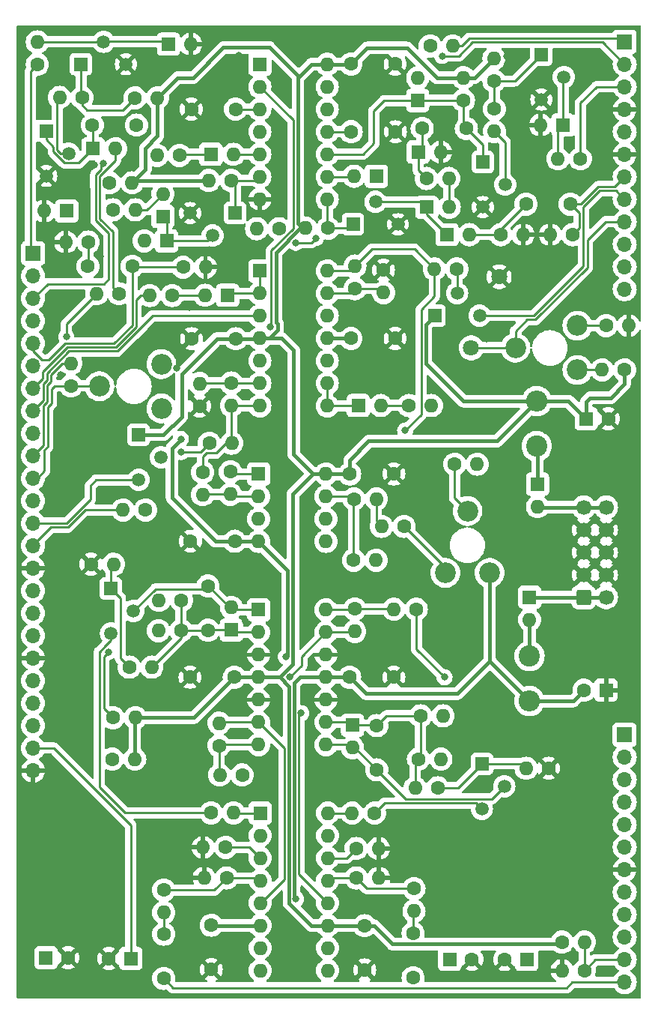
<source format=gbr>
%TF.GenerationSoftware,KiCad,Pcbnew,7.0.1-0*%
%TF.CreationDate,2024-01-26T10:08:15+13:00*%
%TF.ProjectId,MOL,4d4f4c2e-6b69-4636-9164-5f7063625858,rev?*%
%TF.SameCoordinates,Original*%
%TF.FileFunction,Copper,L1,Top*%
%TF.FilePolarity,Positive*%
%FSLAX46Y46*%
G04 Gerber Fmt 4.6, Leading zero omitted, Abs format (unit mm)*
G04 Created by KiCad (PCBNEW 7.0.1-0) date 2024-01-26 10:08:15*
%MOMM*%
%LPD*%
G01*
G04 APERTURE LIST*
G04 Aperture macros list*
%AMRoundRect*
0 Rectangle with rounded corners*
0 $1 Rounding radius*
0 $2 $3 $4 $5 $6 $7 $8 $9 X,Y pos of 4 corners*
0 Add a 4 corners polygon primitive as box body*
4,1,4,$2,$3,$4,$5,$6,$7,$8,$9,$2,$3,0*
0 Add four circle primitives for the rounded corners*
1,1,$1+$1,$2,$3*
1,1,$1+$1,$4,$5*
1,1,$1+$1,$6,$7*
1,1,$1+$1,$8,$9*
0 Add four rect primitives between the rounded corners*
20,1,$1+$1,$2,$3,$4,$5,0*
20,1,$1+$1,$4,$5,$6,$7,0*
20,1,$1+$1,$6,$7,$8,$9,0*
20,1,$1+$1,$8,$9,$2,$3,0*%
G04 Aperture macros list end*
%TA.AperFunction,ComponentPad*%
%ADD10C,1.500000*%
%TD*%
%TA.AperFunction,ComponentPad*%
%ADD11R,1.500000X1.500000*%
%TD*%
%TA.AperFunction,ComponentPad*%
%ADD12O,1.600000X1.600000*%
%TD*%
%TA.AperFunction,ComponentPad*%
%ADD13R,1.600000X1.600000*%
%TD*%
%TA.AperFunction,ComponentPad*%
%ADD14C,1.600000*%
%TD*%
%TA.AperFunction,ComponentPad*%
%ADD15O,2.400000X2.400000*%
%TD*%
%TA.AperFunction,ComponentPad*%
%ADD16C,2.400000*%
%TD*%
%TA.AperFunction,ComponentPad*%
%ADD17C,2.340000*%
%TD*%
%TA.AperFunction,ComponentPad*%
%ADD18O,1.700000X1.700000*%
%TD*%
%TA.AperFunction,ComponentPad*%
%ADD19R,1.700000X1.700000*%
%TD*%
%TA.AperFunction,ComponentPad*%
%ADD20C,1.700000*%
%TD*%
%TA.AperFunction,ComponentPad*%
%ADD21RoundRect,0.250000X-0.600000X-0.600000X0.600000X-0.600000X0.600000X0.600000X-0.600000X0.600000X0*%
%TD*%
%TA.AperFunction,ComponentPad*%
%ADD22C,1.800000*%
%TD*%
%TA.AperFunction,ViaPad*%
%ADD23C,0.800000*%
%TD*%
%TA.AperFunction,Conductor*%
%ADD24C,0.400000*%
%TD*%
%TA.AperFunction,Conductor*%
%ADD25C,0.250000*%
%TD*%
G04 APERTURE END LIST*
D10*
%TO.P,Q8,3,C*%
%TO.N,Net-(Q8-C)*%
X74005000Y-123615000D03*
%TO.P,Q8,2,B*%
%TO.N,Net-(D14-A)*%
X76545000Y-121075000D03*
D11*
%TO.P,Q8,1,E*%
%TO.N,Net-(Q8-E)*%
X74005000Y-118535000D03*
%TD*%
D12*
%TO.P,D10,2,A*%
%TO.N,Net-(D10-A)*%
X59535686Y-52175000D03*
D13*
%TO.P,D10,1,K*%
%TO.N,Net-(D10-K)*%
X62075686Y-52175000D03*
%TD*%
D10*
%TO.P,Q1,3,E*%
%TO.N,GND*%
X33740000Y-39520000D03*
%TO.P,Q1,2,B*%
%TO.N,Net-(D3-K)*%
X31200000Y-36980000D03*
D11*
%TO.P,Q1,1,C*%
%TO.N,Net-(Q1-C)*%
X28660000Y-39520000D03*
%TD*%
D12*
%TO.P,R33,2*%
%TO.N,Net-(Q7-E)*%
X32345000Y-96000000D03*
D14*
%TO.P,R33,1*%
%TO.N,GND*%
X29805000Y-96000000D03*
%TD*%
%TO.P,C21,2*%
%TO.N,Net-(D13-A)*%
X43025000Y-98450000D03*
%TO.P,C21,1*%
%TO.N,Net-(D13-K)*%
X43025000Y-103450000D03*
%TD*%
D12*
%TO.P,R17,2*%
%TO.N,+12V*%
X71925000Y-41060000D03*
D14*
%TO.P,R17,1*%
%TO.N,/Fastest ADSR in the West/Reset_B*%
X71925000Y-43600000D03*
%TD*%
%TO.P,C1,2*%
%TO.N,Net-(D5-K)*%
X34950000Y-46400000D03*
%TO.P,C1,1*%
%TO.N,/Fastest ADSR in the West/Reset_A*%
X29950000Y-46400000D03*
%TD*%
D12*
%TO.P,R48,2*%
%TO.N,Net-(R48-Pad2)*%
X87605000Y-74050000D03*
D14*
%TO.P,R48,1*%
%TO.N,+12V*%
X90145000Y-74050000D03*
%TD*%
D12*
%TO.P,U2,14*%
%TO.N,Net-(Offset_B1-Pad3)*%
X56520000Y-62875000D03*
%TO.P,U2,13,-*%
%TO.N,Net-(U2D--)*%
X56520000Y-65415000D03*
%TO.P,U2,12,+*%
%TO.N,/Control/Discharge_B*%
X56520000Y-67955000D03*
%TO.P,U2,11,V-*%
%TO.N,-12V*%
X56520000Y-70495000D03*
%TO.P,U2,10,+*%
%TO.N,/Control/Sustain_2_B*%
X56520000Y-73035000D03*
%TO.P,U2,9,-*%
%TO.N,Net-(D11-K)*%
X56520000Y-75575000D03*
%TO.P,U2,8*%
X56520000Y-78115000D03*
%TO.P,U2,7*%
%TO.N,Net-(Offset_A1-Pad3)*%
X48900000Y-78115000D03*
%TO.P,U2,6,-*%
%TO.N,Net-(U2B--)*%
X48900000Y-75575000D03*
%TO.P,U2,5,+*%
%TO.N,/Control/Discharge_A*%
X48900000Y-73035000D03*
%TO.P,U2,4,V+*%
%TO.N,+12V*%
X48900000Y-70495000D03*
%TO.P,U2,3,+*%
%TO.N,/Control/Sustain_2_A*%
X48900000Y-67955000D03*
%TO.P,U2,2,-*%
%TO.N,Net-(D8-K)*%
X48900000Y-65415000D03*
D13*
%TO.P,U2,1*%
X48900000Y-62875000D03*
%TD*%
D12*
%TO.P,R25,2*%
%TO.N,Net-(U2D--)*%
X62875000Y-65320000D03*
D14*
%TO.P,R25,1*%
%TO.N,GND*%
X62875000Y-62780000D03*
%TD*%
D12*
%TO.P,R20,2*%
%TO.N,/Control/Attack_1_B*%
X48530000Y-58100000D03*
D14*
%TO.P,R20,1*%
%TO.N,Net-(D10-K)*%
X51070000Y-58100000D03*
%TD*%
D12*
%TO.P,D12,2,A*%
%TO.N,Net-(D12-A)*%
X66750000Y-41085686D03*
D13*
%TO.P,D12,1,K*%
%TO.N,/Fastest ADSR in the West/Reset_B*%
X66750000Y-43625686D03*
%TD*%
D12*
%TO.P,U3,16*%
%TO.N,Net-(R41-Pad2)*%
X56550000Y-124100000D03*
%TO.P,U3,15,DIODE_BIAS*%
%TO.N,unconnected-(U3A-DIODE_BIAS-Pad15)*%
X56550000Y-126640000D03*
%TO.P,U3,14,+*%
%TO.N,Net-(U3A-+)*%
X56550000Y-129180000D03*
%TO.P,U3,13,-*%
%TO.N,Net-(U3A--)*%
X56550000Y-131720000D03*
%TO.P,U3,12*%
%TO.N,Net-(U4D--)*%
X56550000Y-134260000D03*
%TO.P,U3,11,V+*%
%TO.N,+12V*%
X56550000Y-136800000D03*
%TO.P,U3,10*%
%TO.N,unconnected-(U3-Pad10)*%
X56550000Y-139340000D03*
%TO.P,U3,9*%
%TO.N,unconnected-(U3-Pad9)*%
X56550000Y-141880000D03*
%TO.P,U3,8*%
%TO.N,unconnected-(U3-Pad8)*%
X48930000Y-141880000D03*
%TO.P,U3,7*%
%TO.N,unconnected-(U3-Pad7)*%
X48930000Y-139340000D03*
%TO.P,U3,6,V-*%
%TO.N,-12V*%
X48930000Y-136800000D03*
%TO.P,U3,5*%
%TO.N,Net-(U4B--)*%
X48930000Y-134260000D03*
%TO.P,U3,4,-*%
%TO.N,Net-(U3C--)*%
X48930000Y-131720000D03*
%TO.P,U3,3,+*%
%TO.N,Net-(U3C-+)*%
X48930000Y-129180000D03*
%TO.P,U3,2,DIODE_BIAS*%
%TO.N,unconnected-(U3C-DIODE_BIAS-Pad2)*%
X48930000Y-126640000D03*
D13*
%TO.P,U3,1*%
%TO.N,Net-(R32-Pad2)*%
X48930000Y-124100000D03*
%TD*%
D12*
%TO.P,R8,2*%
%TO.N,/Control/Attack_1_A*%
X37255000Y-49825000D03*
D14*
%TO.P,R8,1*%
%TO.N,Net-(D6-K)*%
X39795000Y-49825000D03*
%TD*%
D12*
%TO.P,R62,2*%
%TO.N,GND*%
X78670000Y-58775000D03*
D14*
%TO.P,R62,1*%
%TO.N,Net-(D17-A)*%
X76130000Y-58775000D03*
%TD*%
D12*
%TO.P,D13,2,A*%
%TO.N,Net-(D13-A)*%
X45675000Y-100885685D03*
D13*
%TO.P,D13,1,K*%
%TO.N,Net-(D13-K)*%
X45675000Y-103425685D03*
%TD*%
D14*
%TO.P,C13,2*%
%TO.N,GND*%
X41000000Y-108750000D03*
%TO.P,C13,1*%
%TO.N,+12V*%
X46000000Y-108750000D03*
%TD*%
D12*
%TO.P,R23,2*%
%TO.N,+12V*%
X34745000Y-118000000D03*
D14*
%TO.P,R23,1*%
%TO.N,/Control/Sustain_3_B*%
X32205000Y-118000000D03*
%TD*%
%TO.P,C3,2*%
%TO.N,GND*%
X41175000Y-70525000D03*
%TO.P,C3,1*%
%TO.N,+12V*%
X46175000Y-70525000D03*
%TD*%
D12*
%TO.P,U4,14*%
%TO.N,Net-(R43-Pad1)*%
X56370000Y-101150000D03*
%TO.P,U4,13,-*%
%TO.N,Net-(U4D--)*%
X56370000Y-103690000D03*
%TO.P,U4,12,+*%
%TO.N,GND*%
X56370000Y-106230000D03*
%TO.P,U4,11,V-*%
%TO.N,-12V*%
X56370000Y-108770000D03*
%TO.P,U4,10,+*%
%TO.N,GND*%
X56370000Y-111310000D03*
%TO.P,U4,9,-*%
%TO.N,Net-(D14-K)*%
X56370000Y-113850000D03*
%TO.P,U4,8*%
%TO.N,Net-(D14-A)*%
X56370000Y-116390000D03*
%TO.P,U4,7*%
%TO.N,Net-(R30-Pad2)*%
X48750000Y-116390000D03*
%TO.P,U4,6,-*%
%TO.N,Net-(U4B--)*%
X48750000Y-113850000D03*
%TO.P,U4,5,+*%
%TO.N,GND*%
X48750000Y-111310000D03*
%TO.P,U4,4,V+*%
%TO.N,+12V*%
X48750000Y-108770000D03*
%TO.P,U4,3,+*%
%TO.N,GND*%
X48750000Y-106230000D03*
%TO.P,U4,2,-*%
%TO.N,Net-(D13-K)*%
X48750000Y-103690000D03*
D13*
%TO.P,U4,1*%
%TO.N,Net-(D13-A)*%
X48750000Y-101150000D03*
%TD*%
D12*
%TO.P,R24,2*%
%TO.N,Net-(Offset_B1-Pad3)*%
X59650000Y-62330000D03*
D14*
%TO.P,R24,1*%
%TO.N,Net-(U2D--)*%
X59650000Y-64870000D03*
%TD*%
D10*
%TO.P,Q5,3,E*%
%TO.N,GND*%
X74105000Y-55665000D03*
%TO.P,Q5,2,B*%
%TO.N,Net-(Q5-B)*%
X76645000Y-53125000D03*
D11*
%TO.P,Q5,1,C*%
%TO.N,/Fastest ADSR in the West/Reset_B*%
X74105000Y-50585000D03*
%TD*%
D12*
%TO.P,R43,2*%
%TO.N,Net-(U4D--)*%
X59625000Y-103595000D03*
D14*
%TO.P,R43,1*%
%TO.N,Net-(R43-Pad1)*%
X59625000Y-101055000D03*
%TD*%
D12*
%TO.P,D11,2,A*%
%TO.N,Net-(D11-A)*%
X62564315Y-78075000D03*
D13*
%TO.P,D11,1,K*%
%TO.N,Net-(D11-K)*%
X60024315Y-78075000D03*
%TD*%
D12*
%TO.P,R51,2*%
%TO.N,GND*%
X83065000Y-141890000D03*
D14*
%TO.P,R51,1*%
%TO.N,/Fastest ADSR in the West/5.4v_Ref*%
X85605000Y-141890000D03*
%TD*%
%TO.P,C25,2*%
%TO.N,GND*%
X64200000Y-39500000D03*
%TO.P,C25,1*%
%TO.N,+12V*%
X59200000Y-39500000D03*
%TD*%
%TO.P,C17,2*%
%TO.N,GND*%
X64050000Y-85800000D03*
%TO.P,C17,1*%
%TO.N,+12V*%
X59050000Y-85800000D03*
%TD*%
D12*
%TO.P,R16,2*%
%TO.N,Net-(Q5-B)*%
X75425000Y-47120000D03*
D14*
%TO.P,R16,1*%
%TO.N,Net-(Q4-C)*%
X75425000Y-44580000D03*
%TD*%
D15*
%TO.P,FB1,2*%
%TO.N,+12V*%
X80200000Y-77585000D03*
D16*
%TO.P,FB1,1*%
%TO.N,/Power Supply/PolPlus*%
X80200000Y-82665000D03*
%TD*%
D12*
%TO.P,D4,2,A*%
%TO.N,GND*%
X80635000Y-46400000D03*
D13*
%TO.P,D4,1,K*%
%TO.N,Net-(D4-K)*%
X83175000Y-46400000D03*
%TD*%
D12*
%TO.P,R52,2*%
%TO.N,Net-(U5B--)*%
X62660000Y-91725000D03*
D14*
%TO.P,R52,1*%
%TO.N,Net-(Offset_B1-Pad3)*%
X65200000Y-91725000D03*
%TD*%
D12*
%TO.P,R7,2*%
%TO.N,+12V*%
X43105000Y-52650000D03*
D14*
%TO.P,R7,1*%
%TO.N,Net-(Q2-C)*%
X45645000Y-52650000D03*
%TD*%
D12*
%TO.P,R2,2*%
%TO.N,Net-(D4-K)*%
X82605000Y-50200000D03*
D14*
%TO.P,R2,1*%
%TO.N,/Control/Gate_in_B*%
X85145000Y-50200000D03*
%TD*%
D12*
%TO.P,R13,2*%
%TO.N,Net-(Offset_A1-Pad3)*%
X45675000Y-78070000D03*
D14*
%TO.P,R13,1*%
%TO.N,Net-(U2B--)*%
X45675000Y-75530000D03*
%TD*%
D17*
%TO.P,REF_ADJ_A1,3,3*%
%TO.N,Net-(R48-Pad2)*%
X84800000Y-74050000D03*
%TO.P,REF_ADJ_A1,2,2*%
%TO.N,/Control/5v_ref*%
X77800000Y-71550000D03*
%TO.P,REF_ADJ_A1,1,1*%
%TO.N,Net-(R49-Pad1)*%
X84800000Y-69050000D03*
%TD*%
D12*
%TO.P,R46,2*%
%TO.N,Net-(U5A--)*%
X42425000Y-88145000D03*
D14*
%TO.P,R46,1*%
%TO.N,Net-(Offset_A1-Pad3)*%
X42425000Y-85605000D03*
%TD*%
D12*
%TO.P,R11,2*%
%TO.N,/Control/Decay_1_A*%
X36435000Y-65650000D03*
D14*
%TO.P,R11,1*%
%TO.N,Net-(D8-A)*%
X38975000Y-65650000D03*
%TD*%
D12*
%TO.P,R30,2*%
%TO.N,Net-(R30-Pad2)*%
X44355000Y-119800000D03*
D14*
%TO.P,R30,1*%
%TO.N,/Control/Audio_Out_A*%
X46895000Y-119800000D03*
%TD*%
D12*
%TO.P,D1,2,A*%
%TO.N,/Power Supply/EuroPower-pos*%
X80300000Y-89491814D03*
D13*
%TO.P,D1,1,K*%
%TO.N,/Power Supply/PolPlus*%
X80300000Y-86951814D03*
%TD*%
D12*
%TO.P,D18,2,A*%
%TO.N,Net-(D18-A)*%
X70314315Y-55675000D03*
D13*
%TO.P,D18,1,K*%
%TO.N,Net-(D17-K)*%
X67774315Y-55675000D03*
%TD*%
D12*
%TO.P,D15,2,A*%
%TO.N,Net-(D15-A)*%
X37925000Y-54185686D03*
D13*
%TO.P,D15,1,K*%
%TO.N,Net-(D15-K)*%
X37925000Y-56725686D03*
%TD*%
D14*
%TO.P,C16,2*%
%TO.N,-12V*%
X43400000Y-136770000D03*
%TO.P,C16,1*%
%TO.N,GND*%
X43400000Y-141770000D03*
%TD*%
D12*
%TO.P,R9,2*%
%TO.N,/Control/Release_1_A*%
X30435000Y-65450000D03*
D14*
%TO.P,R9,1*%
%TO.N,Net-(D7-A)*%
X32975000Y-65450000D03*
%TD*%
%TO.P,C8,2*%
%TO.N,Net-(D9-K)*%
X67250000Y-46775000D03*
%TO.P,C8,1*%
%TO.N,/Fastest ADSR in the West/Reset_B*%
X72250000Y-46775000D03*
%TD*%
D12*
%TO.P,R40,2*%
%TO.N,Net-(D14-K)*%
X66455000Y-121250000D03*
D14*
%TO.P,R40,1*%
%TO.N,Net-(Q8-E)*%
X68995000Y-121250000D03*
%TD*%
%TO.P,C2,2*%
%TO.N,GND*%
X41150000Y-44600000D03*
%TO.P,C2,1*%
%TO.N,Net-(U1A-CV)*%
X46150000Y-44600000D03*
%TD*%
D12*
%TO.P,U1,14,VCC*%
%TO.N,+12V*%
X56520000Y-39525000D03*
%TO.P,U1,13,DIS*%
%TO.N,/Control/Sustain_1_B*%
X56520000Y-42065000D03*
%TO.P,U1,12,THR*%
%TO.N,/Control/Discharge_B*%
X56520000Y-44605000D03*
%TO.P,U1,11,CV*%
%TO.N,Net-(U1B-CV)*%
X56520000Y-47145000D03*
%TO.P,U1,10,R*%
%TO.N,/Fastest ADSR in the West/Reset_B*%
X56520000Y-49685000D03*
%TO.P,U1,9,Q*%
%TO.N,Net-(D10-A)*%
X56520000Y-52225000D03*
%TO.P,U1,8,TR*%
%TO.N,Net-(Q6-C)*%
X56520000Y-54765000D03*
%TO.P,U1,7,GND*%
%TO.N,GND*%
X48900000Y-54765000D03*
%TO.P,U1,6,TR*%
%TO.N,Net-(Q2-C)*%
X48900000Y-52225000D03*
%TO.P,U1,5,Q*%
%TO.N,Net-(D6-A)*%
X48900000Y-49685000D03*
%TO.P,U1,4,R*%
%TO.N,/Fastest ADSR in the West/Reset_A*%
X48900000Y-47145000D03*
%TO.P,U1,3,CV*%
%TO.N,Net-(U1A-CV)*%
X48900000Y-44605000D03*
%TO.P,U1,2,THR*%
%TO.N,/Control/Discharge_A*%
X48900000Y-42065000D03*
D13*
%TO.P,U1,1,DIS*%
%TO.N,/Control/Sustain_1_A*%
X48900000Y-39525000D03*
%TD*%
D10*
%TO.P,Q9,3,E*%
%TO.N,/Control/EG_LED_Anode_A*%
X35180000Y-86465000D03*
%TO.P,Q9,2,B*%
%TO.N,Net-(Q9-B)*%
X37720000Y-83925000D03*
D11*
%TO.P,Q9,1,C*%
%TO.N,+12V*%
X35180000Y-81385000D03*
%TD*%
D12*
%TO.P,D8,2,A*%
%TO.N,Net-(D8-A)*%
X42710686Y-65625000D03*
D13*
%TO.P,D8,1,K*%
%TO.N,Net-(D8-K)*%
X45250686Y-65625000D03*
%TD*%
D12*
%TO.P,R53,2*%
%TO.N,/Control/InvEnv_Out_B*%
X62045000Y-95550000D03*
D14*
%TO.P,R53,1*%
%TO.N,Net-(R53-Pad1)*%
X59505000Y-95550000D03*
%TD*%
D12*
%TO.P,U5,8,V+*%
%TO.N,+12V*%
X56370000Y-85800000D03*
%TO.P,U5,7*%
%TO.N,Net-(R53-Pad1)*%
X56370000Y-88340000D03*
%TO.P,U5,6,-*%
%TO.N,Net-(U5B--)*%
X56370000Y-90880000D03*
%TO.P,U5,5,+*%
%TO.N,/Control/inv_offset_B*%
X56370000Y-93420000D03*
%TO.P,U5,4,V-*%
%TO.N,-12V*%
X48750000Y-93420000D03*
%TO.P,U5,3,+*%
%TO.N,/Control/inv_offset_A*%
X48750000Y-90880000D03*
%TO.P,U5,2,-*%
%TO.N,Net-(U5A--)*%
X48750000Y-88340000D03*
D13*
%TO.P,U5,1*%
%TO.N,Net-(R45-Pad1)*%
X48750000Y-85800000D03*
%TD*%
D12*
%TO.P,R32,2*%
%TO.N,Net-(R32-Pad2)*%
X45920000Y-124075000D03*
D14*
%TO.P,R32,1*%
%TO.N,Net-(Q7-C)*%
X43380000Y-124075000D03*
%TD*%
D12*
%TO.P,R21,2*%
%TO.N,/Control/Decay_1_B*%
X68295000Y-78075000D03*
D14*
%TO.P,R21,1*%
%TO.N,Net-(D11-A)*%
X65755000Y-78075000D03*
%TD*%
%TO.P,C10,2*%
%TO.N,GND*%
X31805113Y-140525000D03*
D13*
%TO.P,C10,1*%
%TO.N,/Control/Short_A*%
X34305113Y-140525000D03*
%TD*%
D14*
%TO.P,C15,2*%
%TO.N,GND*%
X60750000Y-141820000D03*
%TO.P,C15,1*%
%TO.N,+12V*%
X60750000Y-136820000D03*
%TD*%
D12*
%TO.P,R44,2*%
%TO.N,Net-(R43-Pad1)*%
X64055000Y-101075000D03*
D14*
%TO.P,R44,1*%
%TO.N,/Control/Audio_Out_B*%
X66595000Y-101075000D03*
%TD*%
D12*
%TO.P,D17,2,A*%
%TO.N,Net-(D17-A)*%
X72589315Y-58775000D03*
D13*
%TO.P,D17,1,K*%
%TO.N,Net-(D17-K)*%
X70049315Y-58775000D03*
%TD*%
D14*
%TO.P,C23,2*%
%TO.N,GND*%
X72875000Y-140625000D03*
D13*
%TO.P,C23,1*%
%TO.N,/Control/Long_B*%
X70375000Y-140625000D03*
%TD*%
D14*
%TO.P,C5,2*%
%TO.N,GND*%
X27205113Y-140450000D03*
D13*
%TO.P,C5,1*%
%TO.N,/Control/Long_A*%
X24705113Y-140450000D03*
%TD*%
D12*
%TO.P,R38,2*%
%TO.N,GND*%
X62345000Y-131425000D03*
D14*
%TO.P,R38,1*%
%TO.N,Net-(U3A--)*%
X59805000Y-131425000D03*
%TD*%
D12*
%TO.P,R34,2*%
%TO.N,Net-(D13-K)*%
X36670000Y-107625000D03*
D14*
%TO.P,R34,1*%
%TO.N,Net-(Q7-E)*%
X34130000Y-107625000D03*
%TD*%
%TO.P,C7,2*%
%TO.N,-12V*%
X85550000Y-110225000D03*
D13*
%TO.P,C7,1*%
%TO.N,GND*%
X88050000Y-110225000D03*
%TD*%
D12*
%TO.P,R63,2*%
%TO.N,/Control/CV_In_10v_A*%
X37485000Y-100075000D03*
D14*
%TO.P,R63,1*%
%TO.N,Net-(D13-K)*%
X40025000Y-100075000D03*
%TD*%
D12*
%TO.P,R35,2*%
%TO.N,/Control/CV_In_5v_A*%
X37430000Y-103500000D03*
D14*
%TO.P,R35,1*%
%TO.N,Net-(D13-K)*%
X39970000Y-103500000D03*
%TD*%
D10*
%TO.P,Q6,3,E*%
%TO.N,GND*%
X64505000Y-57600000D03*
%TO.P,Q6,2,B*%
%TO.N,Net-(D17-K)*%
X61965000Y-55060000D03*
D11*
%TO.P,Q6,1,C*%
%TO.N,Net-(Q6-C)*%
X59425000Y-57600000D03*
%TD*%
D12*
%TO.P,R18,2*%
%TO.N,Net-(D18-A)*%
X70270000Y-52425000D03*
D14*
%TO.P,R18,1*%
%TO.N,Net-(D9-K)*%
X67730000Y-52425000D03*
%TD*%
D12*
%TO.P,D14,2,A*%
%TO.N,Net-(D14-A)*%
X59375000Y-116714315D03*
D13*
%TO.P,D14,1,K*%
%TO.N,Net-(D14-K)*%
X59375000Y-114174315D03*
%TD*%
D14*
%TO.P,C24,2*%
%TO.N,GND*%
X76575000Y-140650000D03*
D13*
%TO.P,C24,1*%
%TO.N,/Control/Short_B*%
X79075000Y-140650000D03*
%TD*%
D14*
%TO.P,C9,2*%
%TO.N,GND*%
X64225000Y-47150000D03*
%TO.P,C9,1*%
%TO.N,Net-(U1B-CV)*%
X59225000Y-47150000D03*
%TD*%
D10*
%TO.P,Q3,3,E*%
%TO.N,GND*%
X24730000Y-52140000D03*
%TO.P,Q3,2,B*%
%TO.N,Net-(Q3-B)*%
X27270000Y-49600000D03*
D11*
%TO.P,Q3,1,C*%
%TO.N,/Fastest ADSR in the West/Reset_A*%
X24730000Y-47060000D03*
%TD*%
D10*
%TO.P,Q7,3,C*%
%TO.N,Net-(Q7-C)*%
X32055000Y-103815000D03*
%TO.P,Q7,2,B*%
%TO.N,Net-(D13-A)*%
X34595000Y-101275000D03*
D11*
%TO.P,Q7,1,E*%
%TO.N,Net-(Q7-E)*%
X32055000Y-98735000D03*
%TD*%
D12*
%TO.P,R12,2*%
%TO.N,/Control/Env_Out_A*%
X27525000Y-73310000D03*
D14*
%TO.P,R12,1*%
%TO.N,/Control/Env_A*%
X27525000Y-75850000D03*
%TD*%
D12*
%TO.P,R1,2*%
%TO.N,Net-(D3-K)*%
X23725000Y-37005000D03*
D14*
%TO.P,R1,1*%
%TO.N,/Control/Gate_in_A*%
X23725000Y-39545000D03*
%TD*%
D12*
%TO.P,R15,2*%
%TO.N,+12V*%
X75375000Y-38880000D03*
D14*
%TO.P,R15,1*%
%TO.N,Net-(Q4-C)*%
X75375000Y-41420000D03*
%TD*%
D12*
%TO.P,R42,2*%
%TO.N,Net-(Q8-E)*%
X79010000Y-119050000D03*
D14*
%TO.P,R42,1*%
%TO.N,GND*%
X81550000Y-119050000D03*
%TD*%
D12*
%TO.P,D6,2,A*%
%TO.N,Net-(D6-A)*%
X45889315Y-49700000D03*
D13*
%TO.P,D6,1,K*%
%TO.N,Net-(D6-K)*%
X43349315Y-49700000D03*
%TD*%
D12*
%TO.P,R41,2*%
%TO.N,Net-(R41-Pad2)*%
X59330000Y-124100000D03*
D14*
%TO.P,R41,1*%
%TO.N,Net-(Q8-C)*%
X61870000Y-124100000D03*
%TD*%
D12*
%TO.P,R50,2*%
%TO.N,/Fastest ADSR in the West/5.4v_Ref*%
X85600000Y-138675000D03*
D14*
%TO.P,R50,1*%
%TO.N,+12V*%
X83060000Y-138675000D03*
%TD*%
D12*
%TO.P,R60,2*%
%TO.N,GND*%
X26935000Y-59610000D03*
D14*
%TO.P,R60,1*%
%TO.N,Net-(D16-A)*%
X29475000Y-59610000D03*
%TD*%
D12*
%TO.P,R22,2*%
%TO.N,/Control/Release_1_B*%
X70705000Y-37470000D03*
D14*
%TO.P,R22,1*%
%TO.N,Net-(D12-A)*%
X68165000Y-37470000D03*
%TD*%
D12*
%TO.P,R49,2*%
%TO.N,GND*%
X90595000Y-69050000D03*
D14*
%TO.P,R49,1*%
%TO.N,Net-(R49-Pad1)*%
X88055000Y-69050000D03*
%TD*%
%TO.P,C18,2*%
%TO.N,-12V*%
X46050000Y-93400000D03*
%TO.P,C18,1*%
%TO.N,GND*%
X41050000Y-93400000D03*
%TD*%
D12*
%TO.P,R68,2*%
%TO.N,/Control/CV_In_10v_B*%
X69370000Y-118000000D03*
D14*
%TO.P,R68,1*%
%TO.N,Net-(D14-K)*%
X66830000Y-118000000D03*
%TD*%
D15*
%TO.P,FB2,2*%
%TO.N,-12V*%
X79400000Y-111455000D03*
D16*
%TO.P,FB2,1*%
%TO.N,/Power Supply/PolNeg*%
X79400000Y-106375000D03*
%TD*%
D10*
%TO.P,Q2,3,E*%
%TO.N,GND*%
X41010000Y-56330000D03*
%TO.P,Q2,2,B*%
%TO.N,Net-(D15-K)*%
X43550000Y-58870000D03*
D11*
%TO.P,Q2,1,C*%
%TO.N,Net-(Q2-C)*%
X46090000Y-56330000D03*
%TD*%
D12*
%TO.P,R10,2*%
%TO.N,+12V*%
X34820000Y-113325000D03*
D14*
%TO.P,R10,1*%
%TO.N,/Control/Sustain_3_A*%
X32280000Y-113325000D03*
%TD*%
D12*
%TO.P,R14,2*%
%TO.N,Net-(U2B--)*%
X42075000Y-75585000D03*
D14*
%TO.P,R14,1*%
%TO.N,GND*%
X42075000Y-78125000D03*
%TD*%
D18*
%TO.P,J27,12,Pin_12*%
%TO.N,/Control/Audio_In_A*%
X90150000Y-143200000D03*
%TO.P,J27,11,Pin_11*%
%TO.N,/Fastest ADSR in the West/5.4v_Ref*%
X90150000Y-140660000D03*
%TO.P,J27,10,Pin_10*%
%TO.N,/Control/Short_B*%
X90150000Y-138120000D03*
%TO.P,J27,9,Pin_9*%
%TO.N,/Control/Long_B*%
X90150000Y-135580000D03*
%TO.P,J27,8,Pin_8*%
%TO.N,/Control/Audio_In_B*%
X90150000Y-133040000D03*
%TO.P,J27,7,Pin_7*%
%TO.N,GND*%
X90150000Y-130500000D03*
%TO.P,J27,6,Pin_6*%
%TO.N,/Control/CV_In_10v_B*%
X90150000Y-127960000D03*
%TO.P,J27,5,Pin_5*%
%TO.N,/Control/CV_In_5v_B*%
X90150000Y-125420000D03*
%TO.P,J27,4,Pin_4*%
%TO.N,/Control/InvEnv_Out_B*%
X90150000Y-122880000D03*
%TO.P,J27,3,Pin_3*%
%TO.N,/Control/Audio_Out_B*%
X90150000Y-120340000D03*
%TO.P,J27,2,Pin_2*%
%TO.N,/Control/inv_offset_B*%
X90150000Y-117800000D03*
D19*
%TO.P,J27,1,Pin_1*%
%TO.N,/Control/Env_Out_B*%
X90150000Y-115260000D03*
%TD*%
D14*
%TO.P,C19,2*%
%TO.N,Net-(D16-A)*%
X29450000Y-62350000D03*
%TO.P,C19,1*%
%TO.N,/Control/ReTrigger_A*%
X34450000Y-62350000D03*
%TD*%
D12*
%TO.P,R57,2*%
%TO.N,Net-(Offset_B1-Pad3)*%
X68630000Y-62650000D03*
D14*
%TO.P,R57,1*%
%TO.N,Net-(Q10-B)*%
X71170000Y-62650000D03*
%TD*%
D12*
%TO.P,R47,2*%
%TO.N,/Control/InvEnv_Out_A*%
X33415000Y-89870000D03*
D14*
%TO.P,R47,1*%
%TO.N,Net-(R45-Pad1)*%
X35955000Y-89870000D03*
%TD*%
D12*
%TO.P,R37,2*%
%TO.N,GND*%
X62315000Y-128100000D03*
D14*
%TO.P,R37,1*%
%TO.N,Net-(U3A-+)*%
X59775000Y-128100000D03*
%TD*%
D12*
%TO.P,D3,2,A*%
%TO.N,GND*%
X41089315Y-37260000D03*
D13*
%TO.P,D3,1,K*%
%TO.N,Net-(D3-K)*%
X38549315Y-37260000D03*
%TD*%
D14*
%TO.P,C22,2*%
%TO.N,Net-(D14-A)*%
X62125000Y-119225000D03*
%TO.P,C22,1*%
%TO.N,Net-(D14-K)*%
X62125000Y-114225000D03*
%TD*%
%TO.P,C14,2*%
%TO.N,-12V*%
X59050000Y-108750000D03*
%TO.P,C14,1*%
%TO.N,GND*%
X64050000Y-108750000D03*
%TD*%
D12*
%TO.P,D2,2,A*%
%TO.N,/Power Supply/PolNeg*%
X79400000Y-102265000D03*
D13*
%TO.P,D2,1,K*%
%TO.N,/Power Supply/EuroPower-neg*%
X79400000Y-99725000D03*
%TD*%
D12*
%TO.P,R26,2*%
%TO.N,/Control/Env_Out_B*%
X73470000Y-84700000D03*
D14*
%TO.P,R26,1*%
%TO.N,/Control/Env_B*%
X70930000Y-84700000D03*
%TD*%
D12*
%TO.P,R28,2*%
%TO.N,GND*%
X42585000Y-131425000D03*
D14*
%TO.P,R28,1*%
%TO.N,Net-(U3C--)*%
X45125000Y-131425000D03*
%TD*%
D12*
%TO.P,R55,2*%
%TO.N,Net-(Offset_A1-Pad3)*%
X45715000Y-82325000D03*
D14*
%TO.P,R55,1*%
%TO.N,Net-(Q9-B)*%
X43175000Y-82325000D03*
%TD*%
D10*
%TO.P,Q4,3,E*%
%TO.N,GND*%
X80730000Y-43515000D03*
%TO.P,Q4,2,B*%
%TO.N,Net-(D4-K)*%
X83270000Y-40975000D03*
D11*
%TO.P,Q4,1,C*%
%TO.N,Net-(Q4-C)*%
X80730000Y-38435000D03*
%TD*%
D14*
%TO.P,C11,2*%
%TO.N,Net-(C11-Pad2)*%
X38025000Y-137775000D03*
%TO.P,C11,1*%
%TO.N,/Control/Audio_In_A*%
X38025000Y-142775000D03*
%TD*%
D12*
%TO.P,R4,2*%
%TO.N,Net-(Q3-B)*%
X26235000Y-43275000D03*
D14*
%TO.P,R4,1*%
%TO.N,Net-(Q1-C)*%
X28775000Y-43275000D03*
%TD*%
D18*
%TO.P,J25,12,Pin_12*%
%TO.N,/Control/Env_B*%
X90150000Y-64940000D03*
%TO.P,J25,11,Pin_11*%
%TO.N,/Control/Decay_1_B*%
X90150000Y-62400000D03*
%TO.P,J25,10,Pin_10*%
%TO.N,/Control/Sustain_2_B*%
X90150000Y-59860000D03*
%TO.P,J25,9,Pin_9*%
%TO.N,/Control/5v_ref*%
X90150000Y-57320000D03*
%TO.P,J25,8,Pin_8*%
%TO.N,/Control/EG_LED_Anode_B*%
X90150000Y-54780000D03*
%TO.P,J25,7,Pin_7*%
%TO.N,/Control/ReTrigger_B*%
X90150000Y-52240000D03*
%TO.P,J25,6,Pin_6*%
%TO.N,GND*%
X90150000Y-49700000D03*
%TO.P,J25,5,Pin_5*%
%TO.N,/Control/Discharge_B*%
X90150000Y-47160000D03*
%TO.P,J25,4,Pin_4*%
%TO.N,GND*%
X90150000Y-44620000D03*
%TO.P,J25,3,Pin_3*%
%TO.N,/Control/Gate_in_B*%
X90150000Y-42080000D03*
%TO.P,J25,2,Pin_2*%
%TO.N,/Control/Sustain_1_B*%
X90150000Y-39540000D03*
D19*
%TO.P,J25,1,Pin_1*%
%TO.N,/Control/Release_1_B*%
X90150000Y-37000000D03*
%TD*%
D12*
%TO.P,R36,2*%
%TO.N,Net-(C12-Pad2)*%
X66325000Y-135170000D03*
D14*
%TO.P,R36,1*%
%TO.N,Net-(U3A--)*%
X66325000Y-132630000D03*
%TD*%
%TO.P,C12,2*%
%TO.N,Net-(C12-Pad2)*%
X66225000Y-137700000D03*
%TO.P,C12,1*%
%TO.N,/Control/Audio_In_B*%
X66225000Y-142700000D03*
%TD*%
D12*
%TO.P,R5,2*%
%TO.N,+12V*%
X34445000Y-52920000D03*
D14*
%TO.P,R5,1*%
%TO.N,/Fastest ADSR in the West/Reset_A*%
X31905000Y-52920000D03*
%TD*%
%TO.P,C6,2*%
%TO.N,GND*%
X88294888Y-79575000D03*
D13*
%TO.P,C6,1*%
%TO.N,+12V*%
X85794888Y-79575000D03*
%TD*%
D17*
%TO.P,Offset_A1,3,3*%
%TO.N,Net-(Offset_A1-Pad3)*%
X37750000Y-78395000D03*
%TO.P,Offset_A1,2,2*%
%TO.N,/Control/Env_A*%
X30750000Y-75895000D03*
%TO.P,Offset_A1,1,1*%
%TO.N,-12V*%
X37750000Y-73395000D03*
%TD*%
D12*
%TO.P,D7,2,A*%
%TO.N,Net-(D7-A)*%
X32564315Y-49075000D03*
D13*
%TO.P,D7,1,K*%
%TO.N,/Fastest ADSR in the West/Reset_A*%
X30024315Y-49075000D03*
%TD*%
D14*
%TO.P,C4,2*%
%TO.N,-12V*%
X59200000Y-70500000D03*
%TO.P,C4,1*%
%TO.N,GND*%
X64200000Y-70500000D03*
%TD*%
D12*
%TO.P,R54,2*%
%TO.N,Net-(U5B--)*%
X62070000Y-88625000D03*
D14*
%TO.P,R54,1*%
%TO.N,Net-(R53-Pad1)*%
X59530000Y-88625000D03*
%TD*%
D17*
%TO.P,Offset_B1,3,3*%
%TO.N,Net-(Offset_B1-Pad3)*%
X69880000Y-96975000D03*
%TO.P,Offset_B1,2,2*%
%TO.N,/Control/Env_B*%
X72380000Y-89975000D03*
%TO.P,Offset_B1,1,1*%
%TO.N,-12V*%
X74880000Y-96975000D03*
%TD*%
D12*
%TO.P,D9,2,A*%
%TO.N,GND*%
X69339314Y-49450000D03*
D13*
%TO.P,D9,1,K*%
%TO.N,Net-(D9-K)*%
X66799314Y-49450000D03*
%TD*%
D12*
%TO.P,R27,2*%
%TO.N,Net-(C11-Pad2)*%
X38025000Y-135345000D03*
D14*
%TO.P,R27,1*%
%TO.N,Net-(U3C--)*%
X38025000Y-132805000D03*
%TD*%
D12*
%TO.P,R39,2*%
%TO.N,/Control/CV_In_5v_B*%
X69595000Y-113125000D03*
D14*
%TO.P,R39,1*%
%TO.N,Net-(D14-K)*%
X67055000Y-113125000D03*
%TD*%
D12*
%TO.P,R45,2*%
%TO.N,Net-(U5A--)*%
X45550000Y-88095000D03*
D14*
%TO.P,R45,1*%
%TO.N,Net-(R45-Pad1)*%
X45550000Y-85555000D03*
%TD*%
D12*
%TO.P,R19,2*%
%TO.N,+12V*%
X54065000Y-58050000D03*
D14*
%TO.P,R19,1*%
%TO.N,Net-(Q6-C)*%
X56605000Y-58050000D03*
%TD*%
D12*
%TO.P,R31,2*%
%TO.N,Net-(U4B--)*%
X44275000Y-113955000D03*
D14*
%TO.P,R31,1*%
%TO.N,Net-(R30-Pad2)*%
X44275000Y-116495000D03*
%TD*%
D12*
%TO.P,R61,2*%
%TO.N,GND*%
X81735000Y-58775000D03*
D14*
%TO.P,R61,1*%
%TO.N,/Control/ReTrigger_B*%
X84275000Y-58775000D03*
%TD*%
D12*
%TO.P,R59,2*%
%TO.N,GND*%
X42745000Y-62450000D03*
D14*
%TO.P,R59,1*%
%TO.N,/Control/ReTrigger_A*%
X40205000Y-62450000D03*
%TD*%
D10*
%TO.P,Q10,3,E*%
%TO.N,/Control/EG_LED_Anode_B*%
X73740000Y-67920000D03*
%TO.P,Q10,2,B*%
%TO.N,Net-(Q10-B)*%
X71200000Y-65380000D03*
D11*
%TO.P,Q10,1,C*%
%TO.N,+12V*%
X68660000Y-67920000D03*
%TD*%
D12*
%TO.P,D16,2,A*%
%TO.N,Net-(D16-A)*%
X35810000Y-59475000D03*
D13*
%TO.P,D16,1,K*%
%TO.N,Net-(D15-K)*%
X38350000Y-59475000D03*
%TD*%
D12*
%TO.P,R6,2*%
%TO.N,Net-(D15-A)*%
X34795000Y-55975000D03*
D14*
%TO.P,R6,1*%
%TO.N,Net-(D5-K)*%
X32255000Y-55975000D03*
%TD*%
D12*
%TO.P,R3,2*%
%TO.N,+12V*%
X37320000Y-43325000D03*
D14*
%TO.P,R3,1*%
%TO.N,Net-(Q1-C)*%
X34780000Y-43325000D03*
%TD*%
D12*
%TO.P,R29,2*%
%TO.N,GND*%
X42485000Y-127975000D03*
D14*
%TO.P,R29,1*%
%TO.N,Net-(U3C-+)*%
X45025000Y-127975000D03*
%TD*%
D18*
%TO.P,J23,24,Pin_24*%
%TO.N,GND*%
X23250000Y-119300000D03*
%TO.P,J23,23,Pin_23*%
%TO.N,/Control/Short_A*%
X23250000Y-116760000D03*
%TO.P,J23,22,Pin_22*%
%TO.N,/Control/Long_A*%
X23250000Y-114220000D03*
%TO.P,J23,21,Pin_21*%
%TO.N,/Control/Audio_Out_A*%
X23250000Y-111680000D03*
%TO.P,J23,20,Pin_20*%
%TO.N,/Control/Sustain_3_B*%
X23250000Y-109140000D03*
%TO.P,J23,19,Pin_19*%
%TO.N,GND*%
X23250000Y-106600000D03*
%TO.P,J23,18,Pin_18*%
%TO.N,/Control/Sustain_3_A*%
X23250000Y-104060000D03*
%TO.P,J23,17,Pin_17*%
%TO.N,/Control/CV_In_5v_A*%
X23250000Y-101520000D03*
%TO.P,J23,16,Pin_16*%
%TO.N,/Control/CV_In_10v_A*%
X23250000Y-98980000D03*
%TO.P,J23,15,Pin_15*%
%TO.N,GND*%
X23250000Y-96440000D03*
%TO.P,J23,14,Pin_14*%
%TO.N,/Control/InvEnv_Out_A*%
X23250000Y-93900000D03*
%TO.P,J23,13,Pin_13*%
%TO.N,/Control/EG_LED_Anode_A*%
X23250000Y-91360000D03*
%TO.P,J23,12,Pin_12*%
%TO.N,/Control/inv_offset_A*%
X23250000Y-88820000D03*
%TO.P,J23,11,Pin_11*%
%TO.N,/Control/Env_A*%
X23250000Y-86280000D03*
%TO.P,J23,10,Pin_10*%
%TO.N,/Control/Env_Out_A*%
X23250000Y-83740000D03*
%TO.P,J23,9,Pin_9*%
%TO.N,/Control/Release_1_A*%
X23250000Y-81200000D03*
%TO.P,J23,8,Pin_8*%
%TO.N,/Control/Sustain_2_A*%
X23250000Y-78660000D03*
%TO.P,J23,7,Pin_7*%
%TO.N,/Control/Decay_1_A*%
X23250000Y-76120000D03*
%TO.P,J23,6,Pin_6*%
%TO.N,/Control/Discharge_A*%
X23250000Y-73580000D03*
%TO.P,J23,5,Pin_5*%
%TO.N,/Control/ReTrigger_A*%
X23250000Y-71040000D03*
%TO.P,J23,4,Pin_4*%
%TO.N,/Control/Attack_1_B*%
X23250000Y-68500000D03*
%TO.P,J23,3,Pin_3*%
%TO.N,/Control/Attack_1_A*%
X23250000Y-65960000D03*
%TO.P,J23,2,Pin_2*%
%TO.N,/Control/Sustain_1_A*%
X23250000Y-63420000D03*
D19*
%TO.P,J23,1,Pin_1*%
%TO.N,/Control/Gate_in_A*%
X23250000Y-60880000D03*
%TD*%
D12*
%TO.P,D5,2,A*%
%TO.N,GND*%
X24510686Y-56100000D03*
D13*
%TO.P,D5,1,K*%
%TO.N,Net-(D5-K)*%
X27050686Y-56100000D03*
%TD*%
D14*
%TO.P,C20,2*%
%TO.N,Net-(D17-A)*%
X79000000Y-55325000D03*
%TO.P,C20,1*%
%TO.N,/Control/ReTrigger_B*%
X84000000Y-55325000D03*
%TD*%
D20*
%TO.P,J1,10,Pin_10*%
%TO.N,/Power Supply/EuroPower-pos*%
X88050000Y-89565000D03*
%TO.P,J1,9,Pin_9*%
X85510000Y-89565000D03*
%TO.P,J1,8,Pin_8*%
%TO.N,GND*%
X88050000Y-92105000D03*
%TO.P,J1,7,Pin_7*%
X85510000Y-92105000D03*
%TO.P,J1,6,Pin_6*%
X88050000Y-94645000D03*
%TO.P,J1,5,Pin_5*%
X85510000Y-94645000D03*
%TO.P,J1,4,Pin_4*%
X88050000Y-97185000D03*
%TO.P,J1,3,Pin_3*%
X85510000Y-97185000D03*
%TO.P,J1,2,Pin_2*%
%TO.N,/Power Supply/EuroPower-neg*%
X88050000Y-99725000D03*
D21*
%TO.P,J1,1,Pin_1*%
X85510000Y-99725000D03*
%TD*%
D22*
%TO.P,TP1-(5v)1,1,1*%
%TO.N,/Control/5v_ref*%
X72800000Y-71550000D03*
%TD*%
%TO.P,TP1-(GND)1,1,1*%
%TO.N,GND*%
X75960000Y-63530000D03*
%TD*%
D23*
%TO.N,-12V*%
X52979500Y-133820000D03*
X51825500Y-106450000D03*
X39960000Y-81862701D03*
%TO.N,GND*%
X73930000Y-45840000D03*
X24950000Y-69840000D03*
X76850000Y-38650000D03*
X47280000Y-102450000D03*
X57720000Y-115180000D03*
X63910000Y-74530000D03*
X30820000Y-61200000D03*
X74540000Y-79910000D03*
X41490000Y-101750000D03*
X59270000Y-133980000D03*
X44540000Y-71730000D03*
X64600000Y-115850000D03*
X73000000Y-38900000D03*
X46540000Y-38560000D03*
X27410000Y-46070000D03*
X30226000Y-101346000D03*
X87300000Y-55900000D03*
X31630000Y-47440000D03*
X39480000Y-73840000D03*
X43900000Y-76760000D03*
X31670000Y-43200000D03*
X51220000Y-74080000D03*
X38510000Y-101730000D03*
X54590000Y-42170000D03*
X58040000Y-64010000D03*
X52680000Y-139630000D03*
X40340000Y-85500000D03*
X88140000Y-142140000D03*
X77280000Y-135520000D03*
X40890000Y-66950000D03*
X31810000Y-67120000D03*
X26050000Y-66100000D03*
X51430000Y-41910000D03*
X33600000Y-60540000D03*
X46460000Y-115280000D03*
X30170000Y-50940000D03*
X73490000Y-42190000D03*
X47580000Y-69270000D03*
X68490000Y-75890000D03*
X35780000Y-54330000D03*
X47120000Y-87090000D03*
X83930000Y-48550000D03*
X70280000Y-72860000D03*
X52500000Y-66590000D03*
X69850000Y-42380000D03*
X36160000Y-70810000D03*
X33300000Y-115820000D03*
X74540000Y-70570000D03*
X54620000Y-135220000D03*
X47240000Y-76990000D03*
X33180000Y-51750000D03*
X26360000Y-74620000D03*
X41590000Y-51340000D03*
X57970000Y-102450000D03*
%TO.N,Net-(D10-K)*%
X52944760Y-59689358D03*
X55240000Y-59160000D03*
%TO.N,Net-(Offset_B1-Pad3)*%
X65330000Y-80900000D03*
%TO.N,Net-(Q9-B)*%
X40003716Y-83312201D03*
%TO.N,Net-(U4D--)*%
X52285665Y-108769999D03*
X53579500Y-112825332D03*
%TO.N,/Control/Attack_1_A*%
X31202701Y-50712701D03*
%TO.N,/Control/Release_1_A*%
X27000000Y-70315500D03*
%TO.N,/Control/Discharge_A*%
X50110000Y-69220000D03*
%TO.N,/Control/Sustain_3_A*%
X31750000Y-105918000D03*
%TO.N,/Control/Audio_Out_B*%
X69774549Y-108749951D03*
%TO.N,/Control/Sustain_1_B*%
X69500000Y-38590000D03*
%TD*%
D24*
%TO.N,+12V*%
X50910000Y-69551371D02*
X50910000Y-68888629D01*
X82835000Y-138900000D02*
X83060000Y-138675000D01*
X50000000Y-37650000D02*
X53200000Y-40850000D01*
X61020000Y-37680000D02*
X65530000Y-37680000D01*
X51370000Y-70495000D02*
X52725000Y-71850000D01*
X40040000Y-74500000D02*
X40040000Y-79310000D01*
X80200000Y-77585000D02*
X71910000Y-77585000D01*
X52625000Y-107300000D02*
X52625000Y-88100000D01*
X71925000Y-41060000D02*
X73195000Y-41060000D01*
X67675000Y-68905000D02*
X68660000Y-67920000D01*
X48750000Y-108770000D02*
X51155000Y-108770000D01*
X80200000Y-77585000D02*
X83804888Y-77585000D01*
X48900000Y-70495000D02*
X51370000Y-70495000D01*
X61820000Y-136820000D02*
X63900000Y-138900000D01*
X44775000Y-37650000D02*
X50000000Y-37650000D01*
X43055000Y-52700000D02*
X43105000Y-52650000D01*
X34745000Y-113400000D02*
X34820000Y-113325000D01*
X50910000Y-68888629D02*
X50710000Y-68688629D01*
X48900000Y-70495000D02*
X49966371Y-70495000D01*
X46175000Y-70525000D02*
X44015000Y-70525000D01*
X48870000Y-70525000D02*
X48900000Y-70495000D01*
X53200000Y-40850000D02*
X53200000Y-41050000D01*
X37320000Y-43325000D02*
X37320000Y-47640000D01*
X88570000Y-77200000D02*
X90145000Y-75625000D01*
X65530000Y-37680000D02*
X68910000Y-41060000D01*
X37965000Y-81385000D02*
X35180000Y-81385000D01*
X40040000Y-79310000D02*
X37965000Y-81385000D01*
X48750000Y-108770000D02*
X46020000Y-108770000D01*
X35960000Y-51405000D02*
X34665000Y-52700000D01*
X50710000Y-68688629D02*
X50710000Y-60793453D01*
X63900000Y-138900000D02*
X82835000Y-138900000D01*
X34745000Y-118000000D02*
X34745000Y-113400000D01*
X54065000Y-58050000D02*
X53710000Y-58050000D01*
X52725000Y-71850000D02*
X52725000Y-83600000D01*
X54700000Y-136800000D02*
X52180000Y-134280000D01*
X46175000Y-70525000D02*
X48870000Y-70525000D01*
X52725000Y-83600000D02*
X54925000Y-85800000D01*
X59175000Y-39525000D02*
X59200000Y-39500000D01*
X53200000Y-41050000D02*
X54725000Y-39525000D01*
X59050000Y-84250000D02*
X59050000Y-85800000D01*
X60750000Y-136820000D02*
X61820000Y-136820000D01*
X67675000Y-73350000D02*
X67675000Y-68905000D01*
X53453453Y-58050000D02*
X54065000Y-58050000D01*
X59200000Y-39500000D02*
X61020000Y-37680000D01*
X41375000Y-41050000D02*
X44775000Y-37650000D01*
X54925000Y-85800000D02*
X56370000Y-85800000D01*
X54725000Y-39525000D02*
X56520000Y-39525000D01*
X73195000Y-41060000D02*
X75375000Y-38880000D01*
X52180000Y-109795000D02*
X51155000Y-108770000D01*
X34820000Y-113325000D02*
X41425000Y-113325000D01*
X53710000Y-58050000D02*
X53200000Y-57540000D01*
X35960000Y-49000000D02*
X35960000Y-51405000D01*
X75685000Y-82100000D02*
X61200000Y-82100000D01*
X85794888Y-79575000D02*
X85794888Y-77645112D01*
X52625000Y-88100000D02*
X54925000Y-85800000D01*
X90145000Y-75625000D02*
X90145000Y-74050000D01*
X56370000Y-85800000D02*
X59050000Y-85800000D01*
X37320000Y-47640000D02*
X35960000Y-49000000D01*
X49966371Y-70495000D02*
X50910000Y-69551371D01*
X68910000Y-41060000D02*
X71925000Y-41060000D01*
X61200000Y-82100000D02*
X59050000Y-84250000D01*
X39595000Y-41050000D02*
X41375000Y-41050000D01*
X86240000Y-77200000D02*
X88570000Y-77200000D01*
X71910000Y-77585000D02*
X67675000Y-73350000D01*
X83804888Y-77585000D02*
X85794888Y-79575000D01*
X41425000Y-113325000D02*
X46000000Y-108750000D01*
X56520000Y-39525000D02*
X59175000Y-39525000D01*
X60730000Y-136800000D02*
X60750000Y-136820000D01*
X52180000Y-134280000D02*
X52180000Y-109795000D01*
X44015000Y-70525000D02*
X40040000Y-74500000D01*
X51155000Y-108770000D02*
X52625000Y-107300000D01*
X46020000Y-108770000D02*
X46000000Y-108750000D01*
X50710000Y-60793453D02*
X53453453Y-58050000D01*
X37320000Y-43325000D02*
X39595000Y-41050000D01*
X80200000Y-77585000D02*
X75685000Y-82100000D01*
X85794888Y-77645112D02*
X86240000Y-77200000D01*
X34665000Y-52700000D02*
X43055000Y-52700000D01*
X56550000Y-136800000D02*
X60730000Y-136800000D01*
X53200000Y-57540000D02*
X53200000Y-41050000D01*
X56550000Y-136800000D02*
X54700000Y-136800000D01*
%TO.N,-12V*%
X52780000Y-133620500D02*
X52780000Y-109430000D01*
X43870000Y-93400000D02*
X46050000Y-93400000D01*
X56525000Y-70500000D02*
X56520000Y-70495000D01*
X60920000Y-110620000D02*
X71195000Y-110620000D01*
X84320000Y-111455000D02*
X85550000Y-110225000D01*
X59050000Y-108750000D02*
X56390000Y-108750000D01*
X48930000Y-136800000D02*
X43430000Y-136800000D01*
X59200000Y-70500000D02*
X56525000Y-70500000D01*
X51825500Y-106450000D02*
X52025000Y-106250500D01*
X74880000Y-106935000D02*
X74880000Y-96975000D01*
X43430000Y-136800000D02*
X43400000Y-136770000D01*
X79400000Y-111455000D02*
X74880000Y-106935000D01*
X71195000Y-110620000D02*
X74880000Y-106935000D01*
X38960000Y-82862701D02*
X38960000Y-88490000D01*
X48750000Y-93420000D02*
X46070000Y-93420000D01*
X52979500Y-133820000D02*
X52780000Y-133620500D01*
X79400000Y-111455000D02*
X84320000Y-111455000D01*
X39960000Y-81862701D02*
X38960000Y-82862701D01*
X56390000Y-108750000D02*
X56370000Y-108770000D01*
X46070000Y-93420000D02*
X46050000Y-93400000D01*
X52025000Y-106250500D02*
X52025000Y-96695000D01*
X52780000Y-109430000D02*
X53440000Y-108770000D01*
X52025000Y-96695000D02*
X48750000Y-93420000D01*
X59050000Y-108750000D02*
X60920000Y-110620000D01*
X38960000Y-88490000D02*
X43870000Y-93400000D01*
X53440000Y-108770000D02*
X56370000Y-108770000D01*
%TO.N,/Power Supply/EuroPower-pos*%
X80373186Y-89565000D02*
X80300000Y-89491814D01*
X85510000Y-89565000D02*
X88050000Y-89565000D01*
X85510000Y-89565000D02*
X80373186Y-89565000D01*
%TO.N,/Power Supply/EuroPower-neg*%
X85510000Y-99725000D02*
X88050000Y-99725000D01*
X85510000Y-99725000D02*
X79400000Y-99725000D01*
%TO.N,/Power Supply/PolPlus*%
X80300000Y-86951814D02*
X80300000Y-82765000D01*
X80300000Y-82765000D02*
X80200000Y-82665000D01*
%TO.N,/Power Supply/PolNeg*%
X79400000Y-102265000D02*
X79400000Y-106375000D01*
D25*
%TO.N,/Fastest ADSR in the West/Reset_A*%
X30024315Y-49075000D02*
X30024315Y-46474315D01*
X26824720Y-50675000D02*
X28424315Y-50675000D01*
X24730000Y-48060000D02*
X25520000Y-48850000D01*
X25520000Y-48850000D02*
X25520000Y-49370280D01*
X30024315Y-46474315D02*
X29950000Y-46400000D01*
X28424315Y-50675000D02*
X30024315Y-49075000D01*
X25520000Y-49370280D02*
X26824720Y-50675000D01*
X24730000Y-47060000D02*
X24730000Y-48060000D01*
%TO.N,Net-(U1A-CV)*%
X46155000Y-44605000D02*
X46150000Y-44600000D01*
X48900000Y-44605000D02*
X46155000Y-44605000D01*
%TO.N,/Fastest ADSR in the West/Reset_B*%
X61790000Y-44790000D02*
X62954314Y-43625686D01*
X62954314Y-43625686D02*
X66750000Y-43625686D01*
X74105000Y-50585000D02*
X74105000Y-48630000D01*
X56520000Y-49685000D02*
X60535000Y-49685000D01*
X60535000Y-49685000D02*
X61790000Y-48430000D01*
X66775686Y-43600000D02*
X66750000Y-43625686D01*
X71925000Y-43600000D02*
X66775686Y-43600000D01*
X74105000Y-48630000D02*
X72250000Y-46775000D01*
X61790000Y-48430000D02*
X61790000Y-44790000D01*
X71925000Y-43600000D02*
X71925000Y-46450000D01*
X71925000Y-46450000D02*
X72250000Y-46775000D01*
%TO.N,Net-(D9-K)*%
X67250000Y-46775000D02*
X67250000Y-48999314D01*
X67250000Y-48999314D02*
X66799314Y-49450000D01*
X66799314Y-51494314D02*
X67730000Y-52425000D01*
X66799314Y-49450000D02*
X66799314Y-51494314D01*
%TO.N,Net-(U1B-CV)*%
X59220000Y-47145000D02*
X59225000Y-47150000D01*
X56520000Y-47145000D02*
X59220000Y-47145000D01*
%TO.N,Net-(C11-Pad2)*%
X38025000Y-137775000D02*
X38025000Y-135345000D01*
%TO.N,Net-(C12-Pad2)*%
X66225000Y-137700000D02*
X66225000Y-135270000D01*
X66225000Y-135270000D02*
X66325000Y-135170000D01*
%TO.N,Net-(D16-A)*%
X29450000Y-62350000D02*
X29475000Y-62325000D01*
X29475000Y-62325000D02*
X29475000Y-59610000D01*
%TO.N,Net-(D17-A)*%
X76130000Y-58195000D02*
X76130000Y-58775000D01*
X79000000Y-55325000D02*
X76130000Y-58195000D01*
X72589315Y-58775000D02*
X76130000Y-58775000D01*
%TO.N,Net-(D13-K)*%
X48750000Y-103690000D02*
X45939315Y-103690000D01*
X36670000Y-107625000D02*
X39970000Y-104325000D01*
X39970000Y-100130000D02*
X40025000Y-100075000D01*
X39970000Y-103500000D02*
X39970000Y-100130000D01*
X40020000Y-103450000D02*
X39970000Y-103500000D01*
X39970000Y-104325000D02*
X39970000Y-103500000D01*
X45939315Y-103690000D02*
X45675000Y-103425685D01*
X45675000Y-103425685D02*
X43049315Y-103425685D01*
X43025000Y-103450000D02*
X40020000Y-103450000D01*
X43049315Y-103425685D02*
X43025000Y-103450000D01*
%TO.N,Net-(D13-A)*%
X45460685Y-100885685D02*
X45675000Y-100885685D01*
X43025000Y-98450000D02*
X42685000Y-98790000D01*
X45939315Y-101150000D02*
X45675000Y-100885685D01*
X48750000Y-101150000D02*
X45939315Y-101150000D01*
X42685000Y-98790000D02*
X37080000Y-98790000D01*
X43025000Y-98450000D02*
X45460685Y-100885685D01*
X37080000Y-98790000D02*
X34595000Y-101275000D01*
%TO.N,Net-(D14-K)*%
X66455000Y-118375000D02*
X66830000Y-118000000D01*
X67055000Y-113125000D02*
X63225000Y-113125000D01*
X59375000Y-114174315D02*
X62074315Y-114174315D01*
X56370000Y-113850000D02*
X59050685Y-113850000D01*
X59050685Y-113850000D02*
X59375000Y-114174315D01*
X66455000Y-121250000D02*
X66455000Y-118375000D01*
X62074315Y-114174315D02*
X62125000Y-114225000D01*
X67055000Y-113125000D02*
X67055000Y-117775000D01*
X67055000Y-117775000D02*
X66830000Y-118000000D01*
X63225000Y-113125000D02*
X62125000Y-114225000D01*
%TO.N,Net-(D14-A)*%
X62125000Y-119225000D02*
X59614315Y-116714315D01*
X59050685Y-116390000D02*
X59375000Y-116714315D01*
X65410000Y-122510000D02*
X75110000Y-122510000D01*
X75110000Y-122510000D02*
X76545000Y-121075000D01*
X59614315Y-116714315D02*
X59375000Y-116714315D01*
X56370000Y-116390000D02*
X59050685Y-116390000D01*
X62125000Y-119225000D02*
X65410000Y-122510000D01*
%TO.N,Net-(D3-K)*%
X38249315Y-36960000D02*
X38549315Y-37260000D01*
X31200000Y-36980000D02*
X31220000Y-36960000D01*
X23725000Y-37005000D02*
X31175000Y-37005000D01*
X31175000Y-37005000D02*
X31200000Y-36980000D01*
X31220000Y-36960000D02*
X38249315Y-36960000D01*
%TO.N,Net-(D4-K)*%
X82605000Y-46970000D02*
X83175000Y-46400000D01*
X83175000Y-46400000D02*
X83175000Y-41070000D01*
X82605000Y-50200000D02*
X82605000Y-46970000D01*
X83175000Y-41070000D02*
X83270000Y-40975000D01*
%TO.N,Net-(D6-K)*%
X43349315Y-49700000D02*
X39920000Y-49700000D01*
X39920000Y-49700000D02*
X39795000Y-49825000D01*
%TO.N,Net-(D6-A)*%
X48900000Y-49685000D02*
X45904315Y-49685000D01*
X45904315Y-49685000D02*
X45889315Y-49700000D01*
%TO.N,Net-(D7-A)*%
X30780000Y-53165991D02*
X30780000Y-52160000D01*
X32250000Y-62146396D02*
X32260000Y-62136396D01*
X32260000Y-58430000D02*
X30800000Y-56970000D01*
X30800000Y-53185991D02*
X30780000Y-53165991D01*
X30800000Y-56970000D02*
X30800000Y-53185991D01*
X30780000Y-52160000D02*
X32564315Y-50375685D01*
X32564315Y-50375685D02*
X32564315Y-49075000D01*
X32975000Y-65450000D02*
X32250000Y-64725000D01*
X32260000Y-62136396D02*
X32260000Y-58430000D01*
X32250000Y-64725000D02*
X32250000Y-62146396D01*
%TO.N,Net-(D8-K)*%
X48900000Y-62875000D02*
X48900000Y-65415000D01*
X45460686Y-65415000D02*
X45250686Y-65625000D01*
X48900000Y-65415000D02*
X45460686Y-65415000D01*
%TO.N,Net-(D8-A)*%
X39000000Y-65625000D02*
X38975000Y-65650000D01*
X42710686Y-65625000D02*
X39000000Y-65625000D01*
%TO.N,Net-(D10-K)*%
X52944760Y-59689358D02*
X54710642Y-59689358D01*
X54710642Y-59689358D02*
X55240000Y-59160000D01*
%TO.N,Net-(D10-A)*%
X56520000Y-52225000D02*
X59485686Y-52225000D01*
X59485686Y-52225000D02*
X59535686Y-52175000D01*
%TO.N,Net-(D11-K)*%
X56520000Y-78115000D02*
X56520000Y-75575000D01*
X59984315Y-78115000D02*
X60024315Y-78075000D01*
X56520000Y-78115000D02*
X59984315Y-78115000D01*
%TO.N,Net-(D11-A)*%
X62564315Y-78075000D02*
X65755000Y-78075000D01*
%TO.N,Net-(D15-K)*%
X38350000Y-57150686D02*
X37925000Y-56725686D01*
X42945000Y-59475000D02*
X43550000Y-58870000D01*
X38350000Y-59475000D02*
X38350000Y-57150686D01*
X38350000Y-59475000D02*
X42945000Y-59475000D01*
%TO.N,Net-(D15-A)*%
X34795000Y-55975000D02*
X36135686Y-55975000D01*
X36135686Y-55975000D02*
X37925000Y-54185686D01*
%TO.N,Net-(D17-K)*%
X61965000Y-55060000D02*
X67159315Y-55060000D01*
X67774315Y-55675000D02*
X67774315Y-56500000D01*
X67159315Y-55060000D02*
X67774315Y-55675000D01*
X67774315Y-56500000D02*
X70049315Y-58775000D01*
%TO.N,Net-(D18-A)*%
X70270000Y-52425000D02*
X70270000Y-55630685D01*
X70270000Y-55630685D02*
X70314315Y-55675000D01*
%TO.N,Net-(Offset_A1-Pad3)*%
X42425000Y-85605000D02*
X42425000Y-83875000D01*
X45720000Y-78115000D02*
X45675000Y-78070000D01*
X48900000Y-78115000D02*
X45720000Y-78115000D01*
X42425000Y-83875000D02*
X42850000Y-83450000D01*
X45675000Y-78070000D02*
X45675000Y-82285000D01*
X43960000Y-83450000D02*
X45085000Y-82325000D01*
X45675000Y-82285000D02*
X45715000Y-82325000D01*
X45085000Y-82325000D02*
X45715000Y-82325000D01*
X42850000Y-83450000D02*
X43960000Y-83450000D01*
%TO.N,Net-(Offset_B1-Pad3)*%
X67150000Y-67230000D02*
X67150000Y-79080000D01*
X59650000Y-62330000D02*
X61570000Y-60410000D01*
X67150000Y-79080000D02*
X65330000Y-80900000D01*
X61570000Y-60410000D02*
X66390000Y-60410000D01*
X69880000Y-96405000D02*
X69880000Y-96975000D01*
X66390000Y-60410000D02*
X68630000Y-62650000D01*
X68630000Y-62650000D02*
X68630000Y-65750000D01*
X68630000Y-65750000D02*
X67150000Y-67230000D01*
X59105000Y-62875000D02*
X59650000Y-62330000D01*
X65200000Y-91725000D02*
X69880000Y-96405000D01*
X56520000Y-62875000D02*
X59105000Y-62875000D01*
%TO.N,Net-(Q1-C)*%
X29360000Y-44750000D02*
X33355000Y-44750000D01*
X33355000Y-44750000D02*
X34780000Y-43325000D01*
X28775000Y-44165000D02*
X29360000Y-44750000D01*
X28660000Y-43160000D02*
X28775000Y-43275000D01*
X28660000Y-39520000D02*
X28660000Y-43160000D01*
X28775000Y-43275000D02*
X28775000Y-44165000D01*
%TO.N,Net-(Q2-C)*%
X48475000Y-52650000D02*
X48900000Y-52225000D01*
X46090000Y-56330000D02*
X46090000Y-53095000D01*
X46090000Y-53095000D02*
X45645000Y-52650000D01*
X45645000Y-52650000D02*
X48475000Y-52650000D01*
%TO.N,Net-(Q3-B)*%
X25970000Y-43540000D02*
X26235000Y-43275000D01*
X25970000Y-49183884D02*
X25970000Y-43540000D01*
X27270000Y-49600000D02*
X26386116Y-49600000D01*
X26386116Y-49600000D02*
X25970000Y-49183884D01*
%TO.N,Net-(Q4-C)*%
X77745000Y-41420000D02*
X80730000Y-38435000D01*
X75425000Y-41470000D02*
X75375000Y-41420000D01*
X75425000Y-44580000D02*
X75425000Y-41470000D01*
X75375000Y-41420000D02*
X77745000Y-41420000D01*
%TO.N,Net-(Q5-B)*%
X76645000Y-53125000D02*
X76645000Y-48340000D01*
X76645000Y-48340000D02*
X75425000Y-47120000D01*
%TO.N,Net-(Q6-C)*%
X58975000Y-58050000D02*
X59425000Y-57600000D01*
X56520000Y-57965000D02*
X56605000Y-58050000D01*
X56520000Y-54765000D02*
X56520000Y-57965000D01*
X56605000Y-58050000D02*
X58975000Y-58050000D01*
%TO.N,Net-(Q7-E)*%
X32055000Y-96290000D02*
X32345000Y-96000000D01*
X33130000Y-99810000D02*
X32055000Y-98735000D01*
X33130000Y-106625000D02*
X33130000Y-99810000D01*
X34130000Y-107625000D02*
X33130000Y-106625000D01*
X32055000Y-98735000D02*
X32055000Y-96290000D01*
%TO.N,Net-(Q7-C)*%
X33645000Y-124075000D02*
X30734000Y-121164000D01*
X32055000Y-104597000D02*
X32055000Y-103815000D01*
X31459000Y-105193000D02*
X32055000Y-104597000D01*
X43380000Y-124075000D02*
X33645000Y-124075000D01*
X30734000Y-121164000D02*
X30734000Y-105908695D01*
X30734000Y-105908695D02*
X31449695Y-105193000D01*
X31449695Y-105193000D02*
X31459000Y-105193000D01*
%TO.N,Net-(Q8-E)*%
X74005000Y-118535000D02*
X78495000Y-118535000D01*
X78495000Y-118535000D02*
X79010000Y-119050000D01*
X71290000Y-121250000D02*
X74005000Y-118535000D01*
X68995000Y-121250000D02*
X71290000Y-121250000D01*
%TO.N,Net-(Q8-C)*%
X74005000Y-123615000D02*
X73370000Y-122980000D01*
X62990000Y-122980000D02*
X61870000Y-124100000D01*
X73370000Y-122980000D02*
X62990000Y-122980000D01*
%TO.N,Net-(Q9-B)*%
X42187799Y-83312201D02*
X43175000Y-82325000D01*
X40003716Y-83312201D02*
X42187799Y-83312201D01*
%TO.N,Net-(Q10-B)*%
X71200000Y-65380000D02*
X71200000Y-62680000D01*
X71200000Y-62680000D02*
X71170000Y-62650000D01*
%TO.N,Net-(U2B--)*%
X45675000Y-75530000D02*
X42130000Y-75530000D01*
X48900000Y-75575000D02*
X45720000Y-75575000D01*
X45720000Y-75575000D02*
X45675000Y-75530000D01*
X42130000Y-75530000D02*
X42075000Y-75585000D01*
%TO.N,Net-(U2D--)*%
X59650000Y-64870000D02*
X62425000Y-64870000D01*
X56520000Y-65415000D02*
X59105000Y-65415000D01*
X59105000Y-65415000D02*
X59650000Y-64870000D01*
X62425000Y-64870000D02*
X62875000Y-65320000D01*
%TO.N,Net-(U3A--)*%
X56845000Y-131425000D02*
X56550000Y-131720000D01*
X61010000Y-132630000D02*
X59805000Y-131425000D01*
X59805000Y-131425000D02*
X56845000Y-131425000D01*
X66325000Y-132630000D02*
X61010000Y-132630000D01*
%TO.N,Net-(U3A-+)*%
X58695000Y-129180000D02*
X59775000Y-128100000D01*
X56550000Y-129180000D02*
X58695000Y-129180000D01*
%TO.N,Net-(R30-Pad2)*%
X48750000Y-116390000D02*
X44380000Y-116390000D01*
X44275000Y-116495000D02*
X44275000Y-119720000D01*
X44380000Y-116390000D02*
X44275000Y-116495000D01*
X44275000Y-119720000D02*
X44355000Y-119800000D01*
%TO.N,Net-(U4B--)*%
X44380000Y-113850000D02*
X44275000Y-113955000D01*
X48930000Y-134260000D02*
X51640000Y-131550000D01*
X48750000Y-113850000D02*
X44380000Y-113850000D01*
X51640000Y-131550000D02*
X51640000Y-116740000D01*
X51640000Y-116740000D02*
X48750000Y-113850000D01*
%TO.N,Net-(R32-Pad2)*%
X45945000Y-124100000D02*
X45920000Y-124075000D01*
X48930000Y-124100000D02*
X45945000Y-124100000D01*
%TO.N,Net-(U3C--)*%
X43745000Y-132805000D02*
X45125000Y-131425000D01*
X48635000Y-131425000D02*
X48930000Y-131720000D01*
X45125000Y-131425000D02*
X48635000Y-131425000D01*
X38025000Y-132805000D02*
X43745000Y-132805000D01*
%TO.N,Net-(U3C-+)*%
X45025000Y-127975000D02*
X47725000Y-127975000D01*
X47725000Y-127975000D02*
X48930000Y-129180000D01*
%TO.N,Net-(R41-Pad2)*%
X56550000Y-124100000D02*
X59330000Y-124100000D01*
%TO.N,Net-(R43-Pad1)*%
X64035000Y-101055000D02*
X64055000Y-101075000D01*
X59625000Y-101055000D02*
X64035000Y-101055000D01*
X59530000Y-101150000D02*
X59625000Y-101055000D01*
X56370000Y-101150000D02*
X59530000Y-101150000D01*
%TO.N,Net-(U4D--)*%
X53630000Y-107425664D02*
X53630000Y-106430000D01*
X53305000Y-113099832D02*
X53305000Y-131015000D01*
X53630000Y-106430000D02*
X56370000Y-103690000D01*
X56370000Y-103690000D02*
X59530000Y-103690000D01*
X59530000Y-103690000D02*
X59625000Y-103595000D01*
X53579500Y-112825332D02*
X53305000Y-113099832D01*
X53305000Y-131015000D02*
X56550000Y-134260000D01*
X52285665Y-108769999D02*
X53630000Y-107425664D01*
%TO.N,Net-(R45-Pad1)*%
X45795000Y-85800000D02*
X45550000Y-85555000D01*
X48750000Y-85800000D02*
X45795000Y-85800000D01*
%TO.N,Net-(U5A--)*%
X45550000Y-88095000D02*
X42475000Y-88095000D01*
X45795000Y-88340000D02*
X45550000Y-88095000D01*
X48750000Y-88340000D02*
X45795000Y-88340000D01*
X42475000Y-88095000D02*
X42425000Y-88145000D01*
%TO.N,Net-(R48-Pad2)*%
X84800000Y-74050000D02*
X87605000Y-74050000D01*
%TO.N,Net-(R49-Pad1)*%
X84800000Y-69050000D02*
X88055000Y-69050000D01*
%TO.N,Net-(U5B--)*%
X62070000Y-88625000D02*
X62070000Y-91135000D01*
X62070000Y-91135000D02*
X62660000Y-91725000D01*
%TO.N,Net-(R53-Pad1)*%
X59480000Y-95525000D02*
X59480000Y-88675000D01*
X59245000Y-88340000D02*
X59530000Y-88625000D01*
X56370000Y-88340000D02*
X59245000Y-88340000D01*
X59480000Y-88675000D02*
X59530000Y-88625000D01*
X59505000Y-95550000D02*
X59480000Y-95525000D01*
%TO.N,/Control/Gate_in_A*%
X22960000Y-60590000D02*
X23250000Y-60880000D01*
X22960000Y-40310000D02*
X22960000Y-60590000D01*
X23725000Y-39545000D02*
X22960000Y-40310000D01*
%TO.N,/Control/Gate_in_B*%
X90150000Y-42080000D02*
X86952000Y-42080000D01*
X86952000Y-42080000D02*
X85145000Y-43887000D01*
X85145000Y-43887000D02*
X85145000Y-50200000D01*
%TO.N,/Control/Attack_1_A*%
X30350000Y-57156396D02*
X31810000Y-58616396D01*
X30330000Y-51973604D02*
X30330000Y-53352387D01*
X31810000Y-58616396D02*
X31810000Y-61950000D01*
X31265000Y-64325000D02*
X24885000Y-64325000D01*
X31810000Y-61950000D02*
X31800000Y-61960000D01*
X30895000Y-51020402D02*
X30895000Y-51408604D01*
X30895000Y-51408604D02*
X30330000Y-51973604D01*
X24885000Y-64325000D02*
X23250000Y-65960000D01*
X30350000Y-53372387D02*
X30350000Y-57156396D01*
X30330000Y-53352387D02*
X30350000Y-53372387D01*
X31800000Y-63790000D02*
X31265000Y-64325000D01*
X31202701Y-50712701D02*
X30895000Y-51020402D01*
X31800000Y-61960000D02*
X31800000Y-63790000D01*
%TO.N,/Control/ReTrigger_A*%
X34450000Y-68990000D02*
X34450000Y-62350000D01*
X26910812Y-71040000D02*
X32400000Y-71040000D01*
X23250000Y-71040000D02*
X23250000Y-71900000D01*
X40205000Y-62450000D02*
X34550000Y-62450000D01*
X23250000Y-71900000D02*
X24270000Y-72920000D01*
X24270000Y-72920000D02*
X25030812Y-72920000D01*
X34550000Y-62450000D02*
X34450000Y-62350000D01*
X32400000Y-71040000D02*
X34450000Y-68990000D01*
X25030812Y-72920000D02*
X26910812Y-71040000D01*
%TO.N,/Control/Release_1_A*%
X27000000Y-70315500D02*
X27000000Y-68885000D01*
X27000000Y-68885000D02*
X30435000Y-65450000D01*
%TO.N,/Control/Decay_1_A*%
X24350000Y-74237208D02*
X27097208Y-71490000D01*
X35430000Y-65650000D02*
X36435000Y-65650000D01*
X23250000Y-76120000D02*
X24350000Y-75020000D01*
X24350000Y-75020000D02*
X24350000Y-74237208D01*
X34900000Y-66180000D02*
X35430000Y-65650000D01*
X34900000Y-69176396D02*
X34900000Y-66180000D01*
X27097208Y-71490000D02*
X32586396Y-71490000D01*
X32586396Y-71490000D02*
X34900000Y-69176396D01*
%TO.N,/Control/Sustain_2_A*%
X36757792Y-67955000D02*
X48900000Y-67955000D01*
X24425000Y-75581396D02*
X24800000Y-75206396D01*
X24800000Y-74423604D02*
X27283604Y-71940000D01*
X23250000Y-78660000D02*
X24425000Y-77485000D01*
X24800000Y-75206396D02*
X24800000Y-74423604D01*
X24425000Y-77485000D02*
X24425000Y-75581396D01*
X27283604Y-71940000D02*
X32772792Y-71940000D01*
X32772792Y-71940000D02*
X36757792Y-67955000D01*
%TO.N,/Control/Discharge_A*%
X52675000Y-58085991D02*
X52675000Y-45840000D01*
X50110000Y-69220000D02*
X50180000Y-69150000D01*
X50180000Y-69150000D02*
X50180000Y-60580991D01*
X52675000Y-45840000D02*
X48900000Y-42065000D01*
X50180000Y-60580991D02*
X52675000Y-58085991D01*
%TO.N,/Control/Env_Out_A*%
X24450000Y-82540000D02*
X23250000Y-83740000D01*
X25250000Y-74610000D02*
X25250000Y-75392792D01*
X25250000Y-75392792D02*
X24875000Y-75767792D01*
X24875000Y-77671396D02*
X24450000Y-78096396D01*
X26550000Y-73310000D02*
X25250000Y-74610000D01*
X24875000Y-75767792D02*
X24875000Y-77671396D01*
X27525000Y-73310000D02*
X26550000Y-73310000D01*
X24450000Y-78096396D02*
X24450000Y-82540000D01*
%TO.N,/Control/Env_A*%
X27525000Y-75850000D02*
X30705000Y-75850000D01*
X23702000Y-86280000D02*
X24530000Y-85452000D01*
X30705000Y-75850000D02*
X30750000Y-75895000D01*
X24900000Y-82726396D02*
X24900000Y-78282792D01*
X25325000Y-76185000D02*
X25660000Y-75850000D01*
X25325000Y-77857792D02*
X25325000Y-76185000D01*
X23250000Y-86280000D02*
X23702000Y-86280000D01*
X24530000Y-83096396D02*
X24900000Y-82726396D01*
X24900000Y-78282792D02*
X25325000Y-77857792D01*
X25660000Y-75850000D02*
X27525000Y-75850000D01*
X24530000Y-85452000D02*
X24530000Y-83096396D01*
%TO.N,/Control/EG_LED_Anode_A*%
X30375000Y-86465000D02*
X29718000Y-87122000D01*
X27004000Y-91360000D02*
X23250000Y-91360000D01*
X29718000Y-87122000D02*
X29718000Y-88646000D01*
X29718000Y-88646000D02*
X27004000Y-91360000D01*
X35180000Y-86465000D02*
X30375000Y-86465000D01*
%TO.N,/Control/InvEnv_Out_A*%
X29130396Y-89870000D02*
X27190396Y-91810000D01*
X23250000Y-93844000D02*
X23250000Y-93900000D01*
X27190396Y-91810000D02*
X25284000Y-91810000D01*
X25284000Y-91810000D02*
X23250000Y-93844000D01*
X33415000Y-89870000D02*
X29130396Y-89870000D01*
%TO.N,/Control/Sustain_3_A*%
X31242000Y-106426000D02*
X31242000Y-112287000D01*
X31242000Y-112287000D02*
X32280000Y-113325000D01*
X31750000Y-105918000D02*
X31242000Y-106426000D01*
%TO.N,/Control/Short_A*%
X25574000Y-116760000D02*
X34305113Y-125491113D01*
X34305113Y-125491113D02*
X34305113Y-140525000D01*
X23250000Y-116760000D02*
X25574000Y-116760000D01*
%TO.N,/Control/Release_1_B*%
X90150000Y-37000000D02*
X89750000Y-36600000D01*
X89750000Y-36600000D02*
X72600000Y-36600000D01*
X71730000Y-37470000D02*
X70705000Y-37470000D01*
X72600000Y-36600000D02*
X71730000Y-37470000D01*
%TO.N,/Control/ReTrigger_B*%
X85030000Y-56355000D02*
X84000000Y-55325000D01*
X85030000Y-58020000D02*
X85030000Y-56355000D01*
X84275000Y-58775000D02*
X85030000Y-58020000D01*
X85175000Y-55325000D02*
X84000000Y-55325000D01*
X87150000Y-53350000D02*
X85175000Y-55325000D01*
X90150000Y-52240000D02*
X89040000Y-53350000D01*
X89040000Y-53350000D02*
X87150000Y-53350000D01*
%TO.N,/Control/EG_LED_Anode_B*%
X85480000Y-55656396D02*
X85480000Y-62320000D01*
X79880000Y-67920000D02*
X73740000Y-67920000D01*
X85480000Y-62320000D02*
X79880000Y-67920000D01*
X87336396Y-53800000D02*
X85480000Y-55656396D01*
X89170000Y-53800000D02*
X87336396Y-53800000D01*
X90150000Y-54780000D02*
X89170000Y-53800000D01*
%TO.N,/Control/5v_ref*%
X85930000Y-62506396D02*
X80066396Y-68370000D01*
X85930000Y-59370000D02*
X85930000Y-62506396D01*
X80066396Y-68370000D02*
X79100000Y-68370000D01*
X77800000Y-69670000D02*
X77800000Y-71550000D01*
X72800000Y-71550000D02*
X77800000Y-71550000D01*
X90150000Y-57320000D02*
X87980000Y-57320000D01*
X87980000Y-57320000D02*
X85930000Y-59370000D01*
X79100000Y-68370000D02*
X77800000Y-69670000D01*
%TO.N,/Control/Env_B*%
X70930000Y-84700000D02*
X70930000Y-88525000D01*
X70930000Y-88525000D02*
X72380000Y-89975000D01*
%TO.N,/Control/Audio_Out_B*%
X69774549Y-108749951D02*
X66595000Y-105570402D01*
X66595000Y-105570402D02*
X66595000Y-101075000D01*
%TO.N,/Control/Audio_In_A*%
X90150000Y-143200000D02*
X84230000Y-143200000D01*
X84230000Y-143200000D02*
X83605000Y-143825000D01*
X39075000Y-143825000D02*
X38025000Y-142775000D01*
X83605000Y-143825000D02*
X39075000Y-143825000D01*
%TO.N,/Fastest ADSR in the West/5.4v_Ref*%
X86835000Y-140660000D02*
X85605000Y-141890000D01*
X85605000Y-141890000D02*
X85605000Y-138680000D01*
X85605000Y-138680000D02*
X85600000Y-138675000D01*
X90150000Y-140660000D02*
X86835000Y-140660000D01*
%TO.N,/Control/Sustain_1_B*%
X72932000Y-37050000D02*
X87660000Y-37050000D01*
X87660000Y-37050000D02*
X90150000Y-39540000D01*
X69500000Y-38590000D02*
X69505000Y-38595000D01*
X69505000Y-38595000D02*
X71387000Y-38595000D01*
X71387000Y-38595000D02*
X72932000Y-37050000D01*
%TD*%
%TA.AperFunction,Conductor*%
%TO.N,GND*%
G36*
X59627416Y-137522511D02*
G01*
X59671732Y-137561374D01*
X59743802Y-137664300D01*
X59905700Y-137826198D01*
X60093251Y-137957523D01*
X60093254Y-137957524D01*
X60093255Y-137957525D01*
X60190958Y-138003084D01*
X60300757Y-138054284D01*
X60521913Y-138113543D01*
X60750000Y-138133498D01*
X60978087Y-138113543D01*
X61199243Y-138054284D01*
X61406749Y-137957523D01*
X61594300Y-137826198D01*
X61621583Y-137798915D01*
X61677170Y-137766821D01*
X61741358Y-137766821D01*
X61796945Y-137798915D01*
X63381223Y-139383193D01*
X63386357Y-139388647D01*
X63426725Y-139434214D01*
X63476822Y-139468793D01*
X63482856Y-139473233D01*
X63530775Y-139510776D01*
X63540232Y-139515032D01*
X63559784Y-139526058D01*
X63568325Y-139531954D01*
X63625265Y-139553547D01*
X63632169Y-139556408D01*
X63687671Y-139581388D01*
X63697882Y-139583259D01*
X63719488Y-139589282D01*
X63729199Y-139592965D01*
X63789654Y-139600305D01*
X63797016Y-139601425D01*
X63856907Y-139612401D01*
X63912964Y-139609010D01*
X63917666Y-139608726D01*
X63925152Y-139608500D01*
X68946501Y-139608500D01*
X69012294Y-139627394D01*
X69058037Y-139678319D01*
X69069790Y-139745753D01*
X69066500Y-139776362D01*
X69066500Y-141473638D01*
X69069041Y-141497269D01*
X69073011Y-141534205D01*
X69124110Y-141671203D01*
X69211738Y-141788261D01*
X69328796Y-141875889D01*
X69465794Y-141926988D01*
X69465797Y-141926988D01*
X69465799Y-141926989D01*
X69526362Y-141933500D01*
X71223634Y-141933500D01*
X71223638Y-141933500D01*
X71284201Y-141926989D01*
X71284203Y-141926988D01*
X71284205Y-141926988D01*
X71383374Y-141889999D01*
X71421204Y-141875889D01*
X71538261Y-141788261D01*
X71601319Y-141704026D01*
X72149526Y-141704026D01*
X72222515Y-141755133D01*
X72428673Y-141851266D01*
X72648397Y-141910141D01*
X72874999Y-141929966D01*
X73101602Y-141910141D01*
X73321326Y-141851266D01*
X73527480Y-141755134D01*
X73564766Y-141729026D01*
X75849526Y-141729026D01*
X75922515Y-141780133D01*
X76128673Y-141876266D01*
X76348397Y-141935141D01*
X76575000Y-141954966D01*
X76801602Y-141935141D01*
X77021326Y-141876266D01*
X77227480Y-141780134D01*
X77300472Y-141729025D01*
X76575001Y-141003553D01*
X76575000Y-141003553D01*
X75849526Y-141729025D01*
X75849526Y-141729026D01*
X73564766Y-141729026D01*
X73600472Y-141704025D01*
X72875001Y-140978553D01*
X72875000Y-140978553D01*
X72149526Y-141704025D01*
X72149526Y-141704026D01*
X71601319Y-141704026D01*
X71625889Y-141671204D01*
X71659857Y-141580133D01*
X71676988Y-141534205D01*
X71676988Y-141534203D01*
X71676989Y-141534201D01*
X71683500Y-141473638D01*
X71683500Y-141473634D01*
X71684210Y-141467030D01*
X71685977Y-141467219D01*
X71701962Y-141410856D01*
X71751850Y-141365143D01*
X71788272Y-141358173D01*
X72787318Y-140359127D01*
X72842905Y-140327033D01*
X72907093Y-140327033D01*
X72962680Y-140359127D01*
X73954025Y-141350472D01*
X74005134Y-141277480D01*
X74101266Y-141071326D01*
X74160141Y-140851602D01*
X74179966Y-140624999D01*
X74160141Y-140398397D01*
X74101266Y-140178673D01*
X74005134Y-139972519D01*
X73886873Y-139803624D01*
X73864713Y-139740610D01*
X73878459Y-139675243D01*
X73924120Y-139626491D01*
X73988448Y-139608500D01*
X75479058Y-139608500D01*
X75543386Y-139626491D01*
X75589047Y-139675243D01*
X75602792Y-139740610D01*
X75580633Y-139803624D01*
X75444865Y-139997519D01*
X75348733Y-140203673D01*
X75289858Y-140423397D01*
X75270033Y-140650000D01*
X75289858Y-140876602D01*
X75348733Y-141096326D01*
X75444866Y-141302484D01*
X75495972Y-141375471D01*
X75495973Y-141375472D01*
X76487318Y-140384127D01*
X76542905Y-140352033D01*
X76607093Y-140352033D01*
X76662680Y-140384127D01*
X77661726Y-141383173D01*
X77698150Y-141390143D01*
X77748038Y-141435857D01*
X77764022Y-141492219D01*
X77765790Y-141492030D01*
X77773011Y-141559205D01*
X77824110Y-141696203D01*
X77911738Y-141813261D01*
X78028796Y-141900889D01*
X78165794Y-141951988D01*
X78165797Y-141951988D01*
X78165799Y-141951989D01*
X78226362Y-141958500D01*
X79923634Y-141958500D01*
X79923638Y-141958500D01*
X79984201Y-141951989D01*
X79984203Y-141951988D01*
X79984205Y-141951988D01*
X80062124Y-141922924D01*
X80121204Y-141900889D01*
X80238261Y-141813261D01*
X80325889Y-141696204D01*
X80346851Y-141640000D01*
X81786128Y-141640000D01*
X82815000Y-141640000D01*
X82815000Y-140611128D01*
X82814999Y-140611128D01*
X82618673Y-140663733D01*
X82412519Y-140759865D01*
X82226180Y-140890341D01*
X82065341Y-141051180D01*
X81934865Y-141237519D01*
X81838733Y-141443673D01*
X81786128Y-141639999D01*
X81786128Y-141640000D01*
X80346851Y-141640000D01*
X80347924Y-141637124D01*
X80376988Y-141559205D01*
X80376988Y-141559203D01*
X80376989Y-141559201D01*
X80383500Y-141498638D01*
X80383500Y-139801362D01*
X80383086Y-139797515D01*
X80377522Y-139745755D01*
X80389274Y-139678319D01*
X80435018Y-139627394D01*
X80500811Y-139608500D01*
X82091640Y-139608500D01*
X82139093Y-139617939D01*
X82179321Y-139644819D01*
X82215700Y-139681198D01*
X82403251Y-139812523D01*
X82403254Y-139812524D01*
X82403255Y-139812525D01*
X82507004Y-139860903D01*
X82610757Y-139909284D01*
X82831913Y-139968543D01*
X83060000Y-139988498D01*
X83288087Y-139968543D01*
X83509243Y-139909284D01*
X83716749Y-139812523D01*
X83904300Y-139681198D01*
X84066198Y-139519300D01*
X84197523Y-139331749D01*
X84217617Y-139288655D01*
X84263375Y-139236479D01*
X84330000Y-139217059D01*
X84396625Y-139236479D01*
X84442382Y-139288655D01*
X84462477Y-139331749D01*
X84593802Y-139519300D01*
X84755700Y-139681198D01*
X84918626Y-139795280D01*
X84957489Y-139839596D01*
X84971500Y-139896853D01*
X84971500Y-140671647D01*
X84957490Y-140728904D01*
X84918624Y-140773221D01*
X84760700Y-140883801D01*
X84598805Y-141045696D01*
X84598802Y-141045699D01*
X84598802Y-141045700D01*
X84467477Y-141233251D01*
X84467476Y-141233253D01*
X84467474Y-141233256D01*
X84442691Y-141286402D01*
X84396934Y-141338577D01*
X84330309Y-141357996D01*
X84263684Y-141338576D01*
X84217927Y-141286400D01*
X84195132Y-141237516D01*
X84064658Y-141051180D01*
X83903819Y-140890341D01*
X83717480Y-140759865D01*
X83511326Y-140663733D01*
X83315000Y-140611128D01*
X83315000Y-142016000D01*
X83298387Y-142078000D01*
X83253000Y-142123387D01*
X83191000Y-142140000D01*
X81786128Y-142140000D01*
X81838733Y-142336326D01*
X81934865Y-142542480D01*
X82065341Y-142728819D01*
X82226180Y-142889658D01*
X82335100Y-142965925D01*
X82375426Y-143013142D01*
X82387806Y-143073990D01*
X82369134Y-143133210D01*
X82324092Y-143175953D01*
X82263976Y-143191500D01*
X67609562Y-143191500D01*
X67554718Y-143178712D01*
X67511186Y-143142986D01*
X67487945Y-143091691D01*
X67489787Y-143035406D01*
X67508404Y-142965925D01*
X67518543Y-142928087D01*
X67538498Y-142700000D01*
X67518543Y-142471913D01*
X67459284Y-142250757D01*
X67362523Y-142043251D01*
X67231198Y-141855700D01*
X67069300Y-141693802D01*
X66881749Y-141562477D01*
X66881746Y-141562476D01*
X66881744Y-141562474D01*
X66674246Y-141465717D01*
X66674243Y-141465716D01*
X66543760Y-141430753D01*
X66453084Y-141406456D01*
X66225000Y-141386501D01*
X65996915Y-141406456D01*
X65775753Y-141465717D01*
X65568255Y-141562474D01*
X65543034Y-141580134D01*
X65388614Y-141688261D01*
X65380696Y-141693805D01*
X65218805Y-141855696D01*
X65218802Y-141855699D01*
X65218802Y-141855700D01*
X65168885Y-141926989D01*
X65087474Y-142043255D01*
X64990717Y-142250753D01*
X64931456Y-142471915D01*
X64911501Y-142699999D01*
X64931456Y-142928084D01*
X64960213Y-143035406D01*
X64962055Y-143091691D01*
X64938814Y-143142986D01*
X64895282Y-143178712D01*
X64840438Y-143191500D01*
X61444199Y-143191500D01*
X61380334Y-143173789D01*
X61334713Y-143125714D01*
X61320369Y-143061010D01*
X61341399Y-142998160D01*
X61391795Y-142955118D01*
X61402479Y-142950136D01*
X61475472Y-142899025D01*
X60750001Y-142173553D01*
X60750000Y-142173553D01*
X60024526Y-142899025D01*
X60024526Y-142899026D01*
X60097517Y-142950134D01*
X60108205Y-142955118D01*
X60158601Y-142998160D01*
X60179631Y-143061010D01*
X60165287Y-143125714D01*
X60119666Y-143173789D01*
X60055801Y-143191500D01*
X57351561Y-143191500D01*
X57291445Y-143175953D01*
X57246403Y-143133210D01*
X57227731Y-143073990D01*
X57240110Y-143013142D01*
X57280434Y-142965927D01*
X57394300Y-142886198D01*
X57556198Y-142724300D01*
X57687523Y-142536749D01*
X57784284Y-142329243D01*
X57843543Y-142108087D01*
X57863498Y-141880000D01*
X57858249Y-141819999D01*
X59445033Y-141819999D01*
X59464858Y-142046602D01*
X59523733Y-142266326D01*
X59619866Y-142472484D01*
X59670972Y-142545471D01*
X59670974Y-142545472D01*
X60396446Y-141820001D01*
X61103553Y-141820001D01*
X61829025Y-142545472D01*
X61880134Y-142472480D01*
X61976266Y-142266326D01*
X62035141Y-142046602D01*
X62054966Y-141819999D01*
X62035141Y-141593397D01*
X61976266Y-141373673D01*
X61880133Y-141167515D01*
X61829025Y-141094526D01*
X61103553Y-141820000D01*
X61103553Y-141820001D01*
X60396446Y-141820001D01*
X60396446Y-141820000D01*
X59670973Y-141094526D01*
X59670973Y-141094527D01*
X59619865Y-141167516D01*
X59523733Y-141373672D01*
X59464858Y-141593397D01*
X59445033Y-141819999D01*
X57858249Y-141819999D01*
X57843543Y-141651913D01*
X57784284Y-141430757D01*
X57712810Y-141277480D01*
X57687525Y-141223255D01*
X57687524Y-141223254D01*
X57687523Y-141223251D01*
X57556198Y-141035700D01*
X57394300Y-140873802D01*
X57206749Y-140742477D01*
X57203524Y-140740973D01*
X60024526Y-140740973D01*
X60750000Y-141466446D01*
X60750001Y-141466446D01*
X61475472Y-140740974D01*
X61475471Y-140740972D01*
X61402484Y-140689866D01*
X61196326Y-140593733D01*
X60976602Y-140534858D01*
X60750000Y-140515033D01*
X60523397Y-140534858D01*
X60303672Y-140593733D01*
X60097516Y-140689865D01*
X60024527Y-140740973D01*
X60024526Y-140740973D01*
X57203524Y-140740973D01*
X57163653Y-140722381D01*
X57111478Y-140676623D01*
X57092059Y-140609997D01*
X57111480Y-140543372D01*
X57163654Y-140497618D01*
X57206749Y-140477523D01*
X57394300Y-140346198D01*
X57556198Y-140184300D01*
X57687523Y-139996749D01*
X57784284Y-139789243D01*
X57843543Y-139568087D01*
X57863498Y-139340000D01*
X57843543Y-139111913D01*
X57784284Y-138890757D01*
X57687523Y-138683251D01*
X57556198Y-138495700D01*
X57394300Y-138333802D01*
X57206749Y-138202477D01*
X57163655Y-138182382D01*
X57111479Y-138136625D01*
X57092059Y-138070000D01*
X57111479Y-138003375D01*
X57163655Y-137957618D01*
X57166882Y-137956112D01*
X57206749Y-137937523D01*
X57394300Y-137806198D01*
X57556198Y-137644300D01*
X57614261Y-137561376D01*
X57658579Y-137522511D01*
X57715836Y-137508500D01*
X59570159Y-137508500D01*
X59627416Y-137522511D01*
G37*
%TD.AperFunction*%
%TA.AperFunction,Conductor*%
G36*
X51420385Y-132813449D02*
G01*
X51457985Y-132857472D01*
X51471500Y-132913767D01*
X51471500Y-134254837D01*
X51471274Y-134262324D01*
X51467597Y-134323095D01*
X51478569Y-134382970D01*
X51479696Y-134390369D01*
X51487035Y-134450802D01*
X51490713Y-134460500D01*
X51496738Y-134482111D01*
X51498611Y-134492329D01*
X51523597Y-134547848D01*
X51526463Y-134554766D01*
X51548047Y-134611677D01*
X51553941Y-134620216D01*
X51564964Y-134639760D01*
X51569224Y-134649225D01*
X51606761Y-134697137D01*
X51611200Y-134703170D01*
X51645782Y-134753270D01*
X51645784Y-134753272D01*
X51645785Y-134753273D01*
X51691370Y-134793658D01*
X51696805Y-134798775D01*
X54181223Y-137283193D01*
X54186357Y-137288647D01*
X54226725Y-137334214D01*
X54256594Y-137354831D01*
X54266257Y-137361501D01*
X54276822Y-137368793D01*
X54282856Y-137373233D01*
X54330775Y-137410776D01*
X54340232Y-137415032D01*
X54359784Y-137426058D01*
X54368325Y-137431954D01*
X54425265Y-137453547D01*
X54432169Y-137456408D01*
X54487671Y-137481388D01*
X54497882Y-137483259D01*
X54519488Y-137489282D01*
X54529199Y-137492965D01*
X54589654Y-137500305D01*
X54597016Y-137501425D01*
X54656907Y-137512401D01*
X54712964Y-137509010D01*
X54717666Y-137508726D01*
X54725152Y-137508500D01*
X55384164Y-137508500D01*
X55441421Y-137522511D01*
X55485738Y-137561376D01*
X55543802Y-137644300D01*
X55705700Y-137806198D01*
X55893251Y-137937523D01*
X55933334Y-137956214D01*
X55936345Y-137957618D01*
X55988521Y-138003375D01*
X56007940Y-138070000D01*
X55988521Y-138136625D01*
X55936344Y-138182382D01*
X55893251Y-138202477D01*
X55862162Y-138224246D01*
X55705696Y-138333805D01*
X55543805Y-138495696D01*
X55412474Y-138683255D01*
X55315717Y-138890753D01*
X55256456Y-139111915D01*
X55236501Y-139340000D01*
X55256456Y-139568084D01*
X55282195Y-139664143D01*
X55315457Y-139788278D01*
X55315717Y-139789246D01*
X55412474Y-139996744D01*
X55412476Y-139996746D01*
X55412477Y-139996749D01*
X55543802Y-140184300D01*
X55705700Y-140346198D01*
X55893251Y-140477523D01*
X55933334Y-140496214D01*
X55936345Y-140497618D01*
X55988521Y-140543375D01*
X56007940Y-140610000D01*
X55988521Y-140676625D01*
X55936345Y-140722382D01*
X55893253Y-140742476D01*
X55893251Y-140742477D01*
X55806026Y-140803553D01*
X55705696Y-140873805D01*
X55543805Y-141035696D01*
X55543802Y-141035699D01*
X55543802Y-141035700D01*
X55502611Y-141094527D01*
X55412474Y-141223255D01*
X55315717Y-141430753D01*
X55256456Y-141651915D01*
X55236501Y-141879999D01*
X55256456Y-142108084D01*
X55315717Y-142329246D01*
X55412474Y-142536744D01*
X55412476Y-142536746D01*
X55412477Y-142536749D01*
X55543802Y-142724300D01*
X55705700Y-142886198D01*
X55819565Y-142965927D01*
X55859890Y-143013142D01*
X55872269Y-143073990D01*
X55853597Y-143133210D01*
X55808555Y-143175953D01*
X55748439Y-143191500D01*
X49731561Y-143191500D01*
X49671445Y-143175953D01*
X49626403Y-143133210D01*
X49607731Y-143073990D01*
X49620110Y-143013142D01*
X49660434Y-142965927D01*
X49774300Y-142886198D01*
X49936198Y-142724300D01*
X50067523Y-142536749D01*
X50164284Y-142329243D01*
X50223543Y-142108087D01*
X50243498Y-141880000D01*
X50223543Y-141651913D01*
X50164284Y-141430757D01*
X50092810Y-141277480D01*
X50067525Y-141223255D01*
X50067524Y-141223254D01*
X50067523Y-141223251D01*
X49936198Y-141035700D01*
X49774300Y-140873802D01*
X49586749Y-140742477D01*
X49543653Y-140722381D01*
X49491478Y-140676623D01*
X49472059Y-140609997D01*
X49491480Y-140543372D01*
X49543654Y-140497618D01*
X49586749Y-140477523D01*
X49774300Y-140346198D01*
X49936198Y-140184300D01*
X50067523Y-139996749D01*
X50164284Y-139789243D01*
X50223543Y-139568087D01*
X50243498Y-139340000D01*
X50223543Y-139111913D01*
X50164284Y-138890757D01*
X50067523Y-138683251D01*
X49936198Y-138495700D01*
X49774300Y-138333802D01*
X49586749Y-138202477D01*
X49543655Y-138182382D01*
X49491479Y-138136625D01*
X49472059Y-138070000D01*
X49491479Y-138003375D01*
X49543655Y-137957618D01*
X49546882Y-137956112D01*
X49586749Y-137937523D01*
X49774300Y-137806198D01*
X49936198Y-137644300D01*
X50067523Y-137456749D01*
X50164284Y-137249243D01*
X50223543Y-137028087D01*
X50243498Y-136800000D01*
X50223543Y-136571913D01*
X50164284Y-136350757D01*
X50082886Y-136176198D01*
X50067525Y-136143255D01*
X50067524Y-136143254D01*
X50067523Y-136143251D01*
X49936198Y-135955700D01*
X49774300Y-135793802D01*
X49586749Y-135662477D01*
X49543653Y-135642381D01*
X49491478Y-135596623D01*
X49472059Y-135529997D01*
X49491480Y-135463372D01*
X49543654Y-135417618D01*
X49586749Y-135397523D01*
X49774300Y-135266198D01*
X49936198Y-135104300D01*
X50067523Y-134916749D01*
X50164284Y-134709243D01*
X50223543Y-134488087D01*
X50243498Y-134260000D01*
X50223543Y-134031913D01*
X50206241Y-133967342D01*
X50206241Y-133903156D01*
X50238333Y-133847570D01*
X51259818Y-132826086D01*
X51309182Y-132795836D01*
X51366898Y-132791294D01*
X51420385Y-132813449D01*
G37*
%TD.AperFunction*%
%TA.AperFunction,Conductor*%
G36*
X88933062Y-141308445D02*
G01*
X88977853Y-141349679D01*
X89074276Y-141497267D01*
X89150561Y-141580133D01*
X89226760Y-141662906D01*
X89404424Y-141801189D01*
X89404426Y-141801190D01*
X89440931Y-141820946D01*
X89488436Y-141866527D01*
X89505913Y-141930000D01*
X89488436Y-141993473D01*
X89440931Y-142039054D01*
X89404426Y-142058809D01*
X89226760Y-142197094D01*
X89074276Y-142362732D01*
X88977853Y-142510321D01*
X88933062Y-142551555D01*
X88874044Y-142566500D01*
X86927953Y-142566500D01*
X86868310Y-142551214D01*
X86823372Y-142509125D01*
X86804218Y-142450610D01*
X86815571Y-142390095D01*
X86839284Y-142339243D01*
X86898543Y-142118087D01*
X86918498Y-141890000D01*
X86917296Y-141876266D01*
X86906424Y-141751989D01*
X86898543Y-141661913D01*
X86881241Y-141597342D01*
X86881241Y-141533154D01*
X86913331Y-141477571D01*
X87061087Y-141329816D01*
X87101314Y-141302939D01*
X87148766Y-141293500D01*
X88874044Y-141293500D01*
X88933062Y-141308445D01*
G37*
%TD.AperFunction*%
%TA.AperFunction,Conductor*%
G36*
X58643904Y-132072510D02*
G01*
X58688221Y-132111376D01*
X58752190Y-132202732D01*
X58798802Y-132269300D01*
X58960700Y-132431198D01*
X59148251Y-132562523D01*
X59148254Y-132562524D01*
X59148255Y-132562525D01*
X59179115Y-132576915D01*
X59355757Y-132659284D01*
X59576913Y-132718543D01*
X59805000Y-132738498D01*
X60033088Y-132718543D01*
X60097655Y-132701242D01*
X60161843Y-132701241D01*
X60217431Y-132733335D01*
X60502910Y-133018814D01*
X60515959Y-133035101D01*
X60517999Y-133037016D01*
X60518000Y-133037018D01*
X60567701Y-133083690D01*
X60570434Y-133086338D01*
X60590230Y-133106134D01*
X60593493Y-133108665D01*
X60602369Y-133116245D01*
X60634679Y-133146586D01*
X60652572Y-133156422D01*
X60668831Y-133167103D01*
X60684959Y-133179613D01*
X60725625Y-133197210D01*
X60736106Y-133202346D01*
X60757567Y-133214144D01*
X60774940Y-133223695D01*
X60794710Y-133228771D01*
X60813115Y-133235071D01*
X60831855Y-133243181D01*
X60875618Y-133250111D01*
X60887045Y-133252478D01*
X60929970Y-133263500D01*
X60950391Y-133263500D01*
X60969788Y-133265026D01*
X60978555Y-133266415D01*
X60989942Y-133268219D01*
X60989942Y-133268218D01*
X60989943Y-133268219D01*
X61034049Y-133264049D01*
X61045718Y-133263500D01*
X65106647Y-133263500D01*
X65163904Y-133277510D01*
X65208221Y-133316376D01*
X65318801Y-133474299D01*
X65318802Y-133474300D01*
X65480700Y-133636198D01*
X65668251Y-133767523D01*
X65708334Y-133786214D01*
X65711345Y-133787618D01*
X65763521Y-133833375D01*
X65782940Y-133900000D01*
X65763521Y-133966625D01*
X65711345Y-134012382D01*
X65669458Y-134031914D01*
X65668251Y-134032477D01*
X65512372Y-134141625D01*
X65480696Y-134163805D01*
X65318805Y-134325696D01*
X65187474Y-134513255D01*
X65090717Y-134720753D01*
X65031456Y-134941915D01*
X65011501Y-135170000D01*
X65031456Y-135398084D01*
X65031457Y-135398087D01*
X65084655Y-135596625D01*
X65090717Y-135619246D01*
X65187474Y-135826744D01*
X65187476Y-135826746D01*
X65187477Y-135826749D01*
X65318802Y-136014300D01*
X65480700Y-136176198D01*
X65538625Y-136216758D01*
X65577489Y-136261074D01*
X65591500Y-136318331D01*
X65591500Y-136481647D01*
X65577490Y-136538904D01*
X65538624Y-136583221D01*
X65380700Y-136693801D01*
X65218805Y-136855696D01*
X65087474Y-137043255D01*
X64990717Y-137250753D01*
X64931456Y-137471915D01*
X64911501Y-137700000D01*
X64931456Y-137928084D01*
X64960213Y-138035406D01*
X64962055Y-138091691D01*
X64938814Y-138142986D01*
X64895282Y-138178712D01*
X64840438Y-138191500D01*
X64244832Y-138191500D01*
X64197379Y-138182061D01*
X64157151Y-138155181D01*
X62338775Y-136336805D01*
X62333658Y-136331370D01*
X62293273Y-136285785D01*
X62293272Y-136285784D01*
X62293270Y-136285782D01*
X62243170Y-136251200D01*
X62237137Y-136246761D01*
X62189225Y-136209224D01*
X62179760Y-136204964D01*
X62160216Y-136193941D01*
X62151677Y-136188047D01*
X62151675Y-136188046D01*
X62094767Y-136166463D01*
X62087848Y-136163597D01*
X62032329Y-136138611D01*
X62022111Y-136136738D01*
X62000500Y-136130713D01*
X61990802Y-136127035D01*
X61930369Y-136119696D01*
X61922967Y-136118569D01*
X61896457Y-136113711D01*
X61851833Y-136096099D01*
X61817234Y-136062867D01*
X61774434Y-136001744D01*
X61756198Y-135975700D01*
X61594300Y-135813802D01*
X61406749Y-135682477D01*
X61406746Y-135682476D01*
X61406744Y-135682474D01*
X61199246Y-135585717D01*
X61199243Y-135585716D01*
X60991310Y-135530000D01*
X60978084Y-135526456D01*
X60749999Y-135506501D01*
X60521915Y-135526456D01*
X60300753Y-135585717D01*
X60093255Y-135682474D01*
X59905696Y-135813805D01*
X59743805Y-135975696D01*
X59743804Y-135975698D01*
X59743802Y-135975700D01*
X59699740Y-136038625D01*
X59655425Y-136077489D01*
X59598168Y-136091500D01*
X57715836Y-136091500D01*
X57658579Y-136077489D01*
X57614261Y-136038623D01*
X57570202Y-135975700D01*
X57556198Y-135955700D01*
X57394300Y-135793802D01*
X57206749Y-135662477D01*
X57163653Y-135642381D01*
X57111478Y-135596623D01*
X57092059Y-135529997D01*
X57111480Y-135463372D01*
X57163654Y-135417618D01*
X57206749Y-135397523D01*
X57394300Y-135266198D01*
X57556198Y-135104300D01*
X57687523Y-134916749D01*
X57784284Y-134709243D01*
X57843543Y-134488087D01*
X57863498Y-134260000D01*
X57863374Y-134258588D01*
X57855082Y-134163802D01*
X57843543Y-134031913D01*
X57784284Y-133810757D01*
X57702886Y-133636198D01*
X57687525Y-133603255D01*
X57687524Y-133603254D01*
X57687523Y-133603251D01*
X57556198Y-133415700D01*
X57394300Y-133253802D01*
X57206749Y-133122477D01*
X57163655Y-133102382D01*
X57111479Y-133056625D01*
X57092059Y-132990000D01*
X57111479Y-132923375D01*
X57163655Y-132877618D01*
X57166882Y-132876112D01*
X57206749Y-132857523D01*
X57394300Y-132726198D01*
X57556198Y-132564300D01*
X57687523Y-132376749D01*
X57784284Y-132169243D01*
X57789331Y-132150406D01*
X57814116Y-132102795D01*
X57856701Y-132070118D01*
X57909106Y-132058500D01*
X58586647Y-132058500D01*
X58643904Y-132072510D01*
G37*
%TD.AperFunction*%
%TA.AperFunction,Conductor*%
G36*
X53650818Y-132275835D02*
G01*
X53700180Y-132306084D01*
X54473338Y-133079243D01*
X55241664Y-133847569D01*
X55273758Y-133903156D01*
X55273758Y-133967343D01*
X55256456Y-134031914D01*
X55236501Y-134260000D01*
X55256456Y-134488084D01*
X55315717Y-134709246D01*
X55412474Y-134916744D01*
X55412476Y-134916746D01*
X55412477Y-134916749D01*
X55543802Y-135104300D01*
X55705700Y-135266198D01*
X55893251Y-135397523D01*
X55933334Y-135416214D01*
X55936345Y-135417618D01*
X55988521Y-135463375D01*
X56007940Y-135530000D01*
X55988521Y-135596625D01*
X55936344Y-135642382D01*
X55893251Y-135662477D01*
X55748540Y-135763805D01*
X55705696Y-135793805D01*
X55543802Y-135955699D01*
X55485739Y-136038623D01*
X55441421Y-136077489D01*
X55384164Y-136091500D01*
X55044832Y-136091500D01*
X54997379Y-136082061D01*
X54957151Y-136055181D01*
X53583416Y-134681446D01*
X53554760Y-134636681D01*
X53547480Y-134584031D01*
X53562911Y-134533169D01*
X53583563Y-134509931D01*
X53582032Y-134508552D01*
X53718540Y-134356944D01*
X53814027Y-134191556D01*
X53830251Y-134141625D01*
X53873042Y-134009928D01*
X53893004Y-133820000D01*
X53873042Y-133630072D01*
X53818350Y-133461749D01*
X53814027Y-133448443D01*
X53718540Y-133283055D01*
X53590755Y-133141135D01*
X53565071Y-133122475D01*
X53539613Y-133103978D01*
X53502015Y-133059957D01*
X53488500Y-133003662D01*
X53488500Y-132393766D01*
X53502015Y-132337471D01*
X53539615Y-132293448D01*
X53593102Y-132271293D01*
X53650818Y-132275835D01*
G37*
%TD.AperFunction*%
%TA.AperFunction,Conductor*%
G36*
X47641421Y-109492511D02*
G01*
X47685738Y-109531376D01*
X47743802Y-109614300D01*
X47905700Y-109776198D01*
X48093251Y-109907523D01*
X48146401Y-109932307D01*
X48198576Y-109978061D01*
X48217996Y-110044686D01*
X48198578Y-110111311D01*
X48146403Y-110157069D01*
X48097520Y-110179864D01*
X47911180Y-110310341D01*
X47750341Y-110471180D01*
X47619865Y-110657519D01*
X47523733Y-110863673D01*
X47471128Y-111059999D01*
X47471128Y-111060000D01*
X50028872Y-111060000D01*
X50028871Y-111059999D01*
X49976266Y-110863673D01*
X49880134Y-110657519D01*
X49749658Y-110471180D01*
X49588819Y-110310341D01*
X49402482Y-110179866D01*
X49353597Y-110157070D01*
X49301422Y-110111312D01*
X49282003Y-110044686D01*
X49301424Y-109978061D01*
X49353596Y-109932308D01*
X49406749Y-109907523D01*
X49594300Y-109776198D01*
X49756198Y-109614300D01*
X49814261Y-109531376D01*
X49858579Y-109492511D01*
X49915836Y-109478500D01*
X50810168Y-109478500D01*
X50857621Y-109487939D01*
X50897849Y-109514819D01*
X51435181Y-110052151D01*
X51462061Y-110092379D01*
X51471500Y-110139832D01*
X51471500Y-115376233D01*
X51457985Y-115432528D01*
X51420385Y-115476551D01*
X51366898Y-115498706D01*
X51309182Y-115494164D01*
X51259819Y-115463914D01*
X50058335Y-114262430D01*
X50026241Y-114206842D01*
X50026242Y-114142654D01*
X50043543Y-114078087D01*
X50063498Y-113850000D01*
X50056870Y-113774243D01*
X50043543Y-113621913D01*
X49984284Y-113400757D01*
X49898364Y-113216500D01*
X49887525Y-113193255D01*
X49887524Y-113193254D01*
X49887523Y-113193251D01*
X49756198Y-113005700D01*
X49594300Y-112843802D01*
X49406749Y-112712477D01*
X49406748Y-112712476D01*
X49406746Y-112712475D01*
X49353598Y-112687692D01*
X49301422Y-112641934D01*
X49282003Y-112575309D01*
X49301423Y-112508683D01*
X49353600Y-112462927D01*
X49402481Y-112440133D01*
X49588819Y-112309658D01*
X49749658Y-112148819D01*
X49880134Y-111962480D01*
X49976266Y-111756326D01*
X50028872Y-111560000D01*
X47471128Y-111560000D01*
X47523733Y-111756326D01*
X47619865Y-111962480D01*
X47750341Y-112148819D01*
X47911180Y-112309658D01*
X48097516Y-112440132D01*
X48146400Y-112462927D01*
X48198576Y-112508684D01*
X48217996Y-112575309D01*
X48198577Y-112641934D01*
X48146402Y-112687691D01*
X48093256Y-112712474D01*
X48093255Y-112712475D01*
X48093251Y-112712477D01*
X47909779Y-112840946D01*
X47905696Y-112843805D01*
X47743801Y-113005700D01*
X47633221Y-113163624D01*
X47588904Y-113202490D01*
X47531647Y-113216500D01*
X45419830Y-113216500D01*
X45362573Y-113202489D01*
X45318257Y-113163625D01*
X45281198Y-113110700D01*
X45119300Y-112948802D01*
X44931749Y-112817477D01*
X44931746Y-112817476D01*
X44931744Y-112817474D01*
X44724246Y-112720717D01*
X44724243Y-112720716D01*
X44583135Y-112682906D01*
X44503084Y-112661456D01*
X44275000Y-112641501D01*
X44046915Y-112661456D01*
X43825753Y-112720717D01*
X43618255Y-112817474D01*
X43430696Y-112948805D01*
X43268805Y-113110696D01*
X43268802Y-113110699D01*
X43268802Y-113110700D01*
X43256611Y-113128111D01*
X43137474Y-113298255D01*
X43040717Y-113505753D01*
X42981456Y-113726915D01*
X42961501Y-113955000D01*
X42981456Y-114183084D01*
X43002869Y-114262998D01*
X43039019Y-114397911D01*
X43040717Y-114404246D01*
X43137474Y-114611744D01*
X43137476Y-114611746D01*
X43137477Y-114611749D01*
X43268802Y-114799300D01*
X43430700Y-114961198D01*
X43618251Y-115092523D01*
X43658334Y-115111214D01*
X43661345Y-115112618D01*
X43713521Y-115158375D01*
X43732940Y-115225000D01*
X43713521Y-115291625D01*
X43661344Y-115337382D01*
X43618251Y-115357477D01*
X43430700Y-115488802D01*
X43430696Y-115488805D01*
X43268805Y-115650696D01*
X43268802Y-115650699D01*
X43268802Y-115650700D01*
X43232356Y-115702750D01*
X43137474Y-115838255D01*
X43040717Y-116045753D01*
X42981456Y-116266915D01*
X42961501Y-116495000D01*
X42981456Y-116723084D01*
X43001287Y-116797094D01*
X43038437Y-116935739D01*
X43040717Y-116944246D01*
X43137474Y-117151744D01*
X43137476Y-117151746D01*
X43137477Y-117151749D01*
X43268802Y-117339300D01*
X43268805Y-117339303D01*
X43430700Y-117501198D01*
X43588624Y-117611779D01*
X43627490Y-117656096D01*
X43641500Y-117713353D01*
X43641500Y-118637665D01*
X43627489Y-118694922D01*
X43588623Y-118739240D01*
X43510699Y-118793802D01*
X43348805Y-118955696D01*
X43348802Y-118955699D01*
X43348802Y-118955700D01*
X43310109Y-119010959D01*
X43217474Y-119143255D01*
X43120717Y-119350753D01*
X43061456Y-119571915D01*
X43041501Y-119800000D01*
X43061456Y-120028084D01*
X43120717Y-120249246D01*
X43217474Y-120456744D01*
X43217476Y-120456746D01*
X43217477Y-120456749D01*
X43348802Y-120644300D01*
X43510700Y-120806198D01*
X43698251Y-120937523D01*
X43698254Y-120937524D01*
X43698255Y-120937525D01*
X43802003Y-120985903D01*
X43905757Y-121034284D01*
X44126913Y-121093543D01*
X44355000Y-121113498D01*
X44583087Y-121093543D01*
X44804243Y-121034284D01*
X45011749Y-120937523D01*
X45199300Y-120806198D01*
X45361198Y-120644300D01*
X45492523Y-120456749D01*
X45512618Y-120413654D01*
X45558372Y-120361480D01*
X45624997Y-120342059D01*
X45691623Y-120361478D01*
X45737381Y-120413653D01*
X45757477Y-120456749D01*
X45888802Y-120644300D01*
X46050700Y-120806198D01*
X46238251Y-120937523D01*
X46238254Y-120937524D01*
X46238255Y-120937525D01*
X46342003Y-120985903D01*
X46445757Y-121034284D01*
X46666913Y-121093543D01*
X46895000Y-121113498D01*
X47123087Y-121093543D01*
X47344243Y-121034284D01*
X47551749Y-120937523D01*
X47739300Y-120806198D01*
X47901198Y-120644300D01*
X48032523Y-120456749D01*
X48129284Y-120249243D01*
X48188543Y-120028087D01*
X48208498Y-119800000D01*
X48188543Y-119571913D01*
X48129284Y-119350757D01*
X48052618Y-119186345D01*
X48032525Y-119143255D01*
X48032524Y-119143253D01*
X48032523Y-119143251D01*
X47901198Y-118955700D01*
X47739300Y-118793802D01*
X47551749Y-118662477D01*
X47551745Y-118662475D01*
X47551744Y-118662474D01*
X47344246Y-118565717D01*
X47344243Y-118565716D01*
X47230857Y-118535334D01*
X47123084Y-118506456D01*
X46895000Y-118486501D01*
X46666915Y-118506456D01*
X46445753Y-118565717D01*
X46238255Y-118662474D01*
X46238250Y-118662477D01*
X46238251Y-118662477D01*
X46050702Y-118793801D01*
X46050696Y-118793805D01*
X45888805Y-118955696D01*
X45888802Y-118955699D01*
X45888802Y-118955700D01*
X45761487Y-119137525D01*
X45757476Y-119143253D01*
X45737382Y-119186345D01*
X45691625Y-119238521D01*
X45625000Y-119257940D01*
X45558375Y-119238521D01*
X45512618Y-119186345D01*
X45511214Y-119183334D01*
X45492523Y-119143251D01*
X45361198Y-118955700D01*
X45199300Y-118793802D01*
X45199299Y-118793801D01*
X45011749Y-118662475D01*
X44980096Y-118647716D01*
X44927920Y-118601959D01*
X44908500Y-118535334D01*
X44908500Y-117713353D01*
X44922510Y-117656096D01*
X44961376Y-117611779D01*
X45081704Y-117527523D01*
X45119300Y-117501198D01*
X45281198Y-117339300D01*
X45412523Y-117151749D01*
X45438940Y-117095095D01*
X45484698Y-117042919D01*
X45551323Y-117023500D01*
X47531647Y-117023500D01*
X47588904Y-117037510D01*
X47633221Y-117076376D01*
X47743801Y-117234299D01*
X47743802Y-117234300D01*
X47905700Y-117396198D01*
X48093251Y-117527523D01*
X48300757Y-117624284D01*
X48521913Y-117683543D01*
X48750000Y-117703498D01*
X48978087Y-117683543D01*
X49199243Y-117624284D01*
X49406749Y-117527523D01*
X49594300Y-117396198D01*
X49756198Y-117234300D01*
X49887523Y-117046749D01*
X49984284Y-116839243D01*
X50043543Y-116618087D01*
X50063498Y-116390000D01*
X50061494Y-116367095D01*
X50070879Y-116307839D01*
X50106985Y-116259923D01*
X50161361Y-116234566D01*
X50221276Y-116237706D01*
X50272703Y-116268607D01*
X50970181Y-116966085D01*
X50997061Y-117006313D01*
X51006500Y-117053766D01*
X51006500Y-131236234D01*
X50997061Y-131283687D01*
X50970181Y-131323915D01*
X50452703Y-131841391D01*
X50401275Y-131872292D01*
X50341360Y-131875432D01*
X50286985Y-131850075D01*
X50250879Y-131802159D01*
X50241494Y-131742902D01*
X50243498Y-131720000D01*
X50238665Y-131664763D01*
X50223543Y-131491915D01*
X50223543Y-131491913D01*
X50164284Y-131270757D01*
X50067523Y-131063251D01*
X49936198Y-130875700D01*
X49774300Y-130713802D01*
X49586749Y-130582477D01*
X49543655Y-130562382D01*
X49491479Y-130516625D01*
X49472059Y-130450000D01*
X49491479Y-130383375D01*
X49543655Y-130337618D01*
X49546882Y-130336112D01*
X49586749Y-130317523D01*
X49774300Y-130186198D01*
X49936198Y-130024300D01*
X50067523Y-129836749D01*
X50164284Y-129629243D01*
X50223543Y-129408087D01*
X50243498Y-129180000D01*
X50223543Y-128951913D01*
X50164284Y-128730757D01*
X50107275Y-128608500D01*
X50067525Y-128523255D01*
X50067524Y-128523254D01*
X50067523Y-128523251D01*
X49936198Y-128335700D01*
X49774300Y-128173802D01*
X49586749Y-128042477D01*
X49543653Y-128022381D01*
X49491478Y-127976623D01*
X49472059Y-127909997D01*
X49491480Y-127843372D01*
X49543654Y-127797618D01*
X49586749Y-127777523D01*
X49774300Y-127646198D01*
X49936198Y-127484300D01*
X50067523Y-127296749D01*
X50164284Y-127089243D01*
X50223543Y-126868087D01*
X50243498Y-126640000D01*
X50223543Y-126411913D01*
X50164284Y-126190757D01*
X50067523Y-125983251D01*
X49936198Y-125795700D01*
X49774300Y-125633802D01*
X49766629Y-125628431D01*
X49727496Y-125583592D01*
X49713762Y-125525679D01*
X49728596Y-125468037D01*
X49768580Y-125423948D01*
X49824500Y-125403569D01*
X49839201Y-125401989D01*
X49839203Y-125401988D01*
X49839205Y-125401988D01*
X49917124Y-125372924D01*
X49976204Y-125350889D01*
X50093261Y-125263261D01*
X50180889Y-125146204D01*
X50215277Y-125054007D01*
X50231988Y-125009205D01*
X50231988Y-125009203D01*
X50231989Y-125009201D01*
X50238500Y-124948638D01*
X50238500Y-123251362D01*
X50231989Y-123190799D01*
X50231988Y-123190797D01*
X50231988Y-123190794D01*
X50180889Y-123053796D01*
X50093261Y-122936738D01*
X49976203Y-122849110D01*
X49839205Y-122798011D01*
X49808919Y-122794755D01*
X49778638Y-122791500D01*
X48081362Y-122791500D01*
X48054445Y-122794393D01*
X48020794Y-122798011D01*
X47883796Y-122849110D01*
X47766738Y-122936738D01*
X47679110Y-123053796D01*
X47628011Y-123190794D01*
X47621500Y-123251366D01*
X47621500Y-123342500D01*
X47604887Y-123404500D01*
X47559500Y-123449887D01*
X47497500Y-123466500D01*
X47155857Y-123466500D01*
X47098600Y-123452489D01*
X47054284Y-123413626D01*
X46926198Y-123230700D01*
X46764300Y-123068802D01*
X46576749Y-122937477D01*
X46576746Y-122937476D01*
X46576744Y-122937474D01*
X46369246Y-122840717D01*
X46369243Y-122840716D01*
X46209867Y-122798011D01*
X46148084Y-122781456D01*
X45920000Y-122761501D01*
X45691915Y-122781456D01*
X45470753Y-122840717D01*
X45263255Y-122937474D01*
X45075696Y-123068805D01*
X44913805Y-123230696D01*
X44913802Y-123230699D01*
X44913802Y-123230700D01*
X44798318Y-123395629D01*
X44782476Y-123418253D01*
X44762382Y-123461345D01*
X44716625Y-123513521D01*
X44650000Y-123532940D01*
X44583375Y-123513521D01*
X44537618Y-123461345D01*
X44529182Y-123443255D01*
X44517523Y-123418251D01*
X44386198Y-123230700D01*
X44224300Y-123068802D01*
X44036749Y-122937477D01*
X44036746Y-122937476D01*
X44036744Y-122937474D01*
X43829246Y-122840717D01*
X43829243Y-122840716D01*
X43669867Y-122798011D01*
X43608084Y-122781456D01*
X43380000Y-122761501D01*
X43151915Y-122781456D01*
X42930753Y-122840717D01*
X42723255Y-122937474D01*
X42535696Y-123068805D01*
X42373801Y-123230700D01*
X42263221Y-123388624D01*
X42218904Y-123427490D01*
X42161647Y-123441500D01*
X33958766Y-123441500D01*
X33911313Y-123432061D01*
X33871085Y-123405181D01*
X31403819Y-120937914D01*
X31376939Y-120897686D01*
X31367500Y-120850233D01*
X31367500Y-119247878D01*
X31382786Y-119188235D01*
X31424875Y-119143298D01*
X31483390Y-119124144D01*
X31543904Y-119135496D01*
X31548251Y-119137523D01*
X31755757Y-119234284D01*
X31976913Y-119293543D01*
X32205000Y-119313498D01*
X32433087Y-119293543D01*
X32654243Y-119234284D01*
X32861749Y-119137523D01*
X33049300Y-119006198D01*
X33211198Y-118844300D01*
X33342523Y-118656749D01*
X33362618Y-118613654D01*
X33408372Y-118561480D01*
X33474997Y-118542059D01*
X33541623Y-118561478D01*
X33587381Y-118613653D01*
X33607477Y-118656749D01*
X33738802Y-118844300D01*
X33900700Y-119006198D01*
X34088251Y-119137523D01*
X34088254Y-119137524D01*
X34088255Y-119137525D01*
X34154682Y-119168500D01*
X34295757Y-119234284D01*
X34516913Y-119293543D01*
X34745000Y-119313498D01*
X34973087Y-119293543D01*
X35194243Y-119234284D01*
X35401749Y-119137523D01*
X35589300Y-119006198D01*
X35751198Y-118844300D01*
X35882523Y-118656749D01*
X35979284Y-118449243D01*
X36038543Y-118228087D01*
X36058498Y-118000000D01*
X36038543Y-117771913D01*
X35979284Y-117550757D01*
X35882523Y-117343251D01*
X35751198Y-117155700D01*
X35589300Y-116993802D01*
X35506376Y-116935738D01*
X35467511Y-116891421D01*
X35453500Y-116834164D01*
X35453500Y-114543353D01*
X35467510Y-114486096D01*
X35506376Y-114441779D01*
X35603500Y-114373771D01*
X35664300Y-114331198D01*
X35826198Y-114169300D01*
X35884261Y-114086376D01*
X35928579Y-114047511D01*
X35985836Y-114033500D01*
X41399837Y-114033500D01*
X41407324Y-114033726D01*
X41468093Y-114037402D01*
X41527994Y-114026424D01*
X41535364Y-114025303D01*
X41595801Y-114017965D01*
X41605498Y-114014287D01*
X41627124Y-114008259D01*
X41637329Y-114006389D01*
X41692850Y-113981400D01*
X41699752Y-113978542D01*
X41750987Y-113959111D01*
X41756675Y-113956954D01*
X41765219Y-113951055D01*
X41784754Y-113940037D01*
X41794226Y-113935775D01*
X41842162Y-113898217D01*
X41848143Y-113893816D01*
X41898273Y-113859215D01*
X41938673Y-113813611D01*
X41943760Y-113808208D01*
X45672648Y-110079320D01*
X45717917Y-110050481D01*
X45771134Y-110043475D01*
X46000000Y-110063498D01*
X46228087Y-110043543D01*
X46449243Y-109984284D01*
X46656749Y-109887523D01*
X46844300Y-109756198D01*
X47006198Y-109594300D01*
X47050259Y-109531374D01*
X47094575Y-109492511D01*
X47151832Y-109478500D01*
X47584164Y-109478500D01*
X47641421Y-109492511D01*
G37*
%TD.AperFunction*%
%TA.AperFunction,Conductor*%
G36*
X65893904Y-113772510D02*
G01*
X65938221Y-113811376D01*
X66048801Y-113969299D01*
X66210700Y-114131198D01*
X66368624Y-114241779D01*
X66407490Y-114286096D01*
X66421500Y-114343353D01*
X66421500Y-116667721D01*
X66402080Y-116734346D01*
X66349904Y-116780103D01*
X66173254Y-116862474D01*
X66068622Y-116935739D01*
X65992500Y-116989041D01*
X65985696Y-116993805D01*
X65823805Y-117155696D01*
X65692474Y-117343255D01*
X65595717Y-117550753D01*
X65536456Y-117771915D01*
X65516501Y-118000000D01*
X65536456Y-118228084D01*
X65545515Y-118261893D01*
X65581855Y-118397515D01*
X65595717Y-118449246D01*
X65692476Y-118656748D01*
X65799075Y-118808987D01*
X65815761Y-118842823D01*
X65821500Y-118880110D01*
X65821500Y-120031647D01*
X65807490Y-120088904D01*
X65768624Y-120133221D01*
X65610700Y-120243801D01*
X65448805Y-120405696D01*
X65448802Y-120405699D01*
X65448802Y-120405700D01*
X65422441Y-120443347D01*
X65317474Y-120593255D01*
X65220717Y-120800753D01*
X65161456Y-121021915D01*
X65156986Y-121073001D01*
X65131833Y-121137680D01*
X65075868Y-121178714D01*
X65006619Y-121183253D01*
X64945777Y-121149873D01*
X64255188Y-120459284D01*
X63433335Y-119637430D01*
X63401241Y-119581842D01*
X63401242Y-119517654D01*
X63418543Y-119453087D01*
X63422877Y-119403553D01*
X63438498Y-119225000D01*
X63435281Y-119188235D01*
X63424937Y-119070000D01*
X63418543Y-118996913D01*
X63359284Y-118775757D01*
X63283694Y-118613653D01*
X63262525Y-118568255D01*
X63262524Y-118568254D01*
X63262523Y-118568251D01*
X63131198Y-118380700D01*
X62969300Y-118218802D01*
X62781749Y-118087477D01*
X62781746Y-118087476D01*
X62781744Y-118087474D01*
X62574246Y-117990717D01*
X62574243Y-117990716D01*
X62417655Y-117948758D01*
X62353084Y-117931456D01*
X62125000Y-117911501D01*
X61896914Y-117931456D01*
X61832343Y-117948758D01*
X61768156Y-117948758D01*
X61712569Y-117916664D01*
X60715041Y-116919136D01*
X60686200Y-116873865D01*
X60679194Y-116820650D01*
X60688498Y-116714315D01*
X60687810Y-116706456D01*
X60668543Y-116486230D01*
X60668543Y-116486228D01*
X60609284Y-116265072D01*
X60512523Y-116057566D01*
X60381198Y-115870015D01*
X60219300Y-115708117D01*
X60211629Y-115702746D01*
X60172496Y-115657907D01*
X60158762Y-115599994D01*
X60173596Y-115542352D01*
X60213580Y-115498263D01*
X60269500Y-115477884D01*
X60284201Y-115476304D01*
X60284203Y-115476303D01*
X60284205Y-115476303D01*
X60362124Y-115447239D01*
X60421204Y-115425204D01*
X60538261Y-115337576D01*
X60625889Y-115220519D01*
X60663381Y-115120000D01*
X60676988Y-115083520D01*
X60676988Y-115083518D01*
X60676989Y-115083516D01*
X60683500Y-115022953D01*
X60683500Y-114931815D01*
X60700113Y-114869815D01*
X60745500Y-114824428D01*
X60807500Y-114807815D01*
X60874005Y-114807815D01*
X60940632Y-114827235D01*
X60980876Y-114873127D01*
X60981255Y-114872862D01*
X60983678Y-114876322D01*
X60986387Y-114879411D01*
X60987477Y-114881749D01*
X61118802Y-115069300D01*
X61280700Y-115231198D01*
X61468251Y-115362523D01*
X61468254Y-115362524D01*
X61468255Y-115362525D01*
X61513884Y-115383802D01*
X61675757Y-115459284D01*
X61896913Y-115518543D01*
X62125000Y-115538498D01*
X62353087Y-115518543D01*
X62574243Y-115459284D01*
X62781749Y-115362523D01*
X62969300Y-115231198D01*
X63131198Y-115069300D01*
X63262523Y-114881749D01*
X63359284Y-114674243D01*
X63418543Y-114453087D01*
X63438498Y-114225000D01*
X63420063Y-114014287D01*
X63418543Y-113996911D01*
X63401242Y-113932345D01*
X63401242Y-113868154D01*
X63433340Y-113812564D01*
X63435063Y-113810842D01*
X63438029Y-113807874D01*
X63451092Y-113794814D01*
X63491318Y-113767938D01*
X63538768Y-113758500D01*
X65836647Y-113758500D01*
X65893904Y-113772510D01*
G37*
%TD.AperFunction*%
%TA.AperFunction,Conductor*%
G36*
X33616623Y-113886478D02*
G01*
X33662381Y-113938653D01*
X33682477Y-113981749D01*
X33813802Y-114169300D01*
X33813805Y-114169303D01*
X33975699Y-114331197D01*
X33983626Y-114336748D01*
X34022490Y-114381065D01*
X34036500Y-114438321D01*
X34036500Y-116834164D01*
X34022489Y-116891421D01*
X33983623Y-116935738D01*
X33965377Y-116948514D01*
X33900699Y-116993802D01*
X33738805Y-117155696D01*
X33738802Y-117155699D01*
X33738802Y-117155700D01*
X33607477Y-117343251D01*
X33607475Y-117343254D01*
X33587380Y-117386347D01*
X33541622Y-117438522D01*
X33474997Y-117457940D01*
X33408372Y-117438520D01*
X33362618Y-117386345D01*
X33342523Y-117343251D01*
X33211198Y-117155700D01*
X33049300Y-116993802D01*
X32861749Y-116862477D01*
X32861746Y-116862476D01*
X32861744Y-116862474D01*
X32654246Y-116765717D01*
X32654243Y-116765716D01*
X32495151Y-116723087D01*
X32433084Y-116706456D01*
X32205000Y-116686501D01*
X31976915Y-116706456D01*
X31755753Y-116765717D01*
X31543904Y-116864504D01*
X31483390Y-116875856D01*
X31424875Y-116856702D01*
X31382786Y-116811765D01*
X31367500Y-116752122D01*
X31367500Y-114521646D01*
X31385491Y-114457318D01*
X31434243Y-114411657D01*
X31499610Y-114397911D01*
X31562623Y-114420071D01*
X31623250Y-114462522D01*
X31623251Y-114462523D01*
X31830757Y-114559284D01*
X32051913Y-114618543D01*
X32280000Y-114638498D01*
X32508087Y-114618543D01*
X32729243Y-114559284D01*
X32936749Y-114462523D01*
X33124300Y-114331198D01*
X33286198Y-114169300D01*
X33417523Y-113981749D01*
X33437618Y-113938654D01*
X33483372Y-113886480D01*
X33549997Y-113867059D01*
X33616623Y-113886478D01*
G37*
%TD.AperFunction*%
%TA.AperFunction,Conductor*%
G36*
X58004500Y-114500113D02*
G01*
X58049887Y-114545500D01*
X58066500Y-114607500D01*
X58066500Y-115022949D01*
X58073011Y-115083520D01*
X58124110Y-115220518D01*
X58211738Y-115337576D01*
X58328796Y-115425204D01*
X58465794Y-115476303D01*
X58465797Y-115476303D01*
X58465799Y-115476304D01*
X58480497Y-115477884D01*
X58536419Y-115498263D01*
X58576403Y-115542351D01*
X58591237Y-115599992D01*
X58577505Y-115657905D01*
X58538368Y-115702748D01*
X58530698Y-115708118D01*
X58518636Y-115720181D01*
X58478408Y-115747061D01*
X58430955Y-115756500D01*
X57588353Y-115756500D01*
X57531096Y-115742490D01*
X57486779Y-115703624D01*
X57376198Y-115545700D01*
X57214303Y-115383805D01*
X57214300Y-115383802D01*
X57026749Y-115252477D01*
X56983655Y-115232382D01*
X56931479Y-115186625D01*
X56912059Y-115120000D01*
X56931479Y-115053375D01*
X56983655Y-115007618D01*
X56986882Y-115006112D01*
X57026749Y-114987523D01*
X57214300Y-114856198D01*
X57376198Y-114694300D01*
X57434003Y-114611746D01*
X57486779Y-114536376D01*
X57531096Y-114497510D01*
X57588353Y-114483500D01*
X57942500Y-114483500D01*
X58004500Y-114500113D01*
G37*
%TD.AperFunction*%
%TA.AperFunction,Conductor*%
G36*
X47588904Y-114497510D02*
G01*
X47633221Y-114536376D01*
X47729760Y-114674246D01*
X47743802Y-114694300D01*
X47905700Y-114856198D01*
X48093251Y-114987523D01*
X48133334Y-115006214D01*
X48136345Y-115007618D01*
X48188521Y-115053375D01*
X48207940Y-115120000D01*
X48188521Y-115186625D01*
X48136344Y-115232382D01*
X48093251Y-115252477D01*
X47936087Y-115362525D01*
X47905696Y-115383805D01*
X47743801Y-115545700D01*
X47633221Y-115703624D01*
X47588904Y-115742490D01*
X47531647Y-115756500D01*
X45419830Y-115756500D01*
X45362573Y-115742489D01*
X45318257Y-115703625D01*
X45281198Y-115650700D01*
X45119300Y-115488802D01*
X44931749Y-115357477D01*
X44888655Y-115337382D01*
X44836479Y-115291625D01*
X44817059Y-115225000D01*
X44836479Y-115158375D01*
X44888655Y-115112618D01*
X44899176Y-115107712D01*
X44931749Y-115092523D01*
X45119300Y-114961198D01*
X45281198Y-114799300D01*
X45412523Y-114611749D01*
X45438940Y-114555095D01*
X45484698Y-114502919D01*
X45551323Y-114483500D01*
X47531647Y-114483500D01*
X47588904Y-114497510D01*
G37*
%TD.AperFunction*%
%TA.AperFunction,Conductor*%
G36*
X36285782Y-100632593D02*
G01*
X36322677Y-100678565D01*
X36345684Y-100727905D01*
X36347477Y-100731749D01*
X36478802Y-100919300D01*
X36640700Y-101081198D01*
X36828251Y-101212523D01*
X36828254Y-101212524D01*
X36828255Y-101212525D01*
X36906500Y-101249011D01*
X37035757Y-101309284D01*
X37256913Y-101368543D01*
X37485000Y-101388498D01*
X37713087Y-101368543D01*
X37934243Y-101309284D01*
X38141749Y-101212523D01*
X38329300Y-101081198D01*
X38491198Y-100919300D01*
X38622523Y-100731749D01*
X38642617Y-100688655D01*
X38688375Y-100636479D01*
X38755000Y-100617059D01*
X38821625Y-100636479D01*
X38867382Y-100688655D01*
X38885684Y-100727905D01*
X38887477Y-100731749D01*
X39018802Y-100919300D01*
X39180700Y-101081198D01*
X39283625Y-101153267D01*
X39322489Y-101197584D01*
X39336500Y-101254841D01*
X39336500Y-102281647D01*
X39322490Y-102338904D01*
X39283624Y-102383221D01*
X39125700Y-102493801D01*
X38963805Y-102655696D01*
X38963802Y-102655699D01*
X38963802Y-102655700D01*
X38851209Y-102816500D01*
X38832476Y-102843253D01*
X38812382Y-102886345D01*
X38766625Y-102938521D01*
X38700000Y-102957940D01*
X38633375Y-102938521D01*
X38587618Y-102886345D01*
X38586214Y-102883334D01*
X38567523Y-102843251D01*
X38436198Y-102655700D01*
X38274300Y-102493802D01*
X38086749Y-102362477D01*
X38086746Y-102362476D01*
X38086744Y-102362474D01*
X37879246Y-102265717D01*
X37879243Y-102265716D01*
X37768665Y-102236086D01*
X37658084Y-102206456D01*
X37430000Y-102186501D01*
X37201915Y-102206456D01*
X36980753Y-102265717D01*
X36773255Y-102362474D01*
X36742107Y-102384284D01*
X36585702Y-102493801D01*
X36585696Y-102493805D01*
X36423805Y-102655696D01*
X36292474Y-102843255D01*
X36195717Y-103050753D01*
X36136456Y-103271915D01*
X36116501Y-103499999D01*
X36136456Y-103728084D01*
X36195717Y-103949246D01*
X36292474Y-104156744D01*
X36292475Y-104156745D01*
X36292477Y-104156749D01*
X36423802Y-104344300D01*
X36585700Y-104506198D01*
X36773251Y-104637523D01*
X36773254Y-104637524D01*
X36773255Y-104637525D01*
X36853602Y-104674991D01*
X36980757Y-104734284D01*
X37201913Y-104793543D01*
X37430000Y-104813498D01*
X37658087Y-104793543D01*
X37879243Y-104734284D01*
X38086749Y-104637523D01*
X38274300Y-104506198D01*
X38436198Y-104344300D01*
X38567523Y-104156749D01*
X38587617Y-104113655D01*
X38633375Y-104061479D01*
X38700000Y-104042059D01*
X38766625Y-104061479D01*
X38812382Y-104113655D01*
X38832476Y-104156748D01*
X38941596Y-104312587D01*
X38962712Y-104365738D01*
X38957727Y-104422714D01*
X38927702Y-104471391D01*
X37082430Y-106316663D01*
X37026843Y-106348757D01*
X36962657Y-106348757D01*
X36898088Y-106331456D01*
X36670000Y-106311501D01*
X36441915Y-106331456D01*
X36220753Y-106390717D01*
X36013255Y-106487474D01*
X36013250Y-106487477D01*
X36013251Y-106487477D01*
X35866594Y-106590168D01*
X35825696Y-106618805D01*
X35663805Y-106780696D01*
X35663802Y-106780699D01*
X35663802Y-106780700D01*
X35594269Y-106880003D01*
X35532475Y-106968254D01*
X35512380Y-107011347D01*
X35466622Y-107063522D01*
X35399997Y-107082940D01*
X35333372Y-107063520D01*
X35287618Y-107011345D01*
X35267523Y-106968251D01*
X35136198Y-106780700D01*
X34974300Y-106618802D01*
X34786749Y-106487477D01*
X34786746Y-106487476D01*
X34786744Y-106487474D01*
X34579246Y-106390717D01*
X34579243Y-106390716D01*
X34359263Y-106331772D01*
X34358084Y-106331456D01*
X34130000Y-106311501D01*
X33898307Y-106331772D01*
X33831849Y-106319054D01*
X33781962Y-106273341D01*
X33763500Y-106208244D01*
X33763500Y-102467324D01*
X33781491Y-102402996D01*
X33830243Y-102357335D01*
X33895609Y-102343589D01*
X33958623Y-102365749D01*
X33963344Y-102369055D01*
X33963345Y-102369055D01*
X33963346Y-102369056D01*
X34162924Y-102462120D01*
X34375629Y-102519115D01*
X34595000Y-102538307D01*
X34814371Y-102519115D01*
X35027076Y-102462120D01*
X35226654Y-102369056D01*
X35407038Y-102242749D01*
X35562749Y-102087038D01*
X35689056Y-101906654D01*
X35782120Y-101707076D01*
X35839115Y-101494371D01*
X35858307Y-101275000D01*
X35839115Y-101055629D01*
X35830416Y-101023168D01*
X35830416Y-100958981D01*
X35862508Y-100903394D01*
X36122616Y-100643286D01*
X36173008Y-100612708D01*
X36231828Y-100608853D01*
X36285782Y-100632593D01*
G37*
%TD.AperFunction*%
%TA.AperFunction,Conductor*%
G36*
X58530425Y-101797511D02*
G01*
X58574740Y-101836374D01*
X58618802Y-101899300D01*
X58780700Y-102061198D01*
X58968251Y-102192523D01*
X59011345Y-102212618D01*
X59063520Y-102258372D01*
X59082940Y-102324997D01*
X59063522Y-102391622D01*
X59011347Y-102437380D01*
X58968254Y-102457475D01*
X58968251Y-102457476D01*
X58968251Y-102457477D01*
X58781019Y-102588579D01*
X58780696Y-102588805D01*
X58618805Y-102750696D01*
X58618802Y-102750699D01*
X58618802Y-102750700D01*
X58499036Y-102921744D01*
X58487476Y-102938253D01*
X58465722Y-102984905D01*
X58419965Y-103037081D01*
X58353340Y-103056500D01*
X57588353Y-103056500D01*
X57531096Y-103042490D01*
X57486779Y-103003624D01*
X57376198Y-102845700D01*
X57214303Y-102683805D01*
X57214302Y-102683804D01*
X57214300Y-102683802D01*
X57026749Y-102552477D01*
X56983653Y-102532381D01*
X56931478Y-102486623D01*
X56912059Y-102419997D01*
X56931480Y-102353372D01*
X56983654Y-102307618D01*
X57026749Y-102287523D01*
X57214300Y-102156198D01*
X57376198Y-101994300D01*
X57444154Y-101897249D01*
X57486779Y-101836376D01*
X57531096Y-101797510D01*
X57588353Y-101783500D01*
X58473168Y-101783500D01*
X58530425Y-101797511D01*
G37*
%TD.AperFunction*%
%TA.AperFunction,Conductor*%
G36*
X47379500Y-101800113D02*
G01*
X47424887Y-101845500D01*
X47441500Y-101907500D01*
X47441500Y-101998638D01*
X47444755Y-102028919D01*
X47448011Y-102059205D01*
X47499110Y-102196203D01*
X47586738Y-102313261D01*
X47703796Y-102400889D01*
X47840794Y-102451988D01*
X47840797Y-102451988D01*
X47840799Y-102451989D01*
X47855497Y-102453569D01*
X47911419Y-102473948D01*
X47951403Y-102518036D01*
X47966237Y-102575677D01*
X47952505Y-102633590D01*
X47913368Y-102678433D01*
X47905698Y-102683803D01*
X47743801Y-102845700D01*
X47633221Y-103003624D01*
X47588904Y-103042490D01*
X47531647Y-103056500D01*
X47107500Y-103056500D01*
X47045500Y-103039887D01*
X47000113Y-102994500D01*
X46983500Y-102932500D01*
X46983500Y-102577051D01*
X46983500Y-102577047D01*
X46976989Y-102516484D01*
X46976988Y-102516482D01*
X46976988Y-102516479D01*
X46925889Y-102379481D01*
X46838261Y-102262423D01*
X46721203Y-102174795D01*
X46584201Y-102123695D01*
X46569498Y-102122114D01*
X46513576Y-102101734D01*
X46473594Y-102057643D01*
X46458762Y-102000001D01*
X46472498Y-101942087D01*
X46511635Y-101897249D01*
X46519300Y-101891883D01*
X46591364Y-101819819D01*
X46631592Y-101792939D01*
X46679045Y-101783500D01*
X47317500Y-101783500D01*
X47379500Y-101800113D01*
G37*
%TD.AperFunction*%
%TA.AperFunction,Conductor*%
G36*
X42144093Y-99432939D02*
G01*
X42171104Y-99450987D01*
X42171814Y-99449975D01*
X42180696Y-99456194D01*
X42180700Y-99456198D01*
X42368251Y-99587523D01*
X42368254Y-99587524D01*
X42368255Y-99587525D01*
X42392778Y-99598960D01*
X42575757Y-99684284D01*
X42796913Y-99743543D01*
X43025000Y-99763498D01*
X43253087Y-99743543D01*
X43317654Y-99726242D01*
X43381842Y-99726241D01*
X43437430Y-99758335D01*
X44336968Y-100657873D01*
X44365809Y-100703143D01*
X44372815Y-100756361D01*
X44361501Y-100885684D01*
X44381456Y-101113769D01*
X44406864Y-101208590D01*
X44432183Y-101303084D01*
X44440717Y-101334931D01*
X44537474Y-101542429D01*
X44537476Y-101542431D01*
X44537477Y-101542434D01*
X44668802Y-101729985D01*
X44830700Y-101891883D01*
X44838364Y-101897250D01*
X44877502Y-101942090D01*
X44891237Y-102000003D01*
X44876405Y-102057644D01*
X44836422Y-102101734D01*
X44780501Y-102122114D01*
X44765799Y-102123694D01*
X44628796Y-102174795D01*
X44511738Y-102262423D01*
X44424110Y-102379481D01*
X44373011Y-102516479D01*
X44371302Y-102532380D01*
X44366648Y-102575677D01*
X44366500Y-102577051D01*
X44366500Y-102668185D01*
X44349887Y-102730185D01*
X44304500Y-102775572D01*
X44242500Y-102792185D01*
X44226327Y-102792185D01*
X44169070Y-102778174D01*
X44124753Y-102739310D01*
X44031198Y-102605700D01*
X43869300Y-102443802D01*
X43681749Y-102312477D01*
X43681746Y-102312476D01*
X43681744Y-102312474D01*
X43474246Y-102215717D01*
X43474243Y-102215716D01*
X43299107Y-102168788D01*
X43253084Y-102156456D01*
X43025000Y-102136501D01*
X42796915Y-102156456D01*
X42575753Y-102215717D01*
X42368255Y-102312474D01*
X42180696Y-102443805D01*
X42018801Y-102605700D01*
X41908221Y-102763624D01*
X41863904Y-102802490D01*
X41806647Y-102816500D01*
X41153342Y-102816500D01*
X41096085Y-102802489D01*
X41051768Y-102763625D01*
X40976198Y-102655700D01*
X40814300Y-102493802D01*
X40813275Y-102493084D01*
X40656376Y-102383221D01*
X40617510Y-102338904D01*
X40603500Y-102281647D01*
X40603500Y-101328008D01*
X40622919Y-101261384D01*
X40675093Y-101215627D01*
X40676654Y-101214898D01*
X40681749Y-101212523D01*
X40869300Y-101081198D01*
X41031198Y-100919300D01*
X41162523Y-100731749D01*
X41259284Y-100524243D01*
X41318543Y-100303087D01*
X41338498Y-100075000D01*
X41318543Y-99846913D01*
X41259284Y-99625757D01*
X41247229Y-99599904D01*
X41235877Y-99539390D01*
X41255031Y-99480875D01*
X41299969Y-99438786D01*
X41359611Y-99423500D01*
X42096640Y-99423500D01*
X42144093Y-99432939D01*
G37*
%TD.AperFunction*%
%TA.AperFunction,Conductor*%
G36*
X51072621Y-71212939D02*
G01*
X51112849Y-71239819D01*
X51980181Y-72107152D01*
X52007061Y-72147380D01*
X52016500Y-72194833D01*
X52016500Y-83574837D01*
X52016274Y-83582324D01*
X52012597Y-83643095D01*
X52023569Y-83702970D01*
X52024696Y-83710369D01*
X52032035Y-83770802D01*
X52035713Y-83780500D01*
X52041738Y-83802111D01*
X52043611Y-83812329D01*
X52068597Y-83867848D01*
X52071463Y-83874766D01*
X52090514Y-83925000D01*
X52093047Y-83931677D01*
X52098941Y-83940216D01*
X52109964Y-83959760D01*
X52114224Y-83969225D01*
X52151761Y-84017137D01*
X52156200Y-84023170D01*
X52190782Y-84073270D01*
X52190784Y-84073272D01*
X52190785Y-84073273D01*
X52236370Y-84113658D01*
X52241805Y-84118775D01*
X53835348Y-85712318D01*
X53867442Y-85767905D01*
X53867442Y-85832093D01*
X53835348Y-85887680D01*
X52141804Y-87581224D01*
X52136352Y-87586357D01*
X52090783Y-87626728D01*
X52056201Y-87676827D01*
X52051765Y-87682856D01*
X52014225Y-87730773D01*
X52009964Y-87740240D01*
X51998946Y-87759775D01*
X51993045Y-87768325D01*
X51971457Y-87825245D01*
X51968593Y-87832161D01*
X51943610Y-87887671D01*
X51941738Y-87897889D01*
X51935714Y-87919496D01*
X51932035Y-87929196D01*
X51924696Y-87989632D01*
X51923569Y-87997031D01*
X51912597Y-88056904D01*
X51916274Y-88117676D01*
X51916500Y-88125163D01*
X51916500Y-95285167D01*
X51902985Y-95341462D01*
X51865385Y-95385485D01*
X51811898Y-95407640D01*
X51754182Y-95403098D01*
X51704819Y-95372848D01*
X50079322Y-93747352D01*
X50050481Y-93702081D01*
X50043475Y-93648863D01*
X50047788Y-93599572D01*
X50063498Y-93420000D01*
X50043543Y-93191913D01*
X49984284Y-92970757D01*
X49887523Y-92763251D01*
X49756198Y-92575700D01*
X49594300Y-92413802D01*
X49406749Y-92282477D01*
X49391724Y-92275471D01*
X49363655Y-92262382D01*
X49311479Y-92216625D01*
X49292059Y-92150000D01*
X49311479Y-92083375D01*
X49363655Y-92037618D01*
X49366882Y-92036112D01*
X49406749Y-92017523D01*
X49594300Y-91886198D01*
X49756198Y-91724300D01*
X49887523Y-91536749D01*
X49984284Y-91329243D01*
X50043543Y-91108087D01*
X50063498Y-90880000D01*
X50043543Y-90651913D01*
X49984284Y-90430757D01*
X49887523Y-90223251D01*
X49756198Y-90035700D01*
X49594300Y-89873802D01*
X49406749Y-89742477D01*
X49363655Y-89722382D01*
X49311479Y-89676625D01*
X49292059Y-89610000D01*
X49311479Y-89543375D01*
X49363655Y-89497618D01*
X49366882Y-89496112D01*
X49406749Y-89477523D01*
X49594300Y-89346198D01*
X49756198Y-89184300D01*
X49887523Y-88996749D01*
X49984284Y-88789243D01*
X50043543Y-88568087D01*
X50063498Y-88340000D01*
X50043543Y-88111913D01*
X49984284Y-87890757D01*
X49927193Y-87768325D01*
X49887525Y-87683255D01*
X49887524Y-87683254D01*
X49887523Y-87683251D01*
X49756198Y-87495700D01*
X49594300Y-87333802D01*
X49586629Y-87328431D01*
X49547496Y-87283592D01*
X49533762Y-87225679D01*
X49548596Y-87168037D01*
X49588580Y-87123948D01*
X49644500Y-87103569D01*
X49659201Y-87101989D01*
X49659203Y-87101988D01*
X49659205Y-87101988D01*
X49765385Y-87062384D01*
X49796204Y-87050889D01*
X49913261Y-86963261D01*
X50000889Y-86846204D01*
X50033648Y-86758375D01*
X50051988Y-86709205D01*
X50051988Y-86709203D01*
X50051989Y-86709201D01*
X50058500Y-86648638D01*
X50058500Y-84951362D01*
X50051989Y-84890799D01*
X50051988Y-84890797D01*
X50051988Y-84890794D01*
X50000889Y-84753796D01*
X49913261Y-84636738D01*
X49796203Y-84549110D01*
X49659205Y-84498011D01*
X49628919Y-84494755D01*
X49598638Y-84491500D01*
X47901362Y-84491500D01*
X47874445Y-84494393D01*
X47840794Y-84498011D01*
X47703796Y-84549110D01*
X47586738Y-84636738D01*
X47499110Y-84753796D01*
X47448011Y-84890794D01*
X47447209Y-84898255D01*
X47441835Y-84948251D01*
X47441500Y-84951366D01*
X47441500Y-85042500D01*
X47424887Y-85104500D01*
X47379500Y-85149887D01*
X47317500Y-85166500D01*
X46891605Y-85166500D01*
X46824980Y-85147080D01*
X46779223Y-85094904D01*
X46774695Y-85085194D01*
X46687523Y-84898251D01*
X46556198Y-84710700D01*
X46394300Y-84548802D01*
X46206749Y-84417477D01*
X46206746Y-84417476D01*
X46206744Y-84417474D01*
X45999246Y-84320717D01*
X45999243Y-84320716D01*
X45888665Y-84291086D01*
X45778084Y-84261456D01*
X45550000Y-84241501D01*
X45321915Y-84261456D01*
X45100753Y-84320717D01*
X44893255Y-84417474D01*
X44893250Y-84417477D01*
X44893251Y-84417477D01*
X44707733Y-84547379D01*
X44705696Y-84548805D01*
X44543805Y-84710696D01*
X44543802Y-84710699D01*
X44543802Y-84710700D01*
X44525360Y-84737038D01*
X44412474Y-84898255D01*
X44315717Y-85105753D01*
X44256456Y-85326915D01*
X44236501Y-85555000D01*
X44256456Y-85783084D01*
X44315717Y-86004246D01*
X44412474Y-86211744D01*
X44412476Y-86211746D01*
X44412477Y-86211749D01*
X44543802Y-86399300D01*
X44705700Y-86561198D01*
X44893251Y-86692523D01*
X44929026Y-86709205D01*
X44936345Y-86712618D01*
X44988521Y-86758375D01*
X45007940Y-86825000D01*
X44988521Y-86891625D01*
X44936345Y-86937382D01*
X44893255Y-86957475D01*
X44893251Y-86957477D01*
X44705700Y-87088802D01*
X44705696Y-87088805D01*
X44543801Y-87250700D01*
X44433221Y-87408624D01*
X44388904Y-87447490D01*
X44331647Y-87461500D01*
X43608342Y-87461500D01*
X43551085Y-87447489D01*
X43506768Y-87408625D01*
X43431198Y-87300700D01*
X43269300Y-87138802D01*
X43081749Y-87007477D01*
X43038655Y-86987382D01*
X42986479Y-86941625D01*
X42967059Y-86875000D01*
X42986479Y-86808375D01*
X43038655Y-86762618D01*
X43047754Y-86758375D01*
X43081749Y-86742523D01*
X43269300Y-86611198D01*
X43431198Y-86449300D01*
X43562523Y-86261749D01*
X43659284Y-86054243D01*
X43718543Y-85833087D01*
X43738498Y-85605000D01*
X43718543Y-85376913D01*
X43659284Y-85155757D01*
X43562523Y-84948251D01*
X43431198Y-84760700D01*
X43269300Y-84598802D01*
X43269299Y-84598801D01*
X43111376Y-84488221D01*
X43072510Y-84443904D01*
X43058500Y-84386647D01*
X43058500Y-84207500D01*
X43075113Y-84145500D01*
X43120500Y-84100113D01*
X43182500Y-84083500D01*
X43876367Y-84083500D01*
X43897108Y-84085789D01*
X43899905Y-84085701D01*
X43899909Y-84085702D01*
X43968017Y-84083560D01*
X43971913Y-84083500D01*
X43999854Y-84083500D01*
X43999856Y-84083500D01*
X44003956Y-84082981D01*
X44015606Y-84082064D01*
X44059889Y-84080673D01*
X44079498Y-84074975D01*
X44098531Y-84071033D01*
X44118797Y-84068474D01*
X44160006Y-84052157D01*
X44171037Y-84048380D01*
X44213593Y-84036018D01*
X44231160Y-84025628D01*
X44248632Y-84017068D01*
X44267617Y-84009552D01*
X44303475Y-83983498D01*
X44313223Y-83977096D01*
X44351362Y-83954542D01*
X44365800Y-83940103D01*
X44380588Y-83927472D01*
X44397107Y-83915472D01*
X44425359Y-83881319D01*
X44433203Y-83872699D01*
X44858300Y-83447602D01*
X44906976Y-83417579D01*
X44963951Y-83412594D01*
X45017100Y-83433709D01*
X45058251Y-83462523D01*
X45058254Y-83462524D01*
X45058255Y-83462525D01*
X45162003Y-83510903D01*
X45265757Y-83559284D01*
X45486913Y-83618543D01*
X45619353Y-83630130D01*
X45714999Y-83638498D01*
X45714999Y-83638497D01*
X45715000Y-83638498D01*
X45943087Y-83618543D01*
X46164243Y-83559284D01*
X46371749Y-83462523D01*
X46559300Y-83331198D01*
X46721198Y-83169300D01*
X46852523Y-82981749D01*
X46949284Y-82774243D01*
X47008543Y-82553087D01*
X47028498Y-82325000D01*
X47008543Y-82096913D01*
X46949284Y-81875757D01*
X46852523Y-81668251D01*
X46721198Y-81480700D01*
X46559300Y-81318802D01*
X46559299Y-81318801D01*
X46362862Y-81181253D01*
X46365029Y-81178157D01*
X46327918Y-81145609D01*
X46308500Y-81078986D01*
X46308500Y-79288353D01*
X46322510Y-79231096D01*
X46361376Y-79186779D01*
X46481571Y-79102616D01*
X46519300Y-79076198D01*
X46681198Y-78914300D01*
X46760269Y-78801374D01*
X46804586Y-78762511D01*
X46861843Y-78748500D01*
X47681647Y-78748500D01*
X47738904Y-78762510D01*
X47783221Y-78801376D01*
X47869438Y-78924505D01*
X47893802Y-78959300D01*
X48055700Y-79121198D01*
X48243251Y-79252523D01*
X48243254Y-79252524D01*
X48243255Y-79252525D01*
X48331127Y-79293500D01*
X48450757Y-79349284D01*
X48671913Y-79408543D01*
X48900000Y-79428498D01*
X49128087Y-79408543D01*
X49349243Y-79349284D01*
X49556749Y-79252523D01*
X49744300Y-79121198D01*
X49906198Y-78959300D01*
X50037523Y-78771749D01*
X50134284Y-78564243D01*
X50193543Y-78343087D01*
X50213498Y-78115000D01*
X50193543Y-77886913D01*
X50134284Y-77665757D01*
X50065762Y-77518811D01*
X50037525Y-77458255D01*
X50037524Y-77458254D01*
X50037523Y-77458251D01*
X49906198Y-77270700D01*
X49744300Y-77108802D01*
X49556749Y-76977477D01*
X49545151Y-76972069D01*
X49513655Y-76957382D01*
X49461479Y-76911625D01*
X49442059Y-76845000D01*
X49461479Y-76778375D01*
X49513655Y-76732618D01*
X49516882Y-76731112D01*
X49556749Y-76712523D01*
X49744300Y-76581198D01*
X49906198Y-76419300D01*
X50037523Y-76231749D01*
X50134284Y-76024243D01*
X50193543Y-75803087D01*
X50213498Y-75575000D01*
X50193543Y-75346913D01*
X50134284Y-75125757D01*
X50065762Y-74978811D01*
X50037525Y-74918255D01*
X50037524Y-74918254D01*
X50037523Y-74918251D01*
X49906198Y-74730700D01*
X49744300Y-74568802D01*
X49556749Y-74437477D01*
X49556369Y-74437300D01*
X49513655Y-74417382D01*
X49461479Y-74371625D01*
X49442059Y-74305000D01*
X49461479Y-74238375D01*
X49513655Y-74192618D01*
X49516882Y-74191112D01*
X49556749Y-74172523D01*
X49744300Y-74041198D01*
X49906198Y-73879300D01*
X50037523Y-73691749D01*
X50134284Y-73484243D01*
X50193543Y-73263087D01*
X50213498Y-73035000D01*
X50193543Y-72806913D01*
X50134284Y-72585757D01*
X50080340Y-72470072D01*
X50037525Y-72378255D01*
X50037524Y-72378254D01*
X50037523Y-72378251D01*
X49906198Y-72190700D01*
X49744300Y-72028802D01*
X49556749Y-71897477D01*
X49513655Y-71877382D01*
X49461479Y-71831625D01*
X49442059Y-71765000D01*
X49461479Y-71698375D01*
X49513655Y-71652618D01*
X49523835Y-71647871D01*
X49556749Y-71632523D01*
X49744300Y-71501198D01*
X49906198Y-71339300D01*
X49954849Y-71269819D01*
X49964261Y-71256377D01*
X50008579Y-71217511D01*
X50065836Y-71203500D01*
X51025168Y-71203500D01*
X51072621Y-71212939D01*
G37*
%TD.AperFunction*%
%TA.AperFunction,Conductor*%
G36*
X41729500Y-83962314D02*
G01*
X41774887Y-84007701D01*
X41791500Y-84069701D01*
X41791500Y-84386647D01*
X41777490Y-84443904D01*
X41738624Y-84488221D01*
X41580700Y-84598801D01*
X41418805Y-84760696D01*
X41287474Y-84948255D01*
X41190717Y-85155753D01*
X41131456Y-85376915D01*
X41111501Y-85605000D01*
X41131456Y-85833084D01*
X41134372Y-85843967D01*
X41187598Y-86042608D01*
X41190717Y-86054246D01*
X41287474Y-86261744D01*
X41287476Y-86261746D01*
X41287477Y-86261749D01*
X41418802Y-86449300D01*
X41580700Y-86611198D01*
X41768251Y-86742523D01*
X41802246Y-86758375D01*
X41811345Y-86762618D01*
X41863521Y-86808375D01*
X41882940Y-86875000D01*
X41863521Y-86941625D01*
X41811344Y-86987382D01*
X41768251Y-87007477D01*
X41583809Y-87136625D01*
X41580696Y-87138805D01*
X41418805Y-87300696D01*
X41418802Y-87300699D01*
X41418802Y-87300700D01*
X41385623Y-87348085D01*
X41287474Y-87488255D01*
X41190717Y-87695753D01*
X41131456Y-87916915D01*
X41111501Y-88144999D01*
X41131456Y-88373084D01*
X41156061Y-88464909D01*
X41183707Y-88568087D01*
X41190717Y-88594246D01*
X41287474Y-88801744D01*
X41287476Y-88801746D01*
X41287477Y-88801749D01*
X41418802Y-88989300D01*
X41580700Y-89151198D01*
X41768251Y-89282523D01*
X41975757Y-89379284D01*
X42196913Y-89438543D01*
X42425000Y-89458498D01*
X42653087Y-89438543D01*
X42874243Y-89379284D01*
X43081749Y-89282523D01*
X43269300Y-89151198D01*
X43431198Y-88989300D01*
X43562523Y-88801749D01*
X43563189Y-88800321D01*
X43563295Y-88800095D01*
X43565216Y-88797903D01*
X43568747Y-88792862D01*
X43569299Y-88793248D01*
X43609052Y-88747919D01*
X43675677Y-88728500D01*
X44331647Y-88728500D01*
X44388904Y-88742510D01*
X44433221Y-88781376D01*
X44543801Y-88939299D01*
X44543802Y-88939300D01*
X44705700Y-89101198D01*
X44893251Y-89232523D01*
X44893254Y-89232524D01*
X44893255Y-89232525D01*
X44944338Y-89256345D01*
X45100757Y-89329284D01*
X45321913Y-89388543D01*
X45550000Y-89408498D01*
X45778087Y-89388543D01*
X45999243Y-89329284D01*
X46206749Y-89232523D01*
X46394300Y-89101198D01*
X46485679Y-89009819D01*
X46525907Y-88982939D01*
X46573360Y-88973500D01*
X47531647Y-88973500D01*
X47588904Y-88987510D01*
X47633221Y-89026376D01*
X47743801Y-89184299D01*
X47743802Y-89184300D01*
X47905700Y-89346198D01*
X48093251Y-89477523D01*
X48136345Y-89497618D01*
X48188520Y-89543372D01*
X48207940Y-89609997D01*
X48188522Y-89676622D01*
X48136347Y-89722380D01*
X48093254Y-89742475D01*
X48093251Y-89742476D01*
X48093251Y-89742477D01*
X47998173Y-89809052D01*
X47905696Y-89873805D01*
X47743805Y-90035696D01*
X47743802Y-90035699D01*
X47743802Y-90035700D01*
X47678139Y-90129475D01*
X47612474Y-90223255D01*
X47515717Y-90430753D01*
X47456456Y-90651915D01*
X47436501Y-90879999D01*
X47456456Y-91108084D01*
X47474348Y-91174856D01*
X47505464Y-91290984D01*
X47515717Y-91329246D01*
X47612474Y-91536744D01*
X47612476Y-91536746D01*
X47612477Y-91536749D01*
X47743802Y-91724300D01*
X47905700Y-91886198D01*
X48093251Y-92017523D01*
X48133334Y-92036214D01*
X48136345Y-92037618D01*
X48188521Y-92083375D01*
X48207940Y-92150000D01*
X48188521Y-92216625D01*
X48136345Y-92262382D01*
X48108273Y-92275472D01*
X48093251Y-92282477D01*
X47934263Y-92393802D01*
X47905696Y-92413805D01*
X47743802Y-92575699D01*
X47685739Y-92658623D01*
X47641421Y-92697489D01*
X47584164Y-92711500D01*
X47229841Y-92711500D01*
X47172584Y-92697489D01*
X47128267Y-92658625D01*
X47056198Y-92555700D01*
X46894300Y-92393802D01*
X46706749Y-92262477D01*
X46706746Y-92262476D01*
X46706744Y-92262474D01*
X46499246Y-92165717D01*
X46499243Y-92165716D01*
X46309440Y-92114858D01*
X46278084Y-92106456D01*
X46049999Y-92086501D01*
X45821915Y-92106456D01*
X45600753Y-92165717D01*
X45393255Y-92262474D01*
X45339504Y-92300111D01*
X45217370Y-92385631D01*
X45205696Y-92393805D01*
X45043802Y-92555699D01*
X44985739Y-92638623D01*
X44941421Y-92677489D01*
X44884164Y-92691500D01*
X44214832Y-92691500D01*
X44167379Y-92682061D01*
X44127151Y-92655181D01*
X39704819Y-88232849D01*
X39677939Y-88192621D01*
X39668500Y-88145168D01*
X39668500Y-84322872D01*
X39680579Y-84269489D01*
X39714464Y-84226506D01*
X39763553Y-84202298D01*
X39818281Y-84201582D01*
X39908228Y-84220701D01*
X39908229Y-84220701D01*
X40099203Y-84220701D01*
X40099205Y-84220701D01*
X40286001Y-84180996D01*
X40286002Y-84180995D01*
X40286004Y-84180995D01*
X40460468Y-84103319D01*
X40614969Y-83991067D01*
X40618874Y-83986729D01*
X40660589Y-83956422D01*
X40711025Y-83945701D01*
X41667500Y-83945701D01*
X41729500Y-83962314D01*
G37*
%TD.AperFunction*%
%TA.AperFunction,Conductor*%
G36*
X47379500Y-86450113D02*
G01*
X47424887Y-86495500D01*
X47441500Y-86557500D01*
X47441500Y-86648634D01*
X47448011Y-86709205D01*
X47499110Y-86846203D01*
X47586738Y-86963261D01*
X47703796Y-87050889D01*
X47840794Y-87101988D01*
X47840797Y-87101988D01*
X47840799Y-87101989D01*
X47855497Y-87103569D01*
X47911419Y-87123948D01*
X47951403Y-87168036D01*
X47966237Y-87225677D01*
X47952505Y-87283590D01*
X47913368Y-87328433D01*
X47905698Y-87333803D01*
X47743801Y-87495700D01*
X47633221Y-87653624D01*
X47588904Y-87692490D01*
X47531647Y-87706500D01*
X46891605Y-87706500D01*
X46824980Y-87687080D01*
X46779223Y-87634904D01*
X46687523Y-87438251D01*
X46556198Y-87250700D01*
X46394300Y-87088802D01*
X46206749Y-86957477D01*
X46177538Y-86943856D01*
X46163655Y-86937382D01*
X46111479Y-86891625D01*
X46092059Y-86825000D01*
X46111479Y-86758375D01*
X46163655Y-86712618D01*
X46170974Y-86709205D01*
X46206749Y-86692523D01*
X46394300Y-86561198D01*
X46485678Y-86469819D01*
X46525907Y-86442939D01*
X46573360Y-86433500D01*
X47317500Y-86433500D01*
X47379500Y-86450113D01*
G37*
%TD.AperFunction*%
%TA.AperFunction,Conductor*%
G36*
X44513904Y-76177510D02*
G01*
X44558221Y-76216376D01*
X44647843Y-76344368D01*
X44668802Y-76374300D01*
X44830700Y-76536198D01*
X45018251Y-76667523D01*
X45058334Y-76686214D01*
X45061345Y-76687618D01*
X45113521Y-76733375D01*
X45132940Y-76800000D01*
X45113521Y-76866625D01*
X45061345Y-76912382D01*
X45018255Y-76932475D01*
X45018251Y-76932477D01*
X44849290Y-77050785D01*
X44830696Y-77063805D01*
X44668805Y-77225696D01*
X44668802Y-77225699D01*
X44668802Y-77225700D01*
X44659932Y-77238368D01*
X44537474Y-77413255D01*
X44440717Y-77620753D01*
X44381456Y-77841915D01*
X44361501Y-78070000D01*
X44381456Y-78298084D01*
X44393514Y-78343084D01*
X44437938Y-78508877D01*
X44440717Y-78519246D01*
X44537474Y-78726744D01*
X44537476Y-78726746D01*
X44537477Y-78726749D01*
X44668802Y-78914300D01*
X44668805Y-78914303D01*
X44830700Y-79076198D01*
X44988624Y-79186779D01*
X45027490Y-79231096D01*
X45041500Y-79288353D01*
X45041500Y-81134656D01*
X45027489Y-81191913D01*
X44988625Y-81236229D01*
X44870700Y-81318802D01*
X44870696Y-81318805D01*
X44708805Y-81480696D01*
X44708802Y-81480699D01*
X44708802Y-81480700D01*
X44595426Y-81642618D01*
X44577476Y-81668253D01*
X44557382Y-81711345D01*
X44511625Y-81763521D01*
X44445000Y-81782940D01*
X44378375Y-81763521D01*
X44332618Y-81711345D01*
X44331214Y-81708334D01*
X44312523Y-81668251D01*
X44181198Y-81480700D01*
X44019300Y-81318802D01*
X43831749Y-81187477D01*
X43831746Y-81187476D01*
X43831744Y-81187474D01*
X43624246Y-81090717D01*
X43624243Y-81090716D01*
X43513665Y-81061086D01*
X43403084Y-81031456D01*
X43175000Y-81011501D01*
X42946915Y-81031456D01*
X42725753Y-81090717D01*
X42518255Y-81187474D01*
X42501500Y-81199206D01*
X42330702Y-81318801D01*
X42330696Y-81318805D01*
X42168805Y-81480696D01*
X42037474Y-81668255D01*
X41940717Y-81875753D01*
X41881456Y-82096915D01*
X41861501Y-82325000D01*
X41880652Y-82543894D01*
X41867934Y-82610352D01*
X41822221Y-82660239D01*
X41757124Y-82678701D01*
X40726286Y-82678701D01*
X40671151Y-82665769D01*
X40627516Y-82629671D01*
X40604482Y-82577936D01*
X40606854Y-82521355D01*
X40634136Y-82471729D01*
X40699040Y-82399645D01*
X40794527Y-82234257D01*
X40810974Y-82183638D01*
X40853542Y-82052629D01*
X40873504Y-81862701D01*
X40853542Y-81672773D01*
X40797296Y-81499666D01*
X40794527Y-81491144D01*
X40699042Y-81325759D01*
X40650237Y-81271556D01*
X40571253Y-81183835D01*
X40442002Y-81089928D01*
X40416751Y-81071582D01*
X40242285Y-80993905D01*
X40055489Y-80954201D01*
X40055487Y-80954201D01*
X39864513Y-80954201D01*
X39864510Y-80954201D01*
X39681246Y-80993154D01*
X39618384Y-80990190D01*
X39565074Y-80956748D01*
X39535045Y-80901442D01*
X39536034Y-80838518D01*
X39567783Y-80784185D01*
X40523208Y-79828760D01*
X40528611Y-79823673D01*
X40574215Y-79783273D01*
X40608816Y-79733143D01*
X40613222Y-79727157D01*
X40625893Y-79710984D01*
X40650775Y-79679226D01*
X40655037Y-79669754D01*
X40666055Y-79650219D01*
X40671954Y-79641675D01*
X40678205Y-79625189D01*
X40693542Y-79584752D01*
X40696400Y-79577850D01*
X40721389Y-79522329D01*
X40723260Y-79512112D01*
X40729285Y-79490501D01*
X40732965Y-79480801D01*
X40740303Y-79420359D01*
X40741425Y-79412984D01*
X40752401Y-79353093D01*
X40749027Y-79297313D01*
X40748726Y-79292334D01*
X40748500Y-79284848D01*
X40748500Y-79204026D01*
X41349526Y-79204026D01*
X41422515Y-79255133D01*
X41628673Y-79351266D01*
X41848397Y-79410141D01*
X42075000Y-79429966D01*
X42301602Y-79410141D01*
X42521326Y-79351266D01*
X42727480Y-79255134D01*
X42800472Y-79204025D01*
X42075001Y-78478553D01*
X42075000Y-78478553D01*
X41349526Y-79204025D01*
X41349526Y-79204026D01*
X40748500Y-79204026D01*
X40748500Y-78890321D01*
X40764047Y-78830204D01*
X40806790Y-78785163D01*
X40866011Y-78766491D01*
X40926858Y-78778871D01*
X40974075Y-78819198D01*
X40995973Y-78850471D01*
X40995974Y-78850472D01*
X41721446Y-78125001D01*
X42428553Y-78125001D01*
X43154025Y-78850472D01*
X43205134Y-78777480D01*
X43301266Y-78571326D01*
X43360141Y-78351602D01*
X43379966Y-78125000D01*
X43360141Y-77898397D01*
X43301266Y-77678673D01*
X43205133Y-77472515D01*
X43154025Y-77399526D01*
X42428553Y-78125000D01*
X42428553Y-78125001D01*
X41721446Y-78125001D01*
X41721446Y-78125000D01*
X40995973Y-77399526D01*
X40995973Y-77399527D01*
X40974075Y-77430801D01*
X40926858Y-77471128D01*
X40866011Y-77483508D01*
X40806790Y-77464836D01*
X40764047Y-77419795D01*
X40748500Y-77359678D01*
X40748500Y-76365139D01*
X40764047Y-76305023D01*
X40806790Y-76259981D01*
X40866010Y-76241309D01*
X40926858Y-76253688D01*
X40974072Y-76294013D01*
X41068802Y-76429300D01*
X41230700Y-76591198D01*
X41418251Y-76722523D01*
X41471401Y-76747307D01*
X41523575Y-76793062D01*
X41542995Y-76859687D01*
X41523577Y-76926312D01*
X41471402Y-76972069D01*
X41422517Y-76994865D01*
X41349527Y-77045973D01*
X41349526Y-77045973D01*
X42075000Y-77771446D01*
X42075001Y-77771446D01*
X42800472Y-77045974D01*
X42800471Y-77045972D01*
X42727485Y-76994867D01*
X42678597Y-76972070D01*
X42626422Y-76926312D01*
X42607003Y-76859686D01*
X42626424Y-76793061D01*
X42678596Y-76747308D01*
X42731749Y-76722523D01*
X42919300Y-76591198D01*
X43081198Y-76429300D01*
X43212523Y-76241749D01*
X43215626Y-76235093D01*
X43261384Y-76182919D01*
X43328008Y-76163500D01*
X44456647Y-76163500D01*
X44513904Y-76177510D01*
G37*
%TD.AperFunction*%
%TA.AperFunction,Conductor*%
G36*
X67945818Y-74641901D02*
G01*
X67995180Y-74672150D01*
X69697328Y-76374299D01*
X71391231Y-78068202D01*
X71396365Y-78073656D01*
X71436727Y-78119215D01*
X71454781Y-78131677D01*
X71486838Y-78153805D01*
X71492857Y-78158234D01*
X71540774Y-78195774D01*
X71550230Y-78200029D01*
X71569780Y-78211056D01*
X71578325Y-78216954D01*
X71635248Y-78238542D01*
X71642169Y-78241409D01*
X71697665Y-78266386D01*
X71697670Y-78266388D01*
X71707882Y-78268259D01*
X71729490Y-78274282D01*
X71739199Y-78277965D01*
X71799633Y-78285302D01*
X71807025Y-78286426D01*
X71866907Y-78297401D01*
X71922964Y-78294010D01*
X71927666Y-78293726D01*
X71935152Y-78293500D01*
X78190168Y-78293500D01*
X78246463Y-78307015D01*
X78290486Y-78344615D01*
X78312641Y-78398102D01*
X78308099Y-78455818D01*
X78277849Y-78505181D01*
X75427849Y-81355181D01*
X75387621Y-81382061D01*
X75340168Y-81391500D01*
X66296226Y-81391500D01*
X66239931Y-81377985D01*
X66195908Y-81340385D01*
X66173753Y-81286898D01*
X66178295Y-81229182D01*
X66188035Y-81199206D01*
X66223542Y-81089928D01*
X66240981Y-80923997D01*
X66252381Y-80883579D01*
X66276618Y-80849284D01*
X67538816Y-79587086D01*
X67555097Y-79574044D01*
X67557014Y-79572002D01*
X67557018Y-79572000D01*
X67603707Y-79522279D01*
X67606355Y-79519547D01*
X67626135Y-79499769D01*
X67628666Y-79496504D01*
X67636243Y-79487631D01*
X67666586Y-79455321D01*
X67676422Y-79437426D01*
X67687101Y-79421170D01*
X67699614Y-79405041D01*
X67709422Y-79382373D01*
X67744514Y-79335803D01*
X67797017Y-79310421D01*
X67855314Y-79311844D01*
X68066913Y-79368543D01*
X68205354Y-79380655D01*
X68294999Y-79388498D01*
X68294999Y-79388497D01*
X68295000Y-79388498D01*
X68523087Y-79368543D01*
X68744243Y-79309284D01*
X68951749Y-79212523D01*
X69139300Y-79081198D01*
X69301198Y-78919300D01*
X69432523Y-78731749D01*
X69529284Y-78524243D01*
X69588543Y-78303087D01*
X69608498Y-78075000D01*
X69588543Y-77846913D01*
X69529284Y-77625757D01*
X69454246Y-77464836D01*
X69432525Y-77418255D01*
X69432524Y-77418254D01*
X69432523Y-77418251D01*
X69301198Y-77230700D01*
X69139300Y-77068802D01*
X68951749Y-76937477D01*
X68951746Y-76937476D01*
X68951744Y-76937474D01*
X68744246Y-76840717D01*
X68744243Y-76840716D01*
X68592290Y-76800000D01*
X68523084Y-76781456D01*
X68295000Y-76761501D01*
X68066915Y-76781456D01*
X67939594Y-76815572D01*
X67883309Y-76817414D01*
X67832014Y-76794173D01*
X67796288Y-76750641D01*
X67783500Y-76695797D01*
X67783500Y-74759832D01*
X67797015Y-74703537D01*
X67834615Y-74659514D01*
X67888102Y-74637359D01*
X67945818Y-74641901D01*
G37*
%TD.AperFunction*%
%TA.AperFunction,Conductor*%
G36*
X66123687Y-61052939D02*
G01*
X66163915Y-61079819D01*
X67321664Y-62237568D01*
X67353758Y-62293155D01*
X67353758Y-62357342D01*
X67336456Y-62421914D01*
X67316501Y-62650000D01*
X67336456Y-62878084D01*
X67395717Y-63099246D01*
X67492474Y-63306744D01*
X67492475Y-63306745D01*
X67492477Y-63306749D01*
X67623802Y-63494300D01*
X67623805Y-63494303D01*
X67785700Y-63656198D01*
X67943624Y-63766779D01*
X67982490Y-63811096D01*
X67996500Y-63868353D01*
X67996500Y-65436234D01*
X67987061Y-65483687D01*
X67960181Y-65523915D01*
X66761180Y-66722913D01*
X66744895Y-66735961D01*
X66696338Y-66787669D01*
X66693632Y-66790462D01*
X66673861Y-66810233D01*
X66671321Y-66813508D01*
X66663752Y-66822369D01*
X66633414Y-66854677D01*
X66623582Y-66872563D01*
X66612901Y-66888823D01*
X66600385Y-66904959D01*
X66582786Y-66945628D01*
X66577648Y-66956117D01*
X66556303Y-66994943D01*
X66551226Y-67014718D01*
X66544925Y-67033123D01*
X66536818Y-67051856D01*
X66529888Y-67095610D01*
X66527520Y-67107046D01*
X66516500Y-67149970D01*
X66516500Y-67170384D01*
X66514973Y-67189783D01*
X66511780Y-67209941D01*
X66515950Y-67254057D01*
X66516500Y-67265726D01*
X66516500Y-76791683D01*
X66501214Y-76851326D01*
X66459125Y-76896264D01*
X66400610Y-76915418D01*
X66340097Y-76904065D01*
X66204243Y-76840716D01*
X66142269Y-76824110D01*
X65983084Y-76781456D01*
X65755000Y-76761501D01*
X65526915Y-76781456D01*
X65305753Y-76840717D01*
X65098255Y-76937474D01*
X65041128Y-76977475D01*
X64917837Y-77063805D01*
X64910696Y-77068805D01*
X64748801Y-77230700D01*
X64638221Y-77388624D01*
X64593904Y-77427490D01*
X64536647Y-77441500D01*
X63782668Y-77441500D01*
X63725411Y-77427490D01*
X63681094Y-77388624D01*
X63570513Y-77230700D01*
X63408618Y-77068805D01*
X63408615Y-77068802D01*
X63221064Y-76937477D01*
X63221061Y-76937476D01*
X63221059Y-76937474D01*
X63013561Y-76840717D01*
X63013558Y-76840716D01*
X62861605Y-76800000D01*
X62792399Y-76781456D01*
X62564315Y-76761501D01*
X62336230Y-76781456D01*
X62115068Y-76840717D01*
X61907570Y-76937474D01*
X61850443Y-76977475D01*
X61727152Y-77063805D01*
X61720011Y-77068805D01*
X61558118Y-77230698D01*
X61552748Y-77238368D01*
X61507905Y-77277505D01*
X61449992Y-77291237D01*
X61392351Y-77276403D01*
X61348263Y-77236419D01*
X61327884Y-77180497D01*
X61326303Y-77165794D01*
X61275204Y-77028796D01*
X61187576Y-76911738D01*
X61070518Y-76824110D01*
X60933520Y-76773011D01*
X60903234Y-76769755D01*
X60872953Y-76766500D01*
X59175677Y-76766500D01*
X59148760Y-76769393D01*
X59115109Y-76773011D01*
X58978111Y-76824110D01*
X58861053Y-76911738D01*
X58773425Y-77028796D01*
X58722326Y-77165794D01*
X58720746Y-77180497D01*
X58715887Y-77225700D01*
X58715815Y-77226366D01*
X58715815Y-77357500D01*
X58699202Y-77419500D01*
X58653815Y-77464887D01*
X58591815Y-77481500D01*
X57738353Y-77481500D01*
X57681096Y-77467490D01*
X57636779Y-77428624D01*
X57526198Y-77270700D01*
X57364299Y-77108801D01*
X57206376Y-76998221D01*
X57167510Y-76953904D01*
X57153500Y-76896647D01*
X57153500Y-76793353D01*
X57167510Y-76736096D01*
X57206376Y-76691779D01*
X57326737Y-76607500D01*
X57364300Y-76581198D01*
X57526198Y-76419300D01*
X57657523Y-76231749D01*
X57754284Y-76024243D01*
X57813543Y-75803087D01*
X57833498Y-75575000D01*
X57813543Y-75346913D01*
X57754284Y-75125757D01*
X57685762Y-74978811D01*
X57657525Y-74918255D01*
X57657524Y-74918254D01*
X57657523Y-74918251D01*
X57526198Y-74730700D01*
X57364300Y-74568802D01*
X57176749Y-74437477D01*
X57176369Y-74437300D01*
X57133655Y-74417382D01*
X57081479Y-74371625D01*
X57062059Y-74305000D01*
X57081479Y-74238375D01*
X57133655Y-74192618D01*
X57136882Y-74191112D01*
X57176749Y-74172523D01*
X57364300Y-74041198D01*
X57526198Y-73879300D01*
X57657523Y-73691749D01*
X57754284Y-73484243D01*
X57813543Y-73263087D01*
X57833498Y-73035000D01*
X57813543Y-72806913D01*
X57754284Y-72585757D01*
X57700340Y-72470072D01*
X57657525Y-72378255D01*
X57657524Y-72378254D01*
X57657523Y-72378251D01*
X57526198Y-72190700D01*
X57364300Y-72028802D01*
X57176749Y-71897477D01*
X57133655Y-71877382D01*
X57081479Y-71831625D01*
X57062059Y-71765000D01*
X57081479Y-71698375D01*
X57133655Y-71652618D01*
X57143835Y-71647871D01*
X57176749Y-71632523D01*
X57364300Y-71501198D01*
X57526198Y-71339300D01*
X57580760Y-71261376D01*
X57625078Y-71222511D01*
X57682335Y-71208500D01*
X58034164Y-71208500D01*
X58091421Y-71222511D01*
X58135738Y-71261376D01*
X58193802Y-71344300D01*
X58355700Y-71506198D01*
X58543251Y-71637523D01*
X58543254Y-71637524D01*
X58543255Y-71637525D01*
X58581016Y-71655133D01*
X58750757Y-71734284D01*
X58971913Y-71793543D01*
X59200000Y-71813498D01*
X59428087Y-71793543D01*
X59649243Y-71734284D01*
X59856749Y-71637523D01*
X59940291Y-71579026D01*
X63474526Y-71579026D01*
X63547515Y-71630133D01*
X63753673Y-71726266D01*
X63973397Y-71785141D01*
X64200000Y-71804966D01*
X64426602Y-71785141D01*
X64646326Y-71726266D01*
X64852480Y-71630134D01*
X64925472Y-71579025D01*
X64200001Y-70853553D01*
X64200000Y-70853553D01*
X63474526Y-71579025D01*
X63474526Y-71579026D01*
X59940291Y-71579026D01*
X60044300Y-71506198D01*
X60206198Y-71344300D01*
X60337523Y-71156749D01*
X60434284Y-70949243D01*
X60493543Y-70728087D01*
X60513498Y-70500000D01*
X62895033Y-70500000D01*
X62914858Y-70726602D01*
X62973733Y-70946326D01*
X63069866Y-71152484D01*
X63120972Y-71225471D01*
X63120974Y-71225472D01*
X63846446Y-70500001D01*
X64553553Y-70500001D01*
X65279025Y-71225472D01*
X65330134Y-71152480D01*
X65426266Y-70946326D01*
X65485141Y-70726602D01*
X65504966Y-70499999D01*
X65485141Y-70273397D01*
X65426266Y-70053673D01*
X65330133Y-69847515D01*
X65279025Y-69774526D01*
X64553553Y-70500000D01*
X64553553Y-70500001D01*
X63846446Y-70500001D01*
X63846446Y-70500000D01*
X63120973Y-69774526D01*
X63120973Y-69774527D01*
X63069865Y-69847516D01*
X62973733Y-70053672D01*
X62914858Y-70273397D01*
X62895033Y-70500000D01*
X60513498Y-70500000D01*
X60493543Y-70271913D01*
X60434284Y-70050757D01*
X60379095Y-69932404D01*
X60337525Y-69843255D01*
X60337524Y-69843254D01*
X60337523Y-69843251D01*
X60206198Y-69655700D01*
X60044300Y-69493802D01*
X59940290Y-69420973D01*
X63474526Y-69420973D01*
X64200000Y-70146446D01*
X64200001Y-70146446D01*
X64925472Y-69420974D01*
X64925471Y-69420972D01*
X64852484Y-69369866D01*
X64646326Y-69273733D01*
X64426602Y-69214858D01*
X64200000Y-69195033D01*
X63973397Y-69214858D01*
X63753672Y-69273733D01*
X63547516Y-69369865D01*
X63474527Y-69420973D01*
X63474526Y-69420973D01*
X59940290Y-69420973D01*
X59856749Y-69362477D01*
X59856746Y-69362476D01*
X59856744Y-69362474D01*
X59649246Y-69265717D01*
X59649243Y-69265716D01*
X59459440Y-69214858D01*
X59428084Y-69206456D01*
X59199999Y-69186501D01*
X58971915Y-69206456D01*
X58750753Y-69265717D01*
X58543255Y-69362474D01*
X58543250Y-69362477D01*
X58543251Y-69362477D01*
X58362837Y-69488805D01*
X58355696Y-69493805D01*
X58193802Y-69655699D01*
X58135739Y-69738623D01*
X58091421Y-69777489D01*
X58034164Y-69791500D01*
X57689338Y-69791500D01*
X57632082Y-69777490D01*
X57587764Y-69738624D01*
X57526198Y-69650700D01*
X57364303Y-69488805D01*
X57364302Y-69488804D01*
X57364300Y-69488802D01*
X57176749Y-69357477D01*
X57133655Y-69337382D01*
X57081479Y-69291625D01*
X57062059Y-69225000D01*
X57081479Y-69158375D01*
X57133655Y-69112618D01*
X57145445Y-69107120D01*
X57176749Y-69092523D01*
X57364300Y-68961198D01*
X57526198Y-68799300D01*
X57657523Y-68611749D01*
X57754284Y-68404243D01*
X57813543Y-68183087D01*
X57833498Y-67955000D01*
X57813543Y-67726913D01*
X57754284Y-67505757D01*
X57685762Y-67358811D01*
X57657525Y-67298255D01*
X57657524Y-67298254D01*
X57657523Y-67298251D01*
X57526198Y-67110700D01*
X57364300Y-66948802D01*
X57176749Y-66817477D01*
X57168237Y-66813508D01*
X57133655Y-66797382D01*
X57081479Y-66751625D01*
X57062059Y-66685000D01*
X57081479Y-66618375D01*
X57133655Y-66572618D01*
X57145445Y-66567120D01*
X57176749Y-66552523D01*
X57364300Y-66421198D01*
X57526198Y-66259300D01*
X57573293Y-66192041D01*
X57636779Y-66101376D01*
X57681096Y-66062510D01*
X57738353Y-66048500D01*
X59021368Y-66048500D01*
X59042108Y-66050789D01*
X59044905Y-66050701D01*
X59044909Y-66050702D01*
X59053737Y-66050424D01*
X59110036Y-66061980D01*
X59200757Y-66104284D01*
X59421913Y-66163543D01*
X59650000Y-66183498D01*
X59878087Y-66163543D01*
X60099243Y-66104284D01*
X60306749Y-66007523D01*
X60494300Y-65876198D01*
X60656198Y-65714300D01*
X60706064Y-65643084D01*
X60766779Y-65556376D01*
X60811096Y-65517510D01*
X60868353Y-65503500D01*
X61474361Y-65503500D01*
X61526765Y-65515118D01*
X61569350Y-65547794D01*
X61594136Y-65595406D01*
X61640717Y-65769246D01*
X61737474Y-65976744D01*
X61737476Y-65976746D01*
X61737477Y-65976749D01*
X61868802Y-66164300D01*
X62030700Y-66326198D01*
X62218251Y-66457523D01*
X62218254Y-66457524D01*
X62218255Y-66457525D01*
X62231232Y-66463576D01*
X62425757Y-66554284D01*
X62646913Y-66613543D01*
X62875000Y-66633498D01*
X63103087Y-66613543D01*
X63324243Y-66554284D01*
X63531749Y-66457523D01*
X63719300Y-66326198D01*
X63881198Y-66164300D01*
X64012523Y-65976749D01*
X64109284Y-65769243D01*
X64168543Y-65548087D01*
X64188498Y-65320000D01*
X64168543Y-65091913D01*
X64109284Y-64870757D01*
X64032481Y-64706051D01*
X64012525Y-64663255D01*
X64012524Y-64663254D01*
X64012523Y-64663251D01*
X63881198Y-64475700D01*
X63719300Y-64313802D01*
X63531749Y-64182477D01*
X63531748Y-64182476D01*
X63531746Y-64182475D01*
X63478598Y-64157692D01*
X63426422Y-64111934D01*
X63407003Y-64045309D01*
X63426423Y-63978683D01*
X63478600Y-63932927D01*
X63527481Y-63910133D01*
X63600472Y-63859025D01*
X62875001Y-63133553D01*
X62875000Y-63133553D01*
X62149526Y-63859025D01*
X62149526Y-63859026D01*
X62222512Y-63910131D01*
X62271400Y-63932927D01*
X62323576Y-63978684D01*
X62342996Y-64045309D01*
X62323577Y-64111934D01*
X62271402Y-64157691D01*
X62218252Y-64182475D01*
X62173124Y-64214075D01*
X62139288Y-64230761D01*
X62102001Y-64236500D01*
X60868353Y-64236500D01*
X60811096Y-64222490D01*
X60766779Y-64183624D01*
X60656198Y-64025700D01*
X60494303Y-63863805D01*
X60494302Y-63863804D01*
X60494300Y-63863802D01*
X60306749Y-63732477D01*
X60263653Y-63712381D01*
X60211478Y-63666623D01*
X60192059Y-63599997D01*
X60211480Y-63533372D01*
X60263654Y-63487618D01*
X60306749Y-63467523D01*
X60494300Y-63336198D01*
X60656198Y-63174300D01*
X60787523Y-62986749D01*
X60883931Y-62780000D01*
X61570033Y-62780000D01*
X61589858Y-63006602D01*
X61648733Y-63226326D01*
X61744866Y-63432484D01*
X61795972Y-63505471D01*
X61795974Y-63505472D01*
X62521446Y-62780001D01*
X63228553Y-62780001D01*
X63954025Y-63505472D01*
X64005134Y-63432480D01*
X64101266Y-63226326D01*
X64160141Y-63006602D01*
X64179966Y-62780000D01*
X64160141Y-62553397D01*
X64101266Y-62333673D01*
X64005133Y-62127515D01*
X63954025Y-62054526D01*
X63228553Y-62780000D01*
X63228553Y-62780001D01*
X62521446Y-62780001D01*
X62521446Y-62780000D01*
X61795973Y-62054526D01*
X61795973Y-62054527D01*
X61744865Y-62127516D01*
X61648733Y-62333672D01*
X61589858Y-62553397D01*
X61570033Y-62780000D01*
X60883931Y-62780000D01*
X60884284Y-62779243D01*
X60943543Y-62558087D01*
X60963498Y-62330000D01*
X60960274Y-62293155D01*
X60954923Y-62231989D01*
X60943543Y-62101913D01*
X60926241Y-62037342D01*
X60926241Y-61973156D01*
X60958333Y-61917570D01*
X61174930Y-61700973D01*
X62149526Y-61700973D01*
X62875000Y-62426446D01*
X62875001Y-62426446D01*
X63600472Y-61700974D01*
X63600471Y-61700972D01*
X63527484Y-61649866D01*
X63321326Y-61553733D01*
X63101602Y-61494858D01*
X62875000Y-61475033D01*
X62648397Y-61494858D01*
X62428672Y-61553733D01*
X62222516Y-61649865D01*
X62149527Y-61700973D01*
X62149526Y-61700973D01*
X61174930Y-61700973D01*
X61796085Y-61079819D01*
X61836314Y-61052939D01*
X61883767Y-61043500D01*
X66076234Y-61043500D01*
X66123687Y-61052939D01*
G37*
%TD.AperFunction*%
%TA.AperFunction,Conductor*%
G36*
X47738904Y-76222510D02*
G01*
X47783221Y-76261376D01*
X47893801Y-76419299D01*
X47893802Y-76419300D01*
X48055700Y-76581198D01*
X48243251Y-76712523D01*
X48283334Y-76731214D01*
X48286345Y-76732618D01*
X48338521Y-76778375D01*
X48357940Y-76845000D01*
X48338521Y-76911625D01*
X48286345Y-76957382D01*
X48254846Y-76972070D01*
X48243251Y-76977477D01*
X48055700Y-77108802D01*
X48055696Y-77108805D01*
X47893801Y-77270700D01*
X47783221Y-77428624D01*
X47738904Y-77467490D01*
X47681647Y-77481500D01*
X46923344Y-77481500D01*
X46856716Y-77462079D01*
X46820570Y-77420859D01*
X46818745Y-77422138D01*
X46812524Y-77413254D01*
X46812523Y-77413251D01*
X46681198Y-77225700D01*
X46519300Y-77063802D01*
X46331749Y-76932477D01*
X46329574Y-76931463D01*
X46288655Y-76912382D01*
X46236479Y-76866625D01*
X46217059Y-76800000D01*
X46236479Y-76733375D01*
X46288655Y-76687618D01*
X46291882Y-76686112D01*
X46331749Y-76667523D01*
X46519300Y-76536198D01*
X46681198Y-76374300D01*
X46760269Y-76261374D01*
X46804586Y-76222511D01*
X46861843Y-76208500D01*
X47681647Y-76208500D01*
X47738904Y-76222510D01*
G37*
%TD.AperFunction*%
%TA.AperFunction,Conductor*%
G36*
X26647884Y-74283382D02*
G01*
X26680700Y-74316198D01*
X26868251Y-74447523D01*
X26911345Y-74467618D01*
X26963520Y-74513372D01*
X26982940Y-74579997D01*
X26963522Y-74646622D01*
X26911347Y-74692380D01*
X26868254Y-74712475D01*
X26868251Y-74712476D01*
X26868251Y-74712477D01*
X26694715Y-74833989D01*
X26680696Y-74843805D01*
X26518801Y-75005700D01*
X26408221Y-75163624D01*
X26363904Y-75202490D01*
X26306647Y-75216500D01*
X26007500Y-75216500D01*
X25945500Y-75199887D01*
X25900113Y-75154500D01*
X25883500Y-75092500D01*
X25883500Y-74923766D01*
X25892939Y-74876313D01*
X25919819Y-74836085D01*
X26472522Y-74283382D01*
X26528109Y-74251288D01*
X26592297Y-74251288D01*
X26647884Y-74283382D01*
G37*
%TD.AperFunction*%
%TA.AperFunction,Conductor*%
G36*
X45066421Y-71247511D02*
G01*
X45110738Y-71286376D01*
X45168802Y-71369300D01*
X45330700Y-71531198D01*
X45518251Y-71662523D01*
X45725757Y-71759284D01*
X45946913Y-71818543D01*
X46077479Y-71829966D01*
X46174999Y-71838498D01*
X46174999Y-71838497D01*
X46175000Y-71838498D01*
X46403087Y-71818543D01*
X46624243Y-71759284D01*
X46831749Y-71662523D01*
X47019300Y-71531198D01*
X47181198Y-71369300D01*
X47239261Y-71286376D01*
X47283579Y-71247511D01*
X47340836Y-71233500D01*
X47755170Y-71233500D01*
X47812427Y-71247511D01*
X47856742Y-71286374D01*
X47893802Y-71339300D01*
X48055700Y-71501198D01*
X48243251Y-71632523D01*
X48276165Y-71647871D01*
X48286345Y-71652618D01*
X48338521Y-71698375D01*
X48357940Y-71765000D01*
X48338521Y-71831625D01*
X48286344Y-71877382D01*
X48243251Y-71897477D01*
X48071207Y-72017944D01*
X48055696Y-72028805D01*
X47893805Y-72190696D01*
X47893802Y-72190699D01*
X47893802Y-72190700D01*
X47871417Y-72222669D01*
X47762474Y-72378255D01*
X47665717Y-72585753D01*
X47606456Y-72806915D01*
X47586501Y-73034999D01*
X47606456Y-73263084D01*
X47665717Y-73484246D01*
X47762474Y-73691744D01*
X47762476Y-73691746D01*
X47762477Y-73691749D01*
X47893802Y-73879300D01*
X48055700Y-74041198D01*
X48243251Y-74172523D01*
X48283334Y-74191214D01*
X48286345Y-74192618D01*
X48338521Y-74238375D01*
X48357940Y-74305000D01*
X48338521Y-74371625D01*
X48286345Y-74417382D01*
X48243628Y-74437301D01*
X48243251Y-74437477D01*
X48055700Y-74568802D01*
X48055696Y-74568805D01*
X47893801Y-74730700D01*
X47783221Y-74888624D01*
X47738904Y-74927490D01*
X47681647Y-74941500D01*
X46923344Y-74941500D01*
X46856716Y-74922079D01*
X46820570Y-74880859D01*
X46818745Y-74882138D01*
X46812524Y-74873254D01*
X46812523Y-74873251D01*
X46681198Y-74685700D01*
X46519300Y-74523802D01*
X46331749Y-74392477D01*
X46331746Y-74392476D01*
X46331744Y-74392474D01*
X46124246Y-74295717D01*
X46124243Y-74295716D01*
X46013664Y-74266086D01*
X45903084Y-74236456D01*
X45675000Y-74216501D01*
X45446915Y-74236456D01*
X45225753Y-74295717D01*
X45018255Y-74392474D01*
X44944883Y-74443850D01*
X44834114Y-74521412D01*
X44830696Y-74523805D01*
X44668801Y-74685700D01*
X44558221Y-74843624D01*
X44513904Y-74882490D01*
X44456647Y-74896500D01*
X43254841Y-74896500D01*
X43197584Y-74882489D01*
X43153267Y-74843625D01*
X43081198Y-74740700D01*
X42919300Y-74578802D01*
X42731749Y-74447477D01*
X42731746Y-74447476D01*
X42731744Y-74447474D01*
X42524246Y-74350717D01*
X42524243Y-74350716D01*
X42338213Y-74300869D01*
X42303084Y-74291456D01*
X42075000Y-74271501D01*
X41846915Y-74291456D01*
X41625753Y-74350717D01*
X41448961Y-74433156D01*
X41381445Y-74443850D01*
X41318521Y-74417140D01*
X41279313Y-74361144D01*
X41275735Y-74292880D01*
X41308874Y-74233095D01*
X44272150Y-71269819D01*
X44312379Y-71242939D01*
X44359832Y-71233500D01*
X45009164Y-71233500D01*
X45066421Y-71247511D01*
G37*
%TD.AperFunction*%
%TA.AperFunction,Conductor*%
G36*
X29105282Y-64971288D02*
G01*
X29148814Y-65007014D01*
X29172055Y-65058309D01*
X29170213Y-65114594D01*
X29141456Y-65221915D01*
X29121501Y-65449999D01*
X29141456Y-65678085D01*
X29158758Y-65742656D01*
X29158758Y-65806843D01*
X29126664Y-65862430D01*
X26611180Y-68377913D01*
X26594896Y-68390961D01*
X26546339Y-68442668D01*
X26543633Y-68445461D01*
X26523861Y-68465233D01*
X26521321Y-68468508D01*
X26513752Y-68477369D01*
X26483414Y-68509677D01*
X26473582Y-68527563D01*
X26462901Y-68543823D01*
X26450385Y-68559959D01*
X26432786Y-68600628D01*
X26427648Y-68611115D01*
X26426139Y-68613862D01*
X26406303Y-68649943D01*
X26401226Y-68669718D01*
X26394925Y-68688123D01*
X26386818Y-68706856D01*
X26379888Y-68750610D01*
X26377520Y-68762046D01*
X26366500Y-68804970D01*
X26366500Y-68825384D01*
X26364972Y-68844783D01*
X26361780Y-68864943D01*
X26363936Y-68887749D01*
X26365950Y-68909057D01*
X26366500Y-68920726D01*
X26366500Y-69613743D01*
X26358264Y-69658181D01*
X26334651Y-69696712D01*
X26309527Y-69724617D01*
X26260957Y-69778558D01*
X26165472Y-69943943D01*
X26106458Y-70125570D01*
X26086496Y-70315500D01*
X26106458Y-70505429D01*
X26165472Y-70687055D01*
X26191974Y-70732958D01*
X26208114Y-70784150D01*
X26201108Y-70837368D01*
X26172267Y-70882638D01*
X24804726Y-72250181D01*
X24764498Y-72277061D01*
X24717045Y-72286500D01*
X24583766Y-72286500D01*
X24536313Y-72277061D01*
X24496085Y-72250181D01*
X24312765Y-72066861D01*
X24281124Y-72012919D01*
X24279833Y-71950396D01*
X24309218Y-71895195D01*
X24325722Y-71877268D01*
X24448860Y-71688791D01*
X24539296Y-71482616D01*
X24594564Y-71264368D01*
X24613156Y-71040000D01*
X24594564Y-70815632D01*
X24539296Y-70597384D01*
X24448860Y-70391209D01*
X24325722Y-70202732D01*
X24173240Y-70037094D01*
X23995576Y-69898811D01*
X23959067Y-69879053D01*
X23911563Y-69833474D01*
X23894086Y-69770000D01*
X23911563Y-69706526D01*
X23959067Y-69660946D01*
X23995576Y-69641189D01*
X24173240Y-69502906D01*
X24325722Y-69337268D01*
X24448860Y-69148791D01*
X24539296Y-68942616D01*
X24594564Y-68724368D01*
X24613156Y-68500000D01*
X24594564Y-68275632D01*
X24539296Y-68057384D01*
X24448860Y-67851209D01*
X24325722Y-67662732D01*
X24173240Y-67497094D01*
X23995576Y-67358811D01*
X23959067Y-67339053D01*
X23911563Y-67293474D01*
X23894086Y-67230000D01*
X23911563Y-67166526D01*
X23959067Y-67120946D01*
X23995576Y-67101189D01*
X24173240Y-66962906D01*
X24325722Y-66797268D01*
X24448860Y-66608791D01*
X24539296Y-66402616D01*
X24594564Y-66184368D01*
X24613156Y-65960000D01*
X24611739Y-65942905D01*
X24594564Y-65735632D01*
X24589155Y-65714274D01*
X24566538Y-65624960D01*
X24567192Y-65561603D01*
X24599060Y-65506842D01*
X25111084Y-64994819D01*
X25151313Y-64967939D01*
X25198766Y-64958500D01*
X29050438Y-64958500D01*
X29105282Y-64971288D01*
G37*
%TD.AperFunction*%
%TA.AperFunction,Conductor*%
G36*
X31771623Y-66011478D02*
G01*
X31817381Y-66063653D01*
X31837477Y-66106749D01*
X31968802Y-66294300D01*
X32130700Y-66456198D01*
X32318251Y-66587523D01*
X32525757Y-66684284D01*
X32746913Y-66743543D01*
X32975000Y-66763498D01*
X33203087Y-66743543D01*
X33424243Y-66684284D01*
X33631749Y-66587523D01*
X33631748Y-66587523D01*
X33640096Y-66583631D01*
X33700610Y-66572279D01*
X33759125Y-66591433D01*
X33801214Y-66636370D01*
X33816500Y-66696013D01*
X33816500Y-68676234D01*
X33807061Y-68723687D01*
X33780181Y-68763915D01*
X32173914Y-70370181D01*
X32133686Y-70397061D01*
X32086233Y-70406500D01*
X28034719Y-70406500D01*
X27976505Y-70391986D01*
X27931918Y-70351840D01*
X27911398Y-70295462D01*
X27908923Y-70271913D01*
X27893542Y-70125572D01*
X27852150Y-69998182D01*
X27834527Y-69943943D01*
X27739042Y-69778558D01*
X27690473Y-69724617D01*
X27665348Y-69696712D01*
X27641736Y-69658181D01*
X27633500Y-69613743D01*
X27633500Y-69198766D01*
X27642939Y-69151313D01*
X27669819Y-69111085D01*
X28253341Y-68527563D01*
X30022569Y-66758333D01*
X30078155Y-66726241D01*
X30142342Y-66726241D01*
X30206913Y-66743543D01*
X30435000Y-66763498D01*
X30663087Y-66743543D01*
X30884243Y-66684284D01*
X31091749Y-66587523D01*
X31279300Y-66456198D01*
X31441198Y-66294300D01*
X31572523Y-66106749D01*
X31592618Y-66063654D01*
X31638372Y-66011480D01*
X31704997Y-65992059D01*
X31771623Y-66011478D01*
G37*
%TD.AperFunction*%
%TA.AperFunction,Conductor*%
G36*
X47738904Y-66062510D02*
G01*
X47783221Y-66101376D01*
X47893242Y-66258500D01*
X47893802Y-66259300D01*
X48055700Y-66421198D01*
X48243251Y-66552523D01*
X48286345Y-66572618D01*
X48338520Y-66618372D01*
X48357940Y-66684997D01*
X48338522Y-66751622D01*
X48286347Y-66797380D01*
X48243254Y-66817475D01*
X48243251Y-66817476D01*
X48243251Y-66817477D01*
X48077554Y-66933500D01*
X48055696Y-66948805D01*
X47893801Y-67110700D01*
X47783221Y-67268624D01*
X47738904Y-67307490D01*
X47681647Y-67321500D01*
X36841425Y-67321500D01*
X36820683Y-67319210D01*
X36817883Y-67319298D01*
X36749775Y-67321439D01*
X36745879Y-67321500D01*
X36717936Y-67321500D01*
X36713834Y-67322018D01*
X36702195Y-67322934D01*
X36657903Y-67324326D01*
X36638300Y-67330022D01*
X36619248Y-67333967D01*
X36598996Y-67336525D01*
X36557792Y-67352838D01*
X36546747Y-67356619D01*
X36504202Y-67368980D01*
X36504198Y-67368982D01*
X36504199Y-67368982D01*
X36486619Y-67379377D01*
X36469162Y-67387930D01*
X36450170Y-67395449D01*
X36414326Y-67421491D01*
X36404569Y-67427901D01*
X36366430Y-67450457D01*
X36351992Y-67464895D01*
X36337203Y-67477525D01*
X36320686Y-67489525D01*
X36292436Y-67523673D01*
X36284575Y-67532311D01*
X35745181Y-68071707D01*
X35695818Y-68101957D01*
X35638102Y-68106499D01*
X35584615Y-68084344D01*
X35547015Y-68040321D01*
X35533500Y-67984026D01*
X35533500Y-66854348D01*
X35551491Y-66790020D01*
X35600243Y-66744359D01*
X35665610Y-66730613D01*
X35728621Y-66752772D01*
X35778251Y-66787523D01*
X35778254Y-66787525D01*
X35922264Y-66854677D01*
X35985757Y-66884284D01*
X36206913Y-66943543D01*
X36435000Y-66963498D01*
X36663087Y-66943543D01*
X36884243Y-66884284D01*
X37091749Y-66787523D01*
X37279300Y-66656198D01*
X37441198Y-66494300D01*
X37572523Y-66306749D01*
X37592617Y-66263655D01*
X37638375Y-66211479D01*
X37705000Y-66192059D01*
X37771625Y-66211479D01*
X37817382Y-66263655D01*
X37837477Y-66306749D01*
X37968802Y-66494300D01*
X38130700Y-66656198D01*
X38318251Y-66787523D01*
X38318254Y-66787524D01*
X38318255Y-66787525D01*
X38366953Y-66810233D01*
X38525757Y-66884284D01*
X38746913Y-66943543D01*
X38975000Y-66963498D01*
X39203087Y-66943543D01*
X39424243Y-66884284D01*
X39631749Y-66787523D01*
X39819300Y-66656198D01*
X39981198Y-66494300D01*
X40109284Y-66311373D01*
X40153600Y-66272511D01*
X40210857Y-66258500D01*
X41492333Y-66258500D01*
X41549590Y-66272510D01*
X41593907Y-66311376D01*
X41696243Y-66457525D01*
X41704488Y-66469300D01*
X41866386Y-66631198D01*
X42053937Y-66762523D01*
X42053940Y-66762524D01*
X42053941Y-66762525D01*
X42128693Y-66797382D01*
X42261443Y-66859284D01*
X42482599Y-66918543D01*
X42710686Y-66938498D01*
X42938773Y-66918543D01*
X43159929Y-66859284D01*
X43367435Y-66762523D01*
X43554986Y-66631198D01*
X43716884Y-66469300D01*
X43722250Y-66461635D01*
X43767088Y-66422498D01*
X43825002Y-66408762D01*
X43882644Y-66423594D01*
X43926735Y-66463576D01*
X43947115Y-66519498D01*
X43948696Y-66534201D01*
X43999796Y-66671203D01*
X44087424Y-66788261D01*
X44204482Y-66875889D01*
X44341480Y-66926988D01*
X44341483Y-66926988D01*
X44341485Y-66926989D01*
X44402048Y-66933500D01*
X46099320Y-66933500D01*
X46099324Y-66933500D01*
X46159887Y-66926989D01*
X46159889Y-66926988D01*
X46159891Y-66926988D01*
X46274382Y-66884284D01*
X46296890Y-66875889D01*
X46413947Y-66788261D01*
X46501575Y-66671204D01*
X46532787Y-66587523D01*
X46552674Y-66534205D01*
X46552674Y-66534203D01*
X46552675Y-66534201D01*
X46559186Y-66473638D01*
X46559186Y-66172500D01*
X46575799Y-66110500D01*
X46621186Y-66065113D01*
X46683186Y-66048500D01*
X47681647Y-66048500D01*
X47738904Y-66062510D01*
G37*
%TD.AperFunction*%
%TA.AperFunction,Conductor*%
G36*
X44441625Y-53211479D02*
G01*
X44487382Y-53263655D01*
X44507477Y-53306749D01*
X44638802Y-53494300D01*
X44800700Y-53656198D01*
X44988251Y-53787523D01*
X45195757Y-53884284D01*
X45364594Y-53929524D01*
X45412206Y-53954310D01*
X45444882Y-53996894D01*
X45456500Y-54049299D01*
X45456500Y-54947500D01*
X45439887Y-55009500D01*
X45394500Y-55054887D01*
X45332500Y-55071500D01*
X45291362Y-55071500D01*
X45264445Y-55074393D01*
X45230794Y-55078011D01*
X45093796Y-55129110D01*
X44976738Y-55216738D01*
X44889110Y-55333796D01*
X44838011Y-55470794D01*
X44835723Y-55492077D01*
X44831500Y-55531362D01*
X44831500Y-57128638D01*
X44834755Y-57158919D01*
X44838011Y-57189205D01*
X44889110Y-57326203D01*
X44976738Y-57443261D01*
X45093796Y-57530889D01*
X45230794Y-57581988D01*
X45230797Y-57581988D01*
X45230799Y-57581989D01*
X45291362Y-57588500D01*
X46888634Y-57588500D01*
X46888638Y-57588500D01*
X46949201Y-57581989D01*
X46949203Y-57581988D01*
X46949205Y-57581988D01*
X47040977Y-57547758D01*
X47086204Y-57530889D01*
X47101648Y-57519327D01*
X47157728Y-57495941D01*
X47218185Y-57502004D01*
X47268504Y-57536060D01*
X47296602Y-57589933D01*
X47295735Y-57650687D01*
X47236456Y-57871915D01*
X47216501Y-58099999D01*
X47236456Y-58328084D01*
X47250433Y-58380247D01*
X47289628Y-58526524D01*
X47295717Y-58549246D01*
X47392474Y-58756744D01*
X47392475Y-58756745D01*
X47392477Y-58756749D01*
X47523802Y-58944300D01*
X47685700Y-59106198D01*
X47873251Y-59237523D01*
X47873254Y-59237524D01*
X47873255Y-59237525D01*
X47893388Y-59246913D01*
X48080757Y-59334284D01*
X48301913Y-59393543D01*
X48530000Y-59413498D01*
X48758087Y-59393543D01*
X48979243Y-59334284D01*
X49186749Y-59237523D01*
X49374300Y-59106198D01*
X49536198Y-58944300D01*
X49667523Y-58756749D01*
X49687617Y-58713655D01*
X49733375Y-58661479D01*
X49800000Y-58642059D01*
X49866625Y-58661479D01*
X49912382Y-58713655D01*
X49932477Y-58756749D01*
X50063802Y-58944300D01*
X50225700Y-59106198D01*
X50413251Y-59237523D01*
X50413253Y-59237524D01*
X50418249Y-59241022D01*
X50454513Y-59280597D01*
X50470654Y-59331790D01*
X50463648Y-59385008D01*
X50434807Y-59430278D01*
X49791180Y-60073904D01*
X49774896Y-60086952D01*
X49726339Y-60138659D01*
X49723633Y-60141452D01*
X49703861Y-60161224D01*
X49701321Y-60164499D01*
X49693752Y-60173360D01*
X49663414Y-60205668D01*
X49659055Y-60213598D01*
X49653960Y-60222867D01*
X49653582Y-60223554D01*
X49642901Y-60239814D01*
X49630385Y-60255950D01*
X49612786Y-60296619D01*
X49607648Y-60307106D01*
X49607250Y-60307832D01*
X49586303Y-60345934D01*
X49581226Y-60365709D01*
X49574926Y-60384110D01*
X49572118Y-60390598D01*
X49566818Y-60402847D01*
X49559888Y-60446601D01*
X49557520Y-60458037D01*
X49546500Y-60500961D01*
X49546500Y-60521375D01*
X49544973Y-60540774D01*
X49541780Y-60560932D01*
X49545950Y-60605048D01*
X49546500Y-60616717D01*
X49546500Y-61442500D01*
X49529887Y-61504500D01*
X49484500Y-61549887D01*
X49422500Y-61566500D01*
X48051362Y-61566500D01*
X48024445Y-61569393D01*
X47990794Y-61573011D01*
X47853796Y-61624110D01*
X47736738Y-61711738D01*
X47649110Y-61828796D01*
X47598011Y-61965794D01*
X47595060Y-61993251D01*
X47591500Y-62026362D01*
X47591500Y-63723638D01*
X47594755Y-63753919D01*
X47598011Y-63784205D01*
X47649110Y-63921203D01*
X47736738Y-64038261D01*
X47853796Y-64125889D01*
X47990794Y-64176988D01*
X47990797Y-64176988D01*
X47990799Y-64176989D01*
X48005497Y-64178569D01*
X48061419Y-64198948D01*
X48101403Y-64243036D01*
X48116237Y-64300677D01*
X48102505Y-64358590D01*
X48063368Y-64403433D01*
X48055698Y-64408803D01*
X47893801Y-64570700D01*
X47783221Y-64728624D01*
X47738904Y-64767490D01*
X47681647Y-64781500D01*
X46663275Y-64781500D01*
X46614463Y-64771488D01*
X46573532Y-64743070D01*
X46547093Y-64700834D01*
X46534974Y-64668342D01*
X46501575Y-64578796D01*
X46501573Y-64578793D01*
X46413947Y-64461738D01*
X46296889Y-64374110D01*
X46159891Y-64323011D01*
X46129605Y-64319755D01*
X46099324Y-64316500D01*
X44402048Y-64316500D01*
X44375131Y-64319393D01*
X44341480Y-64323011D01*
X44204482Y-64374110D01*
X44087424Y-64461738D01*
X43999796Y-64578796D01*
X43948695Y-64715799D01*
X43947115Y-64730501D01*
X43926735Y-64786422D01*
X43882645Y-64826405D01*
X43825004Y-64841237D01*
X43767091Y-64827502D01*
X43722250Y-64788364D01*
X43720890Y-64786422D01*
X43716884Y-64780700D01*
X43554986Y-64618802D01*
X43367435Y-64487477D01*
X43367432Y-64487476D01*
X43367430Y-64487474D01*
X43159932Y-64390717D01*
X43159929Y-64390716D01*
X43032070Y-64356456D01*
X42938770Y-64331456D01*
X42710686Y-64311501D01*
X42482601Y-64331456D01*
X42261439Y-64390717D01*
X42053941Y-64487474D01*
X41866382Y-64618805D01*
X41704487Y-64780700D01*
X41593907Y-64938624D01*
X41549590Y-64977490D01*
X41492333Y-64991500D01*
X40175847Y-64991500D01*
X40118590Y-64977489D01*
X40074273Y-64938625D01*
X39981198Y-64805700D01*
X39819300Y-64643802D01*
X39631749Y-64512477D01*
X39631746Y-64512476D01*
X39631744Y-64512474D01*
X39424246Y-64415717D01*
X39424243Y-64415716D01*
X39268972Y-64374111D01*
X39203084Y-64356456D01*
X38975000Y-64336501D01*
X38746915Y-64356456D01*
X38525753Y-64415717D01*
X38318255Y-64512474D01*
X38130696Y-64643805D01*
X37968805Y-64805696D01*
X37968802Y-64805699D01*
X37968802Y-64805700D01*
X37854983Y-64968251D01*
X37837476Y-64993253D01*
X37817382Y-65036345D01*
X37771625Y-65088521D01*
X37705000Y-65107940D01*
X37638375Y-65088521D01*
X37592618Y-65036345D01*
X37583604Y-65017015D01*
X37572523Y-64993251D01*
X37441198Y-64805700D01*
X37279300Y-64643802D01*
X37091749Y-64512477D01*
X37091746Y-64512476D01*
X37091744Y-64512474D01*
X36884246Y-64415717D01*
X36884243Y-64415716D01*
X36728972Y-64374111D01*
X36663084Y-64356456D01*
X36435000Y-64336501D01*
X36206915Y-64356456D01*
X35985753Y-64415717D01*
X35778255Y-64512474D01*
X35590696Y-64643805D01*
X35428805Y-64805696D01*
X35428802Y-64805699D01*
X35428802Y-64805700D01*
X35314983Y-64968251D01*
X35309075Y-64976688D01*
X35261858Y-65017015D01*
X35201010Y-65029394D01*
X35141790Y-65010722D01*
X35099047Y-64965680D01*
X35083500Y-64905564D01*
X35083500Y-63568353D01*
X35097510Y-63511096D01*
X35136376Y-63466779D01*
X35233149Y-63399016D01*
X35294300Y-63356198D01*
X35456198Y-63194300D01*
X35496758Y-63136374D01*
X35541074Y-63097511D01*
X35598331Y-63083500D01*
X38986647Y-63083500D01*
X39043904Y-63097510D01*
X39088221Y-63136376D01*
X39158868Y-63237269D01*
X39198802Y-63294300D01*
X39360700Y-63456198D01*
X39548251Y-63587523D01*
X39755757Y-63684284D01*
X39976913Y-63743543D01*
X40205000Y-63763498D01*
X40433087Y-63743543D01*
X40654243Y-63684284D01*
X40861749Y-63587523D01*
X41049300Y-63456198D01*
X41211198Y-63294300D01*
X41342523Y-63106749D01*
X41367308Y-63053596D01*
X41413061Y-63001424D01*
X41479686Y-62982003D01*
X41546312Y-63001422D01*
X41592070Y-63053597D01*
X41614866Y-63102482D01*
X41745341Y-63288819D01*
X41906180Y-63449658D01*
X42092519Y-63580134D01*
X42298673Y-63676266D01*
X42494999Y-63728871D01*
X42495000Y-63728872D01*
X42495000Y-62700000D01*
X42995000Y-62700000D01*
X42995000Y-63728871D01*
X43191326Y-63676266D01*
X43397480Y-63580134D01*
X43583819Y-63449658D01*
X43744658Y-63288819D01*
X43875134Y-63102480D01*
X43971266Y-62896326D01*
X44023872Y-62700000D01*
X42995000Y-62700000D01*
X42495000Y-62700000D01*
X42495000Y-61171128D01*
X42995000Y-61171128D01*
X42995000Y-62200000D01*
X44023872Y-62200000D01*
X44023871Y-62199999D01*
X43971266Y-62003673D01*
X43875134Y-61797519D01*
X43744658Y-61611180D01*
X43583819Y-61450341D01*
X43397480Y-61319865D01*
X43191326Y-61223733D01*
X42995000Y-61171128D01*
X42495000Y-61171128D01*
X42494999Y-61171128D01*
X42298673Y-61223733D01*
X42092519Y-61319865D01*
X41906180Y-61450341D01*
X41745341Y-61611180D01*
X41614864Y-61797520D01*
X41592069Y-61846403D01*
X41546311Y-61898578D01*
X41479686Y-61917996D01*
X41413061Y-61898576D01*
X41367307Y-61846401D01*
X41342523Y-61793251D01*
X41211198Y-61605700D01*
X41049300Y-61443802D01*
X40861749Y-61312477D01*
X40861746Y-61312476D01*
X40861744Y-61312474D01*
X40654246Y-61215717D01*
X40654243Y-61215716D01*
X40487840Y-61171128D01*
X40433084Y-61156456D01*
X40205000Y-61136501D01*
X39976915Y-61156456D01*
X39755753Y-61215717D01*
X39548255Y-61312474D01*
X39548250Y-61312477D01*
X39548251Y-61312477D01*
X39362560Y-61442500D01*
X39360696Y-61443805D01*
X39198801Y-61605700D01*
X39088221Y-61763624D01*
X39043904Y-61802490D01*
X38986647Y-61816500D01*
X35723992Y-61816500D01*
X35657367Y-61797081D01*
X35611610Y-61744906D01*
X35608146Y-61737477D01*
X35587523Y-61693251D01*
X35456198Y-61505700D01*
X35294300Y-61343802D01*
X35106749Y-61212477D01*
X35106746Y-61212476D01*
X35106744Y-61212474D01*
X34899246Y-61115717D01*
X34899243Y-61115716D01*
X34737165Y-61072287D01*
X34678084Y-61056456D01*
X34450000Y-61036501D01*
X34221915Y-61056456D01*
X34000753Y-61115717D01*
X33793255Y-61212474D01*
X33755295Y-61239054D01*
X33608754Y-61341664D01*
X33605696Y-61343805D01*
X33443805Y-61505696D01*
X33312474Y-61693255D01*
X33215717Y-61900753D01*
X33156456Y-62121915D01*
X33136501Y-62349999D01*
X33156456Y-62578084D01*
X33215717Y-62799246D01*
X33312474Y-63006744D01*
X33312476Y-63006746D01*
X33312477Y-63006749D01*
X33443802Y-63194300D01*
X33443805Y-63194303D01*
X33605700Y-63356198D01*
X33763624Y-63466779D01*
X33802490Y-63511096D01*
X33816500Y-63568353D01*
X33816500Y-64203987D01*
X33801214Y-64263630D01*
X33759125Y-64308567D01*
X33700610Y-64327721D01*
X33640096Y-64316369D01*
X33424246Y-64215717D01*
X33424243Y-64215716D01*
X33279709Y-64176988D01*
X33203084Y-64156456D01*
X32996693Y-64138399D01*
X32939361Y-64118471D01*
X32898355Y-64073721D01*
X32883500Y-64014871D01*
X32883500Y-62271037D01*
X32887396Y-62240198D01*
X32888072Y-62237568D01*
X32893500Y-62216426D01*
X32893500Y-62196012D01*
X32895027Y-62176613D01*
X32896361Y-62168188D01*
X32898220Y-62156453D01*
X32894050Y-62112339D01*
X32893500Y-62100670D01*
X32893500Y-58513633D01*
X32895789Y-58492890D01*
X32895701Y-58490094D01*
X32895702Y-58490091D01*
X32893560Y-58421968D01*
X32893500Y-58418074D01*
X32893500Y-58390147D01*
X32893500Y-58390144D01*
X32892982Y-58386047D01*
X32892065Y-58374398D01*
X32891811Y-58366314D01*
X32890674Y-58330111D01*
X32884974Y-58310494D01*
X32881033Y-58291464D01*
X32878474Y-58271203D01*
X32862163Y-58230007D01*
X32858381Y-58218960D01*
X32846018Y-58176408D01*
X32846018Y-58176407D01*
X32835622Y-58158829D01*
X32827069Y-58141371D01*
X32819552Y-58122383D01*
X32793503Y-58086530D01*
X32787099Y-58076780D01*
X32764542Y-58038638D01*
X32750107Y-58024203D01*
X32737469Y-58009406D01*
X32725472Y-57992893D01*
X32691324Y-57964643D01*
X32682685Y-57956781D01*
X32337642Y-57611738D01*
X32221790Y-57495885D01*
X32188411Y-57435044D01*
X32192950Y-57365795D01*
X32233986Y-57309830D01*
X32298665Y-57284678D01*
X32375479Y-57277957D01*
X32483087Y-57268543D01*
X32704243Y-57209284D01*
X32911749Y-57112523D01*
X33099300Y-56981198D01*
X33261198Y-56819300D01*
X33392523Y-56631749D01*
X33412618Y-56588654D01*
X33458372Y-56536480D01*
X33524997Y-56517059D01*
X33591623Y-56536478D01*
X33637381Y-56588653D01*
X33641392Y-56597255D01*
X33657477Y-56631749D01*
X33788802Y-56819300D01*
X33950700Y-56981198D01*
X34138251Y-57112523D01*
X34345757Y-57209284D01*
X34566913Y-57268543D01*
X34795000Y-57288498D01*
X35023087Y-57268543D01*
X35244243Y-57209284D01*
X35451749Y-57112523D01*
X35639300Y-56981198D01*
X35801198Y-56819300D01*
X35857846Y-56738399D01*
X35911779Y-56661376D01*
X35956096Y-56622510D01*
X36013353Y-56608500D01*
X36052053Y-56608500D01*
X36072794Y-56610789D01*
X36075591Y-56610701D01*
X36075595Y-56610702D01*
X36143703Y-56608560D01*
X36147599Y-56608500D01*
X36175540Y-56608500D01*
X36175542Y-56608500D01*
X36179642Y-56607981D01*
X36191292Y-56607064D01*
X36235575Y-56605673D01*
X36255184Y-56599975D01*
X36274217Y-56596033D01*
X36294483Y-56593474D01*
X36335692Y-56577157D01*
X36346723Y-56573380D01*
X36389279Y-56561018D01*
X36406846Y-56550628D01*
X36424312Y-56542070D01*
X36443303Y-56534552D01*
X36443304Y-56534551D01*
X36446856Y-56533145D01*
X36506110Y-56525188D01*
X36562200Y-56545882D01*
X36602087Y-56590417D01*
X36616500Y-56648439D01*
X36616500Y-57574324D01*
X36619342Y-57600757D01*
X36623011Y-57634891D01*
X36674110Y-57771889D01*
X36761738Y-57888947D01*
X36878796Y-57976575D01*
X37015794Y-58027674D01*
X37015797Y-58027674D01*
X37015799Y-58027675D01*
X37076362Y-58034186D01*
X37184946Y-58034186D01*
X37244373Y-58049354D01*
X37289261Y-58091147D01*
X37308630Y-58149340D01*
X37297740Y-58209698D01*
X37259256Y-58257453D01*
X37186738Y-58311738D01*
X37099110Y-58428796D01*
X37048009Y-58565799D01*
X37046429Y-58580501D01*
X37026049Y-58636422D01*
X36981959Y-58676405D01*
X36924318Y-58691237D01*
X36866405Y-58677502D01*
X36821564Y-58638364D01*
X36820204Y-58636422D01*
X36816198Y-58630700D01*
X36654300Y-58468802D01*
X36466749Y-58337477D01*
X36466746Y-58337476D01*
X36466744Y-58337474D01*
X36259246Y-58240717D01*
X36259243Y-58240716D01*
X36143483Y-58209698D01*
X36038084Y-58181456D01*
X35810000Y-58161501D01*
X35581915Y-58181456D01*
X35360753Y-58240717D01*
X35153255Y-58337474D01*
X35100522Y-58374398D01*
X34976573Y-58461189D01*
X34965696Y-58468805D01*
X34803805Y-58630696D01*
X34803802Y-58630699D01*
X34803802Y-58630700D01*
X34798436Y-58638364D01*
X34672474Y-58818255D01*
X34575717Y-59025753D01*
X34516456Y-59246915D01*
X34496501Y-59475000D01*
X34516456Y-59703084D01*
X34535719Y-59774973D01*
X34563841Y-59879927D01*
X34575717Y-59924246D01*
X34672474Y-60131744D01*
X34672476Y-60131746D01*
X34672477Y-60131749D01*
X34803802Y-60319300D01*
X34965700Y-60481198D01*
X35153251Y-60612523D01*
X35360757Y-60709284D01*
X35581913Y-60768543D01*
X35810000Y-60788498D01*
X36038087Y-60768543D01*
X36259243Y-60709284D01*
X36466749Y-60612523D01*
X36654300Y-60481198D01*
X36816198Y-60319300D01*
X36821564Y-60311635D01*
X36866402Y-60272498D01*
X36924316Y-60258762D01*
X36981958Y-60273594D01*
X37026049Y-60313576D01*
X37046429Y-60369498D01*
X37048010Y-60384201D01*
X37099110Y-60521203D01*
X37186738Y-60638261D01*
X37303796Y-60725889D01*
X37440794Y-60776988D01*
X37440797Y-60776988D01*
X37440799Y-60776989D01*
X37501362Y-60783500D01*
X39198634Y-60783500D01*
X39198638Y-60783500D01*
X39259201Y-60776989D01*
X39259203Y-60776988D01*
X39259205Y-60776988D01*
X39358012Y-60740134D01*
X39396204Y-60725889D01*
X39513261Y-60638261D01*
X39600889Y-60521204D01*
X39626559Y-60452380D01*
X39651988Y-60384205D01*
X39651988Y-60384203D01*
X39651989Y-60384201D01*
X39658500Y-60323638D01*
X39658500Y-60232500D01*
X39675113Y-60170500D01*
X39720500Y-60125113D01*
X39782500Y-60108500D01*
X42861367Y-60108500D01*
X42882108Y-60110789D01*
X42884905Y-60110701D01*
X42884909Y-60110702D01*
X42953017Y-60108560D01*
X42956913Y-60108500D01*
X42984854Y-60108500D01*
X42984856Y-60108500D01*
X42988956Y-60107981D01*
X43000606Y-60107064D01*
X43044889Y-60105673D01*
X43064498Y-60099975D01*
X43083531Y-60096033D01*
X43103797Y-60093474D01*
X43126130Y-60084631D01*
X43164638Y-60076130D01*
X43203869Y-60080148D01*
X43330629Y-60114115D01*
X43550000Y-60133307D01*
X43769371Y-60114115D01*
X43982076Y-60057120D01*
X44181654Y-59964056D01*
X44362038Y-59837749D01*
X44517749Y-59682038D01*
X44644056Y-59501654D01*
X44737120Y-59302076D01*
X44794115Y-59089371D01*
X44813307Y-58870000D01*
X44794115Y-58650629D01*
X44737120Y-58437924D01*
X44644056Y-58238347D01*
X44517749Y-58057962D01*
X44362038Y-57902251D01*
X44181654Y-57775944D01*
X44080544Y-57728796D01*
X43982077Y-57682880D01*
X43769368Y-57625884D01*
X43550000Y-57606692D01*
X43330631Y-57625884D01*
X43117922Y-57682880D01*
X42927043Y-57771889D01*
X42918347Y-57775944D01*
X42769030Y-57880497D01*
X42737958Y-57902254D01*
X42582254Y-58057958D01*
X42582251Y-58057961D01*
X42582251Y-58057962D01*
X42465590Y-58224572D01*
X42455943Y-58238349D01*
X42362880Y-58437922D01*
X42305884Y-58650631D01*
X42299089Y-58728307D01*
X42279162Y-58785639D01*
X42234412Y-58826645D01*
X42175561Y-58841500D01*
X39782500Y-58841500D01*
X39720500Y-58824887D01*
X39675113Y-58779500D01*
X39658500Y-58717500D01*
X39658500Y-58626366D01*
X39656919Y-58611658D01*
X39651989Y-58565799D01*
X39651988Y-58565797D01*
X39651988Y-58565794D01*
X39600889Y-58428796D01*
X39513261Y-58311738D01*
X39396203Y-58224110D01*
X39259205Y-58173011D01*
X39228919Y-58169755D01*
X39198638Y-58166500D01*
X39198634Y-58166500D01*
X39107500Y-58166500D01*
X39045500Y-58149887D01*
X39000113Y-58104500D01*
X38983500Y-58042500D01*
X38983500Y-58029440D01*
X38996616Y-57973935D01*
X39033190Y-57930173D01*
X39088261Y-57888947D01*
X39101011Y-57871915D01*
X39175889Y-57771890D01*
X39197924Y-57712810D01*
X39226988Y-57634891D01*
X39226988Y-57634889D01*
X39226989Y-57634887D01*
X39233500Y-57574324D01*
X39233500Y-57373124D01*
X40320426Y-57373124D01*
X40320427Y-57373125D01*
X40382610Y-57416666D01*
X40580840Y-57509102D01*
X40792113Y-57565712D01*
X41010000Y-57584775D01*
X41227886Y-57565712D01*
X41439159Y-57509102D01*
X41637385Y-57416667D01*
X41699572Y-57373124D01*
X41010001Y-56683553D01*
X41010000Y-56683553D01*
X40320426Y-57373124D01*
X39233500Y-57373124D01*
X39233500Y-56329999D01*
X39755224Y-56329999D01*
X39774287Y-56547886D01*
X39830898Y-56759161D01*
X39923331Y-56957386D01*
X39966873Y-57019571D01*
X39966875Y-57019572D01*
X40656447Y-56330001D01*
X40656447Y-56330000D01*
X41363553Y-56330000D01*
X42053124Y-57019572D01*
X42096667Y-56957385D01*
X42189102Y-56759159D01*
X42245712Y-56547886D01*
X42264775Y-56329999D01*
X42245712Y-56112113D01*
X42189102Y-55900840D01*
X42096667Y-55702615D01*
X42053123Y-55640428D01*
X41363553Y-56330000D01*
X40656447Y-56330000D01*
X39966875Y-55640427D01*
X39966874Y-55640428D01*
X39923333Y-55702611D01*
X39830897Y-55900840D01*
X39774287Y-56112113D01*
X39755224Y-56329999D01*
X39233500Y-56329999D01*
X39233500Y-55877048D01*
X39226989Y-55816485D01*
X39226988Y-55816483D01*
X39226988Y-55816480D01*
X39175889Y-55679482D01*
X39088261Y-55562424D01*
X38971203Y-55474796D01*
X38834201Y-55423696D01*
X38819498Y-55422115D01*
X38763576Y-55401735D01*
X38723594Y-55357644D01*
X38708762Y-55300002D01*
X38711875Y-55286875D01*
X40320427Y-55286875D01*
X41010000Y-55976447D01*
X41010001Y-55976447D01*
X41699572Y-55286875D01*
X41699571Y-55286873D01*
X41637386Y-55243331D01*
X41439161Y-55150898D01*
X41227886Y-55094287D01*
X41010000Y-55075224D01*
X40792113Y-55094287D01*
X40580840Y-55150897D01*
X40382611Y-55243333D01*
X40320428Y-55286874D01*
X40320427Y-55286875D01*
X38711875Y-55286875D01*
X38722498Y-55242088D01*
X38761635Y-55197250D01*
X38769300Y-55191884D01*
X38931198Y-55029986D01*
X39062523Y-54842435D01*
X39159284Y-54634929D01*
X39218543Y-54413773D01*
X39238498Y-54185686D01*
X39218543Y-53957599D01*
X39159284Y-53736443D01*
X39138838Y-53692597D01*
X39088621Y-53584904D01*
X39077269Y-53524390D01*
X39096423Y-53465875D01*
X39141360Y-53423786D01*
X39201003Y-53408500D01*
X41974174Y-53408500D01*
X42031431Y-53422511D01*
X42075748Y-53461376D01*
X42091239Y-53483500D01*
X42098802Y-53494300D01*
X42260700Y-53656198D01*
X42448251Y-53787523D01*
X42655757Y-53884284D01*
X42876913Y-53943543D01*
X43105000Y-53963498D01*
X43333087Y-53943543D01*
X43554243Y-53884284D01*
X43761749Y-53787523D01*
X43949300Y-53656198D01*
X44111198Y-53494300D01*
X44242523Y-53306749D01*
X44262617Y-53263655D01*
X44308375Y-53211479D01*
X44375000Y-53192059D01*
X44441625Y-53211479D01*
G37*
%TD.AperFunction*%
%TA.AperFunction,Conductor*%
G36*
X58979962Y-63524047D02*
G01*
X59025004Y-63566790D01*
X59043676Y-63626010D01*
X59031297Y-63686858D01*
X58990971Y-63734072D01*
X58812521Y-63859026D01*
X58805696Y-63863805D01*
X58643805Y-64025696D01*
X58643802Y-64025699D01*
X58643802Y-64025700D01*
X58601778Y-64085716D01*
X58512474Y-64213255D01*
X58415717Y-64420753D01*
X58356456Y-64641915D01*
X58354147Y-64668308D01*
X58334219Y-64725640D01*
X58289469Y-64766645D01*
X58230619Y-64781500D01*
X57738353Y-64781500D01*
X57681096Y-64767490D01*
X57636779Y-64728624D01*
X57526198Y-64570700D01*
X57364303Y-64408805D01*
X57364302Y-64408804D01*
X57364300Y-64408802D01*
X57176749Y-64277477D01*
X57133653Y-64257381D01*
X57081478Y-64211623D01*
X57062059Y-64144997D01*
X57081480Y-64078372D01*
X57133654Y-64032618D01*
X57176749Y-64012523D01*
X57364300Y-63881198D01*
X57526198Y-63719300D01*
X57571095Y-63655181D01*
X57636779Y-63561376D01*
X57681096Y-63522510D01*
X57738353Y-63508500D01*
X58919846Y-63508500D01*
X58979962Y-63524047D01*
G37*
%TD.AperFunction*%
%TA.AperFunction,Conductor*%
G36*
X23760834Y-48270973D02*
G01*
X23799241Y-48285299D01*
X23845674Y-48302618D01*
X23870799Y-48311989D01*
X23931362Y-48318500D01*
X24071581Y-48318500D01*
X24127876Y-48332015D01*
X24171899Y-48369615D01*
X24196491Y-48403463D01*
X24202905Y-48413227D01*
X24225458Y-48451362D01*
X24239890Y-48465794D01*
X24252526Y-48480589D01*
X24264526Y-48497105D01*
X24264527Y-48497106D01*
X24264528Y-48497107D01*
X24281929Y-48511502D01*
X24298667Y-48525349D01*
X24307308Y-48533212D01*
X24850181Y-49076085D01*
X24877061Y-49116313D01*
X24886500Y-49163766D01*
X24886500Y-49286647D01*
X24884210Y-49307388D01*
X24886439Y-49378297D01*
X24886500Y-49382193D01*
X24886500Y-49410135D01*
X24887018Y-49414236D01*
X24887934Y-49425877D01*
X24889326Y-49470168D01*
X24895022Y-49489772D01*
X24898967Y-49508824D01*
X24901525Y-49529078D01*
X24917838Y-49570281D01*
X24921621Y-49581329D01*
X24933982Y-49623873D01*
X24944374Y-49641446D01*
X24952931Y-49658913D01*
X24960448Y-49677898D01*
X24986491Y-49713743D01*
X24992905Y-49723507D01*
X25015458Y-49761642D01*
X25029890Y-49776074D01*
X25042526Y-49790869D01*
X25054526Y-49807385D01*
X25088667Y-49835629D01*
X25097308Y-49843492D01*
X26317630Y-51063814D01*
X26330679Y-51080101D01*
X26332719Y-51082016D01*
X26332720Y-51082018D01*
X26382421Y-51128690D01*
X26385184Y-51131368D01*
X26404951Y-51151135D01*
X26408217Y-51153668D01*
X26417095Y-51161250D01*
X26436575Y-51179543D01*
X26449400Y-51191587D01*
X26467285Y-51201419D01*
X26483552Y-51212104D01*
X26499679Y-51224614D01*
X26528520Y-51237094D01*
X26540336Y-51242207D01*
X26550832Y-51247348D01*
X26589660Y-51268695D01*
X26607897Y-51273377D01*
X26609428Y-51273770D01*
X26627839Y-51280073D01*
X26646575Y-51288181D01*
X26690346Y-51295113D01*
X26701761Y-51297477D01*
X26744690Y-51308500D01*
X26765104Y-51308500D01*
X26784503Y-51310027D01*
X26804663Y-51313220D01*
X26848776Y-51309050D01*
X26860446Y-51308500D01*
X28340682Y-51308500D01*
X28361423Y-51310789D01*
X28364220Y-51310701D01*
X28364224Y-51310702D01*
X28432332Y-51308560D01*
X28436228Y-51308500D01*
X28464169Y-51308500D01*
X28464171Y-51308500D01*
X28468271Y-51307981D01*
X28479921Y-51307064D01*
X28524204Y-51305673D01*
X28543813Y-51299975D01*
X28562846Y-51296033D01*
X28583112Y-51293474D01*
X28624321Y-51277157D01*
X28635352Y-51273380D01*
X28677908Y-51261018D01*
X28695475Y-51250628D01*
X28712947Y-51242068D01*
X28731932Y-51234552D01*
X28767790Y-51208498D01*
X28777538Y-51202096D01*
X28815677Y-51179542D01*
X28830115Y-51165103D01*
X28844903Y-51152472D01*
X28861422Y-51140472D01*
X28889674Y-51106319D01*
X28897518Y-51097699D01*
X29575399Y-50419819D01*
X29615628Y-50392939D01*
X29663081Y-50383500D01*
X30186082Y-50383500D01*
X30251792Y-50402342D01*
X30297533Y-50453142D01*
X30309403Y-50520462D01*
X30309160Y-50522768D01*
X30309159Y-50522773D01*
X30289197Y-50712700D01*
X30289197Y-50712701D01*
X30295310Y-50770870D01*
X30285792Y-50833072D01*
X30281818Y-50842254D01*
X30274888Y-50886012D01*
X30272520Y-50897448D01*
X30261500Y-50940372D01*
X30261500Y-50960786D01*
X30259972Y-50980185D01*
X30256780Y-51000345D01*
X30257551Y-51008500D01*
X30260950Y-51044459D01*
X30261500Y-51056128D01*
X30261500Y-51094837D01*
X30252061Y-51142290D01*
X30225181Y-51182519D01*
X29941176Y-51466521D01*
X29924899Y-51479562D01*
X29876337Y-51531274D01*
X29873632Y-51534066D01*
X29853861Y-51553837D01*
X29851321Y-51557112D01*
X29843752Y-51565973D01*
X29813414Y-51598281D01*
X29803582Y-51616167D01*
X29792901Y-51632427D01*
X29780385Y-51648563D01*
X29762786Y-51689232D01*
X29757648Y-51699721D01*
X29736303Y-51738547D01*
X29731226Y-51758322D01*
X29724925Y-51776727D01*
X29716818Y-51795460D01*
X29709888Y-51839214D01*
X29707520Y-51850650D01*
X29696500Y-51893574D01*
X29696500Y-51913988D01*
X29694973Y-51933387D01*
X29694144Y-51938624D01*
X29691780Y-51953547D01*
X29694043Y-51977489D01*
X29695950Y-51997661D01*
X29696500Y-52009330D01*
X29696500Y-53268754D01*
X29694210Y-53289495D01*
X29696439Y-53360404D01*
X29696500Y-53364300D01*
X29696500Y-53392242D01*
X29697018Y-53396343D01*
X29697934Y-53407984D01*
X29699326Y-53452275D01*
X29705022Y-53471879D01*
X29708967Y-53490931D01*
X29713489Y-53526725D01*
X29712577Y-53526840D01*
X29716500Y-53547401D01*
X29716500Y-57072763D01*
X29714210Y-57093504D01*
X29716439Y-57164413D01*
X29716500Y-57168309D01*
X29716500Y-57196251D01*
X29717018Y-57200352D01*
X29717934Y-57211993D01*
X29719326Y-57256284D01*
X29725022Y-57275888D01*
X29728967Y-57294940D01*
X29731525Y-57315194D01*
X29747838Y-57356397D01*
X29751621Y-57367445D01*
X29763982Y-57409989D01*
X29774374Y-57427562D01*
X29782931Y-57445029D01*
X29790448Y-57464014D01*
X29816491Y-57499859D01*
X29822905Y-57509623D01*
X29845458Y-57547758D01*
X29859890Y-57562190D01*
X29872526Y-57576985D01*
X29884526Y-57593501D01*
X29884527Y-57593502D01*
X29884528Y-57593503D01*
X29906572Y-57611739D01*
X29918667Y-57621745D01*
X29927308Y-57629608D01*
X31140181Y-58842482D01*
X31167061Y-58882710D01*
X31176500Y-58930163D01*
X31176500Y-61825359D01*
X31172604Y-61856195D01*
X31169367Y-61868805D01*
X31166500Y-61879971D01*
X31166500Y-61900384D01*
X31164973Y-61919783D01*
X31161780Y-61939941D01*
X31165950Y-61984057D01*
X31166500Y-61995726D01*
X31166500Y-63476233D01*
X31157061Y-63523686D01*
X31130181Y-63563914D01*
X31038914Y-63655181D01*
X30998686Y-63682061D01*
X30951233Y-63691500D01*
X30208717Y-63691500D01*
X30148601Y-63675953D01*
X30103559Y-63633210D01*
X30084887Y-63573990D01*
X30097266Y-63513142D01*
X30137591Y-63465926D01*
X30294300Y-63356198D01*
X30456198Y-63194300D01*
X30587523Y-63006749D01*
X30684284Y-62799243D01*
X30743543Y-62578087D01*
X30763498Y-62350000D01*
X30762102Y-62334049D01*
X30748703Y-62180889D01*
X30743543Y-62121913D01*
X30684284Y-61900757D01*
X30627339Y-61778638D01*
X30587525Y-61693255D01*
X30587524Y-61693254D01*
X30587523Y-61693251D01*
X30456198Y-61505700D01*
X30294300Y-61343802D01*
X30161374Y-61250726D01*
X30122511Y-61206410D01*
X30108500Y-61149153D01*
X30108500Y-60828353D01*
X30122510Y-60771096D01*
X30161376Y-60726779D01*
X30258149Y-60659016D01*
X30319300Y-60616198D01*
X30481198Y-60454300D01*
X30612523Y-60266749D01*
X30709284Y-60059243D01*
X30768543Y-59838087D01*
X30788498Y-59610000D01*
X30785795Y-59579110D01*
X30772530Y-59427481D01*
X30768543Y-59381913D01*
X30709284Y-59160757D01*
X30612523Y-58953251D01*
X30481198Y-58765700D01*
X30319300Y-58603802D01*
X30131749Y-58472477D01*
X30131746Y-58472476D01*
X30131744Y-58472474D01*
X29924246Y-58375717D01*
X29924243Y-58375716D01*
X29754044Y-58330111D01*
X29703084Y-58316456D01*
X29475000Y-58296501D01*
X29246915Y-58316456D01*
X29025753Y-58375717D01*
X28818255Y-58472474D01*
X28741064Y-58526524D01*
X28641553Y-58596203D01*
X28630696Y-58603805D01*
X28468805Y-58765696D01*
X28468802Y-58765699D01*
X28468802Y-58765700D01*
X28337477Y-58953251D01*
X28337476Y-58953253D01*
X28337474Y-58953256D01*
X28312691Y-59006402D01*
X28266934Y-59058577D01*
X28200309Y-59077996D01*
X28133684Y-59058576D01*
X28087927Y-59006400D01*
X28065132Y-58957516D01*
X27934658Y-58771180D01*
X27773819Y-58610341D01*
X27587480Y-58479865D01*
X27381326Y-58383733D01*
X27185000Y-58331128D01*
X27185000Y-60888871D01*
X27381326Y-60836266D01*
X27587480Y-60740134D01*
X27773819Y-60609658D01*
X27934658Y-60448819D01*
X28065133Y-60262481D01*
X28087927Y-60213600D01*
X28133683Y-60161423D01*
X28200309Y-60142003D01*
X28266934Y-60161422D01*
X28312692Y-60213598D01*
X28337475Y-60266746D01*
X28337476Y-60266748D01*
X28337477Y-60266749D01*
X28468802Y-60454300D01*
X28468805Y-60454303D01*
X28630700Y-60616198D01*
X28788624Y-60726779D01*
X28827490Y-60771096D01*
X28841500Y-60828353D01*
X28841500Y-61114143D01*
X28827489Y-61171400D01*
X28788626Y-61215715D01*
X28605700Y-61343802D01*
X28605696Y-61343805D01*
X28443805Y-61505696D01*
X28312474Y-61693255D01*
X28215717Y-61900753D01*
X28156456Y-62121915D01*
X28136501Y-62349999D01*
X28156456Y-62578084D01*
X28215717Y-62799246D01*
X28312474Y-63006744D01*
X28312476Y-63006746D01*
X28312477Y-63006749D01*
X28443802Y-63194300D01*
X28605700Y-63356198D01*
X28762408Y-63465926D01*
X28802734Y-63513142D01*
X28815113Y-63573990D01*
X28796441Y-63633210D01*
X28751399Y-63675953D01*
X28691283Y-63691500D01*
X24968633Y-63691500D01*
X24947891Y-63689210D01*
X24945091Y-63689298D01*
X24876983Y-63691439D01*
X24873087Y-63691500D01*
X24845144Y-63691500D01*
X24841042Y-63692018D01*
X24829403Y-63692934D01*
X24785110Y-63694326D01*
X24765507Y-63700022D01*
X24746446Y-63703968D01*
X24739706Y-63704819D01*
X24685264Y-63699533D01*
X24638393Y-63671338D01*
X24608213Y-63625720D01*
X24600597Y-63571557D01*
X24613156Y-63420000D01*
X24594564Y-63195632D01*
X24539296Y-62977384D01*
X24452840Y-62780283D01*
X24448861Y-62771211D01*
X24356170Y-62629337D01*
X24325722Y-62582732D01*
X24325721Y-62582731D01*
X24325718Y-62582726D01*
X24180510Y-62424990D01*
X24151736Y-62372238D01*
X24151143Y-62312151D01*
X24178870Y-62258840D01*
X24228401Y-62224827D01*
X24346204Y-62180889D01*
X24463261Y-62093261D01*
X24550889Y-61976204D01*
X24586491Y-61880753D01*
X24601988Y-61839205D01*
X24601988Y-61839203D01*
X24601989Y-61839201D01*
X24608500Y-61778638D01*
X24608500Y-59981362D01*
X24601989Y-59920799D01*
X24601988Y-59920797D01*
X24601988Y-59920794D01*
X24579312Y-59860000D01*
X25656128Y-59860000D01*
X25708733Y-60056326D01*
X25804865Y-60262480D01*
X25935341Y-60448819D01*
X26096180Y-60609658D01*
X26282519Y-60740134D01*
X26488673Y-60836266D01*
X26684999Y-60888871D01*
X26685000Y-60888872D01*
X26685000Y-59860000D01*
X25656128Y-59860000D01*
X24579312Y-59860000D01*
X24550889Y-59783796D01*
X24463261Y-59666738D01*
X24346203Y-59579110D01*
X24209205Y-59528011D01*
X24173501Y-59524173D01*
X24148638Y-59521500D01*
X24148634Y-59521500D01*
X23717500Y-59521500D01*
X23655500Y-59504887D01*
X23610113Y-59459500D01*
X23593500Y-59397500D01*
X23593500Y-59360000D01*
X25656128Y-59360000D01*
X26685000Y-59360000D01*
X26685000Y-58331128D01*
X26684999Y-58331128D01*
X26488673Y-58383733D01*
X26282519Y-58479865D01*
X26096180Y-58610341D01*
X25935341Y-58771180D01*
X25804865Y-58957519D01*
X25708733Y-59163673D01*
X25656128Y-59359999D01*
X25656128Y-59360000D01*
X23593500Y-59360000D01*
X23593500Y-57282988D01*
X23611491Y-57218660D01*
X23660243Y-57172999D01*
X23725610Y-57159254D01*
X23788624Y-57181413D01*
X23858205Y-57230134D01*
X24064359Y-57326266D01*
X24260685Y-57378871D01*
X24260686Y-57378872D01*
X24260686Y-57378871D01*
X24760686Y-57378871D01*
X24957012Y-57326266D01*
X25163166Y-57230134D01*
X25349505Y-57099658D01*
X25510346Y-56938817D01*
X25520868Y-56923790D01*
X25565709Y-56884651D01*
X25623622Y-56870916D01*
X25681264Y-56885748D01*
X25725354Y-56925732D01*
X25745734Y-56981653D01*
X25748696Y-57009201D01*
X25799796Y-57146203D01*
X25887424Y-57263261D01*
X26004482Y-57350889D01*
X26141480Y-57401988D01*
X26141483Y-57401988D01*
X26141485Y-57401989D01*
X26202048Y-57408500D01*
X27899320Y-57408500D01*
X27899324Y-57408500D01*
X27959887Y-57401989D01*
X27959889Y-57401988D01*
X27959891Y-57401988D01*
X28067567Y-57361826D01*
X28096890Y-57350889D01*
X28213947Y-57263261D01*
X28301575Y-57146204D01*
X28335721Y-57054656D01*
X28352674Y-57009205D01*
X28352674Y-57009203D01*
X28352675Y-57009201D01*
X28359186Y-56948638D01*
X28359186Y-55251362D01*
X28352675Y-55190799D01*
X28352674Y-55190797D01*
X28352674Y-55190794D01*
X28301575Y-55053796D01*
X28213947Y-54936738D01*
X28096889Y-54849110D01*
X27959891Y-54798011D01*
X27929605Y-54794755D01*
X27899324Y-54791500D01*
X26202048Y-54791500D01*
X26175131Y-54794393D01*
X26141480Y-54798011D01*
X26004482Y-54849110D01*
X25887424Y-54936738D01*
X25799796Y-55053796D01*
X25748696Y-55190798D01*
X25745734Y-55218346D01*
X25725354Y-55274267D01*
X25681265Y-55314250D01*
X25623624Y-55329083D01*
X25565711Y-55315349D01*
X25520869Y-55276211D01*
X25510345Y-55261181D01*
X25349505Y-55100341D01*
X25163166Y-54969865D01*
X24957012Y-54873733D01*
X24760686Y-54821128D01*
X24760686Y-57378871D01*
X24260686Y-57378871D01*
X24260686Y-54821128D01*
X24260685Y-54821128D01*
X24064359Y-54873733D01*
X23858205Y-54969865D01*
X23788624Y-55018587D01*
X23725610Y-55040746D01*
X23660243Y-55027001D01*
X23611491Y-54981340D01*
X23593500Y-54917012D01*
X23593500Y-53183124D01*
X24040426Y-53183124D01*
X24040427Y-53183125D01*
X24102610Y-53226666D01*
X24300840Y-53319102D01*
X24512113Y-53375712D01*
X24730000Y-53394775D01*
X24947886Y-53375712D01*
X25159159Y-53319102D01*
X25357385Y-53226667D01*
X25419572Y-53183124D01*
X24730001Y-52493553D01*
X24730000Y-52493553D01*
X24040426Y-53183124D01*
X23593500Y-53183124D01*
X23593500Y-52956725D01*
X23611962Y-52891627D01*
X23661851Y-52845914D01*
X23672587Y-52843859D01*
X24376447Y-52140001D01*
X25083553Y-52140001D01*
X25773124Y-52829572D01*
X25816667Y-52767385D01*
X25909102Y-52569159D01*
X25965712Y-52357886D01*
X25984775Y-52140000D01*
X25965712Y-51922113D01*
X25909102Y-51710840D01*
X25816667Y-51512615D01*
X25773123Y-51450428D01*
X25083553Y-52140000D01*
X25083553Y-52140001D01*
X24376447Y-52140001D01*
X24376447Y-52140000D01*
X23672588Y-51436140D01*
X23661850Y-51434086D01*
X23611962Y-51388373D01*
X23593500Y-51323275D01*
X23593500Y-51096875D01*
X24040427Y-51096875D01*
X24730000Y-51786447D01*
X24730001Y-51786447D01*
X25419572Y-51096875D01*
X25419571Y-51096873D01*
X25357386Y-51053331D01*
X25159161Y-50960898D01*
X24947886Y-50904287D01*
X24730000Y-50885224D01*
X24512113Y-50904287D01*
X24300840Y-50960897D01*
X24102611Y-51053333D01*
X24040428Y-51096874D01*
X24040427Y-51096875D01*
X23593500Y-51096875D01*
X23593500Y-48387155D01*
X23607625Y-48329680D01*
X23646780Y-48285299D01*
X23702047Y-48264122D01*
X23760834Y-48270973D01*
G37*
%TD.AperFunction*%
%TA.AperFunction,Conductor*%
G36*
X50371276Y-44452706D02*
G01*
X50422703Y-44483607D01*
X52005181Y-46066085D01*
X52032061Y-46106313D01*
X52041500Y-46153766D01*
X52041500Y-56944667D01*
X52023509Y-57008995D01*
X51974757Y-57054656D01*
X51909390Y-57068401D01*
X51846378Y-57046243D01*
X51726749Y-56962477D01*
X51726746Y-56962476D01*
X51726744Y-56962474D01*
X51519246Y-56865717D01*
X51519243Y-56865716D01*
X51346029Y-56819303D01*
X51298084Y-56806456D01*
X51070000Y-56786501D01*
X50841915Y-56806456D01*
X50620753Y-56865717D01*
X50413255Y-56962474D01*
X50225696Y-57093805D01*
X50063805Y-57255696D01*
X50063802Y-57255699D01*
X50063802Y-57255700D01*
X49951092Y-57416667D01*
X49932476Y-57443253D01*
X49912382Y-57486345D01*
X49866625Y-57538521D01*
X49800000Y-57557940D01*
X49733375Y-57538521D01*
X49687618Y-57486345D01*
X49678364Y-57466500D01*
X49667523Y-57443251D01*
X49536198Y-57255700D01*
X49374300Y-57093802D01*
X49186749Y-56962477D01*
X49186746Y-56962476D01*
X49186744Y-56962474D01*
X48979246Y-56865717D01*
X48979243Y-56865716D01*
X48806029Y-56819303D01*
X48758084Y-56806456D01*
X48530000Y-56786501D01*
X48301915Y-56806456D01*
X48080753Y-56865717D01*
X47873255Y-56962474D01*
X47685696Y-57093805D01*
X47560181Y-57219321D01*
X47510818Y-57249571D01*
X47453102Y-57254113D01*
X47399615Y-57231958D01*
X47362015Y-57187935D01*
X47348500Y-57131640D01*
X47348500Y-55531366D01*
X47347897Y-55525757D01*
X47341989Y-55470799D01*
X47341988Y-55470797D01*
X47341988Y-55470794D01*
X47290889Y-55333796D01*
X47203261Y-55216738D01*
X47086203Y-55129110D01*
X46949205Y-55078011D01*
X46918919Y-55074755D01*
X46888638Y-55071500D01*
X46888634Y-55071500D01*
X46847500Y-55071500D01*
X46785500Y-55054887D01*
X46745613Y-55015000D01*
X47621128Y-55015000D01*
X47673733Y-55211326D01*
X47769865Y-55417480D01*
X47900341Y-55603819D01*
X48061180Y-55764658D01*
X48247519Y-55895134D01*
X48453673Y-55991266D01*
X48649999Y-56043871D01*
X48650000Y-56043872D01*
X48650000Y-55015000D01*
X49150000Y-55015000D01*
X49150000Y-56043871D01*
X49346326Y-55991266D01*
X49552480Y-55895134D01*
X49738819Y-55764658D01*
X49899658Y-55603819D01*
X50030134Y-55417480D01*
X50126266Y-55211326D01*
X50178872Y-55015000D01*
X49150000Y-55015000D01*
X48650000Y-55015000D01*
X47621128Y-55015000D01*
X46745613Y-55015000D01*
X46740113Y-55009500D01*
X46723500Y-54947500D01*
X46723500Y-53430140D01*
X46729239Y-53392852D01*
X46745926Y-53359016D01*
X46761779Y-53336376D01*
X46806097Y-53297510D01*
X46863353Y-53283500D01*
X48091297Y-53283500D01*
X48128584Y-53289239D01*
X48162420Y-53305925D01*
X48240225Y-53360404D01*
X48243251Y-53362523D01*
X48296401Y-53387307D01*
X48348576Y-53433061D01*
X48367996Y-53499686D01*
X48348578Y-53566311D01*
X48296403Y-53612069D01*
X48247520Y-53634864D01*
X48061180Y-53765341D01*
X47900341Y-53926180D01*
X47769865Y-54112519D01*
X47673733Y-54318673D01*
X47621128Y-54514999D01*
X47621128Y-54515000D01*
X50178872Y-54515000D01*
X50178871Y-54514999D01*
X50126266Y-54318673D01*
X50030134Y-54112519D01*
X49899658Y-53926180D01*
X49738819Y-53765341D01*
X49552482Y-53634866D01*
X49503597Y-53612070D01*
X49451422Y-53566312D01*
X49432003Y-53499686D01*
X49451424Y-53433061D01*
X49503596Y-53387308D01*
X49556749Y-53362523D01*
X49744300Y-53231198D01*
X49906198Y-53069300D01*
X50037523Y-52881749D01*
X50134284Y-52674243D01*
X50193543Y-52453087D01*
X50213498Y-52225000D01*
X50193543Y-51996913D01*
X50134284Y-51775757D01*
X50085903Y-51672003D01*
X50037525Y-51568255D01*
X50037524Y-51568254D01*
X50037523Y-51568251D01*
X49906198Y-51380700D01*
X49744300Y-51218802D01*
X49556749Y-51087477D01*
X49530832Y-51075392D01*
X49513655Y-51067382D01*
X49461479Y-51021625D01*
X49442059Y-50955000D01*
X49461479Y-50888375D01*
X49513655Y-50842618D01*
X49534126Y-50833072D01*
X49556749Y-50822523D01*
X49744300Y-50691198D01*
X49906198Y-50529300D01*
X50037523Y-50341749D01*
X50134284Y-50134243D01*
X50193543Y-49913087D01*
X50213498Y-49685000D01*
X50193543Y-49456913D01*
X50134284Y-49235757D01*
X50037523Y-49028251D01*
X49906198Y-48840700D01*
X49744300Y-48678802D01*
X49556749Y-48547477D01*
X49526157Y-48533212D01*
X49513655Y-48527382D01*
X49461479Y-48481625D01*
X49442059Y-48415000D01*
X49461479Y-48348375D01*
X49513655Y-48302618D01*
X49518960Y-48300144D01*
X49556749Y-48282523D01*
X49744300Y-48151198D01*
X49906198Y-47989300D01*
X50037523Y-47801749D01*
X50134284Y-47594243D01*
X50193543Y-47373087D01*
X50213498Y-47145000D01*
X50193543Y-46916913D01*
X50134284Y-46695757D01*
X50048229Y-46511211D01*
X50037525Y-46488255D01*
X50037524Y-46488254D01*
X50037523Y-46488251D01*
X49906198Y-46300700D01*
X49744300Y-46138802D01*
X49556749Y-46007477D01*
X49513653Y-45987381D01*
X49461478Y-45941623D01*
X49442059Y-45874997D01*
X49461480Y-45808372D01*
X49513654Y-45762618D01*
X49556749Y-45742523D01*
X49744300Y-45611198D01*
X49906198Y-45449300D01*
X50037523Y-45261749D01*
X50134284Y-45054243D01*
X50193543Y-44833087D01*
X50213498Y-44605000D01*
X50211494Y-44582095D01*
X50220879Y-44522839D01*
X50256985Y-44474923D01*
X50311361Y-44449566D01*
X50371276Y-44452706D01*
G37*
%TD.AperFunction*%
%TA.AperFunction,Conductor*%
G36*
X55411421Y-40247511D02*
G01*
X55455738Y-40286376D01*
X55513802Y-40369300D01*
X55675700Y-40531198D01*
X55863251Y-40662523D01*
X55903278Y-40681188D01*
X55906345Y-40682618D01*
X55958521Y-40728375D01*
X55977940Y-40795000D01*
X55958521Y-40861625D01*
X55906344Y-40907382D01*
X55863251Y-40927477D01*
X55683368Y-41053433D01*
X55675696Y-41058805D01*
X55513805Y-41220696D01*
X55513802Y-41220699D01*
X55513802Y-41220700D01*
X55498375Y-41242732D01*
X55382474Y-41408255D01*
X55285717Y-41615753D01*
X55226456Y-41836915D01*
X55206501Y-42065000D01*
X55226456Y-42293084D01*
X55226457Y-42293087D01*
X55274363Y-42471875D01*
X55285717Y-42514246D01*
X55382474Y-42721744D01*
X55382476Y-42721746D01*
X55382477Y-42721749D01*
X55513802Y-42909300D01*
X55675700Y-43071198D01*
X55863251Y-43202523D01*
X55903278Y-43221188D01*
X55906345Y-43222618D01*
X55958521Y-43268375D01*
X55977940Y-43335000D01*
X55958521Y-43401625D01*
X55906345Y-43447382D01*
X55872378Y-43463221D01*
X55863251Y-43467477D01*
X55675700Y-43598802D01*
X55675696Y-43598805D01*
X55513805Y-43760696D01*
X55382474Y-43948255D01*
X55285717Y-44155753D01*
X55226456Y-44376915D01*
X55206501Y-44605000D01*
X55226456Y-44833084D01*
X55285717Y-45054246D01*
X55382474Y-45261744D01*
X55382476Y-45261746D01*
X55382477Y-45261749D01*
X55513802Y-45449300D01*
X55675700Y-45611198D01*
X55863251Y-45742523D01*
X55903334Y-45761214D01*
X55906345Y-45762618D01*
X55958521Y-45808375D01*
X55977940Y-45875000D01*
X55958521Y-45941625D01*
X55906345Y-45987382D01*
X55863253Y-46007476D01*
X55863251Y-46007477D01*
X55705050Y-46118251D01*
X55675696Y-46138805D01*
X55513805Y-46300696D01*
X55513802Y-46300699D01*
X55513802Y-46300700D01*
X55498375Y-46322732D01*
X55382474Y-46488255D01*
X55285717Y-46695753D01*
X55226456Y-46916915D01*
X55206501Y-47144999D01*
X55226456Y-47373084D01*
X55246049Y-47446204D01*
X55279330Y-47570412D01*
X55285717Y-47594246D01*
X55382474Y-47801744D01*
X55382476Y-47801746D01*
X55382477Y-47801749D01*
X55513802Y-47989300D01*
X55675700Y-48151198D01*
X55863251Y-48282523D01*
X55901040Y-48300144D01*
X55906345Y-48302618D01*
X55958521Y-48348375D01*
X55977940Y-48415000D01*
X55958521Y-48481625D01*
X55906345Y-48527382D01*
X55889502Y-48535236D01*
X55863251Y-48547477D01*
X55690663Y-48668325D01*
X55675696Y-48678805D01*
X55513805Y-48840696D01*
X55513802Y-48840699D01*
X55513802Y-48840700D01*
X55471297Y-48901403D01*
X55382474Y-49028255D01*
X55285717Y-49235753D01*
X55226456Y-49456915D01*
X55206501Y-49685000D01*
X55226456Y-49913084D01*
X55285717Y-50134246D01*
X55382474Y-50341744D01*
X55382476Y-50341746D01*
X55382477Y-50341749D01*
X55513802Y-50529300D01*
X55675700Y-50691198D01*
X55863251Y-50822523D01*
X55885874Y-50833072D01*
X55906345Y-50842618D01*
X55958521Y-50888375D01*
X55977940Y-50955000D01*
X55958521Y-51021625D01*
X55906345Y-51067382D01*
X55879069Y-51080101D01*
X55863251Y-51087477D01*
X55690400Y-51208509D01*
X55675696Y-51218805D01*
X55513805Y-51380696D01*
X55513802Y-51380699D01*
X55513802Y-51380700D01*
X55464978Y-51450428D01*
X55382474Y-51568255D01*
X55285717Y-51775753D01*
X55226456Y-51996915D01*
X55206501Y-52225000D01*
X55226456Y-52453084D01*
X55226457Y-52453087D01*
X55280046Y-52653084D01*
X55285717Y-52674246D01*
X55382474Y-52881744D01*
X55382476Y-52881746D01*
X55382477Y-52881749D01*
X55513802Y-53069300D01*
X55675700Y-53231198D01*
X55863251Y-53362523D01*
X55903278Y-53381188D01*
X55906345Y-53382618D01*
X55958521Y-53428375D01*
X55977940Y-53495000D01*
X55958521Y-53561625D01*
X55906345Y-53607382D01*
X55881312Y-53619055D01*
X55863251Y-53627477D01*
X55733196Y-53718543D01*
X55675696Y-53758805D01*
X55513805Y-53920696D01*
X55513802Y-53920699D01*
X55513802Y-53920700D01*
X55482122Y-53965944D01*
X55382474Y-54108255D01*
X55285717Y-54315753D01*
X55226456Y-54536915D01*
X55206501Y-54764999D01*
X55226456Y-54993084D01*
X55233200Y-55018251D01*
X55284934Y-55211326D01*
X55285717Y-55214246D01*
X55382474Y-55421744D01*
X55382476Y-55421746D01*
X55382477Y-55421749D01*
X55513802Y-55609300D01*
X55513804Y-55609302D01*
X55513805Y-55609303D01*
X55675700Y-55771198D01*
X55833624Y-55881779D01*
X55872490Y-55926096D01*
X55886500Y-55983353D01*
X55886500Y-56891166D01*
X55872489Y-56948423D01*
X55833623Y-56992741D01*
X55760699Y-57043802D01*
X55598805Y-57205696D01*
X55598802Y-57205699D01*
X55598802Y-57205700D01*
X55477546Y-57378872D01*
X55467476Y-57393253D01*
X55447382Y-57436345D01*
X55401625Y-57488521D01*
X55335000Y-57507940D01*
X55268375Y-57488521D01*
X55222618Y-57436345D01*
X55213442Y-57416667D01*
X55202523Y-57393251D01*
X55071198Y-57205700D01*
X54909300Y-57043802D01*
X54721749Y-56912477D01*
X54721746Y-56912476D01*
X54721744Y-56912474D01*
X54514246Y-56815717D01*
X54514243Y-56815716D01*
X54392157Y-56783003D01*
X54293084Y-56756456D01*
X54064998Y-56736501D01*
X54043306Y-56738399D01*
X53976848Y-56725681D01*
X53926961Y-56679968D01*
X53908500Y-56614871D01*
X53908500Y-41394832D01*
X53917939Y-41347379D01*
X53944819Y-41307151D01*
X54982151Y-40269819D01*
X55022379Y-40242939D01*
X55069832Y-40233500D01*
X55354164Y-40233500D01*
X55411421Y-40247511D01*
G37*
%TD.AperFunction*%
%TA.AperFunction,Conductor*%
G36*
X36708640Y-53423786D02*
G01*
X36753577Y-53465875D01*
X36772731Y-53524390D01*
X36761379Y-53584904D01*
X36690717Y-53736439D01*
X36631456Y-53957601D01*
X36611501Y-54185686D01*
X36631456Y-54413774D01*
X36648757Y-54478343D01*
X36648757Y-54542529D01*
X36616663Y-54598116D01*
X36022193Y-55192586D01*
X35976923Y-55221427D01*
X35923705Y-55228433D01*
X35872512Y-55212292D01*
X35832938Y-55176030D01*
X35801198Y-55130700D01*
X35639300Y-54968802D01*
X35451749Y-54837477D01*
X35451746Y-54837476D01*
X35451744Y-54837474D01*
X35244246Y-54740717D01*
X35244243Y-54740716D01*
X35133665Y-54711086D01*
X35023084Y-54681456D01*
X34795000Y-54661501D01*
X34566915Y-54681456D01*
X34345753Y-54740717D01*
X34138255Y-54837474D01*
X34131177Y-54842430D01*
X33973501Y-54952837D01*
X33950696Y-54968805D01*
X33788805Y-55130696D01*
X33788802Y-55130699D01*
X33788802Y-55130700D01*
X33670255Y-55300002D01*
X33657475Y-55318254D01*
X33637380Y-55361347D01*
X33591622Y-55413522D01*
X33524997Y-55432940D01*
X33458372Y-55413520D01*
X33412618Y-55361345D01*
X33392523Y-55318251D01*
X33261198Y-55130700D01*
X33099300Y-54968802D01*
X32911749Y-54837477D01*
X32911746Y-54837476D01*
X32911744Y-54837474D01*
X32704246Y-54740717D01*
X32704243Y-54740716D01*
X32593665Y-54711086D01*
X32483084Y-54681456D01*
X32255000Y-54661501D01*
X32026915Y-54681456D01*
X31805753Y-54740717D01*
X31609904Y-54832043D01*
X31549390Y-54843395D01*
X31490875Y-54824241D01*
X31448786Y-54779304D01*
X31433500Y-54719661D01*
X31433500Y-54309921D01*
X31446288Y-54255077D01*
X31482014Y-54211545D01*
X31533309Y-54188304D01*
X31589594Y-54190146D01*
X31615388Y-54197057D01*
X31676913Y-54213543D01*
X31905000Y-54233498D01*
X32133087Y-54213543D01*
X32354243Y-54154284D01*
X32561749Y-54057523D01*
X32749300Y-53926198D01*
X32911198Y-53764300D01*
X33042523Y-53576749D01*
X33062618Y-53533654D01*
X33108372Y-53481480D01*
X33174997Y-53462059D01*
X33241623Y-53481478D01*
X33287381Y-53533653D01*
X33307477Y-53576749D01*
X33438802Y-53764300D01*
X33600700Y-53926198D01*
X33788251Y-54057523D01*
X33995757Y-54154284D01*
X34216913Y-54213543D01*
X34445000Y-54233498D01*
X34673087Y-54213543D01*
X34894243Y-54154284D01*
X35101749Y-54057523D01*
X35289300Y-53926198D01*
X35451198Y-53764300D01*
X35582523Y-53576749D01*
X35620968Y-53494303D01*
X35627593Y-53480096D01*
X35673350Y-53427920D01*
X35739975Y-53408500D01*
X36648997Y-53408500D01*
X36708640Y-53423786D01*
G37*
%TD.AperFunction*%
%TA.AperFunction,Conductor*%
G36*
X36116625Y-43886479D02*
G01*
X36162382Y-43938655D01*
X36166513Y-43947515D01*
X36182477Y-43981749D01*
X36313802Y-44169300D01*
X36475700Y-44331198D01*
X36548780Y-44382369D01*
X36558623Y-44389261D01*
X36597489Y-44433579D01*
X36611500Y-44490836D01*
X36611500Y-47295167D01*
X36602061Y-47342620D01*
X36575181Y-47382848D0
... [351586 chars truncated]
</source>
